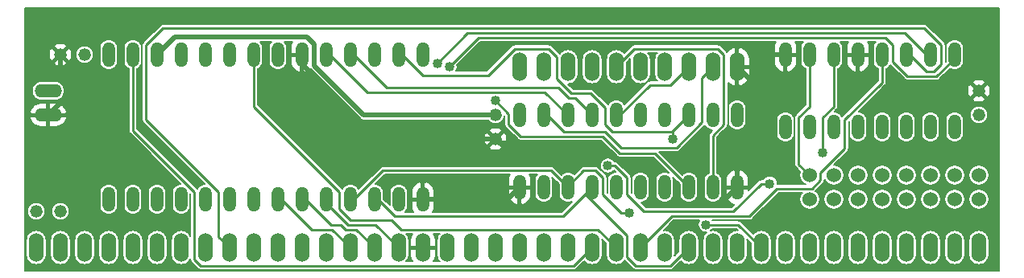
<source format=gbr>
%TF.GenerationSoftware,KiCad,Pcbnew,5.1.6*%
%TF.CreationDate,2020-10-23T20:35:41+02:00*%
%TF.ProjectId,RC2014 Real-Time Clock and IO,52433230-3134-4205-9265-616c2d54696d,rev?*%
%TF.SameCoordinates,Original*%
%TF.FileFunction,Copper,L2,Bot*%
%TF.FilePolarity,Positive*%
%FSLAX46Y46*%
G04 Gerber Fmt 4.6, Leading zero omitted, Abs format (unit mm)*
G04 Created by KiCad (PCBNEW 5.1.6) date 2020-10-23 20:35:41*
%MOMM*%
%LPD*%
G01*
G04 APERTURE LIST*
%TA.AperFunction,ComponentPad*%
%ADD10O,1.320800X2.641600*%
%TD*%
%TA.AperFunction,ComponentPad*%
%ADD11C,1.320800*%
%TD*%
%TA.AperFunction,ComponentPad*%
%ADD12C,1.524000*%
%TD*%
%TA.AperFunction,ComponentPad*%
%ADD13O,1.524000X3.048000*%
%TD*%
%TA.AperFunction,ComponentPad*%
%ADD14O,2.844800X1.422400*%
%TD*%
%TA.AperFunction,ViaPad*%
%ADD15C,1.016000*%
%TD*%
%TA.AperFunction,Conductor*%
%ADD16C,0.508000*%
%TD*%
%TA.AperFunction,Conductor*%
%ADD17C,0.254000*%
%TD*%
%TA.AperFunction,Conductor*%
%ADD18C,0.203200*%
%TD*%
G04 APERTURE END LIST*
D10*
%TO.P,IC1,16*%
%TO.N,+5V*%
X195021100Y-103728600D03*
%TO.P,IC1,15*%
%TO.N,N$22*%
X192481100Y-103728600D03*
%TO.P,IC1,14*%
%TO.N,N$23*%
X189941100Y-103728600D03*
%TO.P,IC1,13*%
%TO.N,N$24*%
X187401100Y-103728600D03*
%TO.P,IC1,12*%
%TO.N,N$25*%
X184861100Y-103728600D03*
%TO.P,IC1,11*%
%TO.N,N$26*%
X182321100Y-103728600D03*
%TO.P,IC1,10*%
%TO.N,N$27*%
X179781100Y-103728600D03*
%TO.P,IC1,9*%
%TO.N,N$28*%
X177241100Y-103728600D03*
%TO.P,IC1,5*%
%TO.N,GND*%
X184861100Y-96108600D03*
%TO.P,IC1,6*%
%TO.N,N$33*%
X182321100Y-96108600D03*
%TO.P,IC1,4*%
%TO.N,N$19*%
X187401100Y-96108600D03*
%TO.P,IC1,3*%
%TO.N,A7*%
X189941100Y-96108600D03*
%TO.P,IC1,8*%
%TO.N,GND*%
X177241100Y-96108600D03*
%TO.P,IC1,7*%
%TO.N,N$29*%
X179781100Y-96108600D03*
%TO.P,IC1,2*%
%TO.N,A6*%
X192481100Y-96108600D03*
%TO.P,IC1,1*%
%TO.N,A5*%
X195021100Y-96108600D03*
%TD*%
D11*
%TO.P,Q1,2*%
%TO.N,N$30*%
X101041100Y-112618600D03*
%TO.P,Q1,1*%
%TO.N,N$31*%
X98501100Y-112618600D03*
%TD*%
D12*
%TO.P,SV1,16*%
%TO.N,N$22*%
X197561100Y-108808600D03*
%TO.P,SV1,14*%
%TO.N,N$23*%
X195021100Y-108808600D03*
%TO.P,SV1,15*%
%TO.N,N$20*%
X197561100Y-111348600D03*
%TO.P,SV1,13*%
%TO.N,N$12*%
X195021100Y-111348600D03*
%TO.P,SV1,12*%
%TO.N,N$24*%
X192481100Y-108808600D03*
%TO.P,SV1,10*%
%TO.N,N$25*%
X189941100Y-108808600D03*
%TO.P,SV1,8*%
%TO.N,N$26*%
X187401100Y-108808600D03*
%TO.P,SV1,6*%
%TO.N,N$27*%
X184861100Y-108808600D03*
%TO.P,SV1,4*%
%TO.N,N$28*%
X182321100Y-108808600D03*
%TO.P,SV1,2*%
%TO.N,N$29*%
X179781100Y-108808600D03*
%TO.P,SV1,11*%
%TO.N,N$11*%
X192481100Y-111348600D03*
%TO.P,SV1,9*%
%TO.N,N$9*%
X189941100Y-111348600D03*
%TO.P,SV1,7*%
%TO.N,N/C*%
X187401100Y-111348600D03*
%TO.P,SV1,5*%
X184861100Y-111348600D03*
%TO.P,SV1,3*%
%TO.N,N$21*%
X182321100Y-111348600D03*
%TO.P,SV1,1*%
%TO.N,N$32*%
X179781100Y-111348600D03*
%TD*%
D10*
%TO.P,IC3,28*%
%TO.N,+5V*%
X106121100Y-96108600D03*
%TO.P,IC3,27*%
%TO.N,N$17*%
X108661100Y-96108600D03*
%TO.P,IC3,26*%
%TO.N,+5V*%
X111201100Y-96108600D03*
%TO.P,IC3,25*%
%TO.N,N/C*%
X113741100Y-96108600D03*
%TO.P,IC3,24*%
%TO.N,N$10*%
X116281100Y-96108600D03*
%TO.P,IC3,23*%
%TO.N,N/C*%
X118821100Y-96108600D03*
%TO.P,IC3,22*%
%TO.N,N$18*%
X121361100Y-96108600D03*
%TO.P,IC3,21*%
%TO.N,N$21*%
X123901100Y-96108600D03*
%TO.P,IC3,20*%
%TO.N,GND*%
X126441100Y-96108600D03*
%TO.P,IC3,19*%
%TO.N,D7*%
X128981100Y-96108600D03*
%TO.P,IC3,18*%
%TO.N,D6*%
X131521100Y-96108600D03*
%TO.P,IC3,17*%
%TO.N,D5*%
X134061100Y-96108600D03*
%TO.P,IC3,16*%
%TO.N,D4*%
X136601100Y-96108600D03*
%TO.P,IC3,15*%
%TO.N,D3*%
X139141100Y-96108600D03*
%TO.P,IC3,14*%
%TO.N,GND*%
X139141100Y-111348600D03*
%TO.P,IC3,13*%
%TO.N,D2*%
X136601100Y-111348600D03*
%TO.P,IC3,12*%
%TO.N,D1*%
X134061100Y-111348600D03*
%TO.P,IC3,11*%
%TO.N,D0*%
X131521100Y-111348600D03*
%TO.P,IC3,10*%
%TO.N,N$13*%
X128981100Y-111348600D03*
%TO.P,IC3,9*%
%TO.N,N$14*%
X126441100Y-111348600D03*
%TO.P,IC3,8*%
%TO.N,N$15*%
X123901100Y-111348600D03*
%TO.P,IC3,7*%
%TO.N,N$16*%
X121361100Y-111348600D03*
%TO.P,IC3,6*%
%TO.N,N/C*%
X118821100Y-111348600D03*
%TO.P,IC3,5*%
X116281100Y-111348600D03*
%TO.P,IC3,4*%
X113741100Y-111348600D03*
%TO.P,IC3,3*%
%TO.N,N$31*%
X111201100Y-111348600D03*
%TO.P,IC3,2*%
%TO.N,N$30*%
X108661100Y-111348600D03*
%TO.P,IC3,1*%
%TO.N,N/C*%
X106121100Y-111348600D03*
%TD*%
D13*
%TO.P,CON1,21*%
%TO.N,N/C*%
X149301100Y-116428600D03*
%TO.P,CON1,22*%
X151841100Y-116428600D03*
%TO.P,CON1,23*%
X154381100Y-116428600D03*
%TO.P,CON1,24*%
%TO.N,N$17*%
X156921100Y-116428600D03*
%TO.P,CON1,25*%
%TO.N,N$18*%
X159461100Y-116428600D03*
%TO.P,CON1,26*%
%TO.N,N$19*%
X162001100Y-116428600D03*
%TO.P,CON1,27*%
%TO.N,D0*%
X164541100Y-116428600D03*
%TO.P,CON1,28*%
%TO.N,D1*%
X167081100Y-116428600D03*
%TO.P,CON1,29*%
%TO.N,D2*%
X169621100Y-116428600D03*
%TO.P,CON1,30*%
%TO.N,D3*%
X172161100Y-116428600D03*
%TO.P,CON1,31*%
%TO.N,D4*%
X174701100Y-116428600D03*
%TO.P,CON1,32*%
%TO.N,D5*%
X177241100Y-116428600D03*
%TO.P,CON1,33*%
%TO.N,D6*%
X179781100Y-116428600D03*
%TO.P,CON1,34*%
%TO.N,D7*%
X182321100Y-116428600D03*
%TO.P,CON1,35*%
%TO.N,N/C*%
X184861100Y-116428600D03*
%TO.P,CON1,36*%
X187401100Y-116428600D03*
%TO.P,CON1,37*%
%TO.N,N$9*%
X189941100Y-116428600D03*
%TO.P,CON1,38*%
%TO.N,N$11*%
X192481100Y-116428600D03*
%TO.P,CON1,39*%
%TO.N,N$12*%
X195021100Y-116428600D03*
%TO.P,CON1,40*%
%TO.N,N$20*%
X197561100Y-116428600D03*
%TO.P,CON1,3*%
%TO.N,N/C*%
X103581100Y-116428600D03*
%TO.P,CON1,1*%
X98501100Y-116428600D03*
%TO.P,CON1,2*%
X101041100Y-116428600D03*
%TO.P,CON1,4*%
X106121100Y-116428600D03*
%TO.P,CON1,5*%
X108661100Y-116428600D03*
%TO.P,CON1,6*%
X111201100Y-116428600D03*
%TO.P,CON1,7*%
X113741100Y-116428600D03*
%TO.P,CON1,8*%
X116281100Y-116428600D03*
%TO.P,CON1,9*%
%TO.N,A7*%
X118821100Y-116428600D03*
%TO.P,CON1,10*%
%TO.N,A6*%
X121361100Y-116428600D03*
%TO.P,CON1,11*%
%TO.N,A5*%
X123901100Y-116428600D03*
%TO.P,CON1,12*%
%TO.N,N/C*%
X126441100Y-116428600D03*
%TO.P,CON1,13*%
%TO.N,N$16*%
X128981100Y-116428600D03*
%TO.P,CON1,14*%
%TO.N,N$15*%
X131521100Y-116428600D03*
%TO.P,CON1,15*%
%TO.N,N$14*%
X134061100Y-116428600D03*
%TO.P,CON1,16*%
%TO.N,N$13*%
X136601100Y-116428600D03*
%TO.P,CON1,17*%
%TO.N,GND*%
X139141100Y-116428600D03*
%TO.P,CON1,18*%
%TO.N,+5V*%
X141681100Y-116428600D03*
%TO.P,CON1,19*%
%TO.N,N$33*%
X144221100Y-116428600D03*
%TO.P,CON1,20*%
%TO.N,N/C*%
X146761100Y-116428600D03*
%TD*%
D10*
%TO.P,IC2,20*%
%TO.N,+5V*%
X149301100Y-102458600D03*
%TO.P,IC2,19*%
%TO.N,N$8*%
X151841100Y-102458600D03*
%TO.P,IC2,18*%
%TO.N,D7*%
X154381100Y-102458600D03*
%TO.P,IC2,17*%
%TO.N,D6*%
X156921100Y-102458600D03*
%TO.P,IC2,16*%
%TO.N,N$7*%
X159461100Y-102458600D03*
%TO.P,IC2,15*%
%TO.N,N$6*%
X162001100Y-102458600D03*
%TO.P,IC2,14*%
%TO.N,D5*%
X164541100Y-102458600D03*
%TO.P,IC2,13*%
%TO.N,D4*%
X167081100Y-102458600D03*
%TO.P,IC2,12*%
%TO.N,N$5*%
X169621100Y-102458600D03*
%TO.P,IC2,11*%
%TO.N,N$32*%
X172161100Y-102458600D03*
%TO.P,IC2,10*%
%TO.N,GND*%
X172161100Y-110078600D03*
%TO.P,IC2,9*%
%TO.N,N$4*%
X169621100Y-110078600D03*
%TO.P,IC2,5*%
%TO.N,N$2*%
X159461100Y-110078600D03*
%TO.P,IC2,6*%
%TO.N,N$3*%
X162001100Y-110078600D03*
%TO.P,IC2,4*%
%TO.N,D1*%
X156921100Y-110078600D03*
%TO.P,IC2,3*%
%TO.N,D0*%
X154381100Y-110078600D03*
%TO.P,IC2,8*%
%TO.N,D3*%
X167081100Y-110078600D03*
%TO.P,IC2,7*%
%TO.N,D2*%
X164541100Y-110078600D03*
%TO.P,IC2,2*%
%TO.N,N$1*%
X151841100Y-110078600D03*
%TO.P,IC2,1*%
%TO.N,GND*%
X149301100Y-110078600D03*
%TD*%
D14*
%TO.P,JP1,2*%
%TO.N,GND*%
X99771100Y-102458600D03*
%TO.P,JP1,1*%
%TO.N,N$10*%
X99771100Y-99918600D03*
%TD*%
D13*
%TO.P,SV2,10*%
%TO.N,GND*%
X172161100Y-97378600D03*
%TO.P,SV2,9*%
%TO.N,N$8*%
X169621100Y-97378600D03*
%TO.P,SV2,8*%
%TO.N,N$7*%
X167081100Y-97378600D03*
%TO.P,SV2,7*%
%TO.N,N$6*%
X164541100Y-97378600D03*
%TO.P,SV2,6*%
%TO.N,N$5*%
X162001100Y-97378600D03*
%TO.P,SV2,5*%
%TO.N,N$4*%
X159461100Y-97378600D03*
%TO.P,SV2,4*%
%TO.N,N$3*%
X156921100Y-97378600D03*
%TO.P,SV2,3*%
%TO.N,N$2*%
X154381100Y-97378600D03*
%TO.P,SV2,2*%
%TO.N,N$1*%
X151841100Y-97378600D03*
%TO.P,SV2,1*%
%TO.N,+5V*%
X149301100Y-97378600D03*
%TD*%
D11*
%TO.P,C1,2*%
%TO.N,GND*%
X101041100Y-96108600D03*
%TO.P,C1,1*%
%TO.N,+5V*%
X103581100Y-96108600D03*
%TD*%
%TO.P,C2,2*%
%TO.N,GND*%
X146761100Y-104998600D03*
%TO.P,C2,1*%
%TO.N,+5V*%
X146761100Y-102458600D03*
%TD*%
%TO.P,C3,2*%
%TO.N,GND*%
X197561100Y-99918600D03*
%TO.P,C3,1*%
%TO.N,+5V*%
X197561100Y-102458600D03*
%TD*%
D15*
%TO.N,A6*%
X140665100Y-96997600D03*
%TO.N,A5*%
X141935100Y-97378600D03*
%TO.N,N$33*%
X181178100Y-106395600D03*
%TO.N,D0*%
X160858100Y-112745600D03*
%TO.N,D3*%
X146761100Y-100934600D03*
%TO.N,D4*%
X168859100Y-114015600D03*
X165430100Y-104998600D03*
%TO.N,D7*%
X175590100Y-109697600D03*
X158572100Y-107792600D03*
%TD*%
D16*
%TO.N,GND*%
X172161100Y-104871600D02*
X172161100Y-110078600D01*
X173431100Y-103601600D02*
X172161100Y-104871600D01*
X173431100Y-98648600D02*
X173431100Y-103601600D01*
X172161100Y-97378600D02*
X173431100Y-98648600D01*
X175971100Y-96108600D02*
X177241100Y-96108600D01*
X173431100Y-98648600D02*
X175971100Y-96108600D01*
X101041100Y-98648600D02*
X101041100Y-96108600D01*
X101803100Y-99410600D02*
X101041100Y-98648600D01*
X101803100Y-100426600D02*
X101803100Y-99410600D01*
X99771100Y-102458600D02*
X101803100Y-100426600D01*
X126441100Y-97124600D02*
X126441100Y-96108600D01*
X134315100Y-104998600D02*
X126441100Y-97124600D01*
X146761100Y-104998600D02*
X134315100Y-104998600D01*
X148031100Y-111348600D02*
X139141100Y-111348600D01*
X149301100Y-110078600D02*
X148031100Y-111348600D01*
X170256100Y-111983600D02*
X172161100Y-110078600D01*
X164033100Y-111983600D02*
X170256100Y-111983600D01*
X163271100Y-111221600D02*
X164033100Y-111983600D01*
X163271100Y-108935600D02*
X163271100Y-111221600D01*
X161493100Y-107157600D02*
X163271100Y-108935600D01*
X159461100Y-107157600D02*
X161493100Y-107157600D01*
X157683100Y-105379600D02*
X159461100Y-107157600D01*
X147142100Y-105379600D02*
X157683100Y-105379600D01*
X146761100Y-104998600D02*
X147142100Y-105379600D01*
D17*
%TO.N,N$13*%
X128981100Y-111729600D02*
X128981100Y-111348600D01*
X131267100Y-114015600D02*
X128981100Y-111729600D01*
X134188100Y-114015600D02*
X131267100Y-114015600D01*
X136601100Y-116428600D02*
X134188100Y-114015600D01*
%TO.N,N$14*%
X126822100Y-111348600D02*
X126441100Y-111348600D01*
X129489100Y-114015600D02*
X126822100Y-111348600D01*
X130505100Y-114015600D02*
X129489100Y-114015600D01*
X131013100Y-114523600D02*
X130505100Y-114015600D01*
X132156100Y-114523600D02*
X131013100Y-114523600D01*
X134061100Y-116428600D02*
X132156100Y-114523600D01*
%TO.N,N$15*%
X124282100Y-111348600D02*
X123901100Y-111348600D01*
X127457100Y-114523600D02*
X124282100Y-111348600D01*
X129616100Y-114523600D02*
X127457100Y-114523600D01*
X131521100Y-116428600D02*
X129616100Y-114523600D01*
%TO.N,N$17*%
X108661100Y-104109600D02*
X108661100Y-96108600D01*
X115138100Y-110586600D02*
X108661100Y-104109600D01*
X115138100Y-117698600D02*
X115138100Y-110586600D01*
X115773100Y-118333600D02*
X115138100Y-117698600D01*
X155016100Y-118333600D02*
X115773100Y-118333600D01*
X156921100Y-116428600D02*
X155016100Y-118333600D01*
%TO.N,N$18*%
X121361100Y-101569600D02*
X121361100Y-96108600D01*
X130378100Y-110586600D02*
X121361100Y-101569600D01*
X130378100Y-112364600D02*
X130378100Y-110586600D01*
X131521100Y-113507600D02*
X130378100Y-112364600D01*
X135839100Y-113507600D02*
X131521100Y-113507600D01*
X136855100Y-114523600D02*
X135839100Y-113507600D01*
X157556100Y-114523600D02*
X136855100Y-114523600D01*
X159461100Y-116428600D02*
X157556100Y-114523600D01*
%TO.N,N$19*%
X187401100Y-99029600D02*
X187401100Y-96108600D01*
X183464100Y-102966600D02*
X187401100Y-99029600D01*
X183464100Y-106014600D02*
X183464100Y-102966600D01*
X180924100Y-108554600D02*
X183464100Y-106014600D01*
X180924100Y-109316600D02*
X180924100Y-108554600D01*
X180035100Y-110205600D02*
X180924100Y-109316600D01*
X176352100Y-110205600D02*
X180035100Y-110205600D01*
X173431100Y-113126600D02*
X176352100Y-110205600D01*
X165303100Y-113126600D02*
X173431100Y-113126600D01*
X162001100Y-116428600D02*
X165303100Y-113126600D01*
%TO.N,A7*%
X190322100Y-96108600D02*
X189941100Y-96108600D01*
X192100100Y-97886600D02*
X190322100Y-96108600D01*
X192862100Y-97886600D02*
X192100100Y-97886600D01*
X193624100Y-97124600D02*
X192862100Y-97886600D01*
X193624100Y-95092600D02*
X193624100Y-97124600D01*
X191846100Y-93314600D02*
X193624100Y-95092600D01*
X111836100Y-93314600D02*
X191846100Y-93314600D01*
X110058100Y-95092600D02*
X111836100Y-93314600D01*
X110058100Y-102966600D02*
X110058100Y-95092600D01*
X117678100Y-110586600D02*
X110058100Y-102966600D01*
X117678100Y-115285600D02*
X117678100Y-110586600D01*
X118821100Y-116428600D02*
X117678100Y-115285600D01*
%TO.N,A6*%
X192100100Y-96108600D02*
X192481100Y-96108600D01*
X189814100Y-93822600D02*
X192100100Y-96108600D01*
X143840100Y-93822600D02*
X189814100Y-93822600D01*
X140665100Y-96997600D02*
X143840100Y-93822600D01*
%TO.N,A5*%
X195021100Y-96489600D02*
X195021100Y-96108600D01*
X193116100Y-98394600D02*
X195021100Y-96489600D01*
X190068100Y-98394600D02*
X193116100Y-98394600D01*
X188544100Y-96870600D02*
X190068100Y-98394600D01*
X188544100Y-95092600D02*
X188544100Y-96870600D01*
X187782100Y-94330600D02*
X188544100Y-95092600D01*
X144983100Y-94330600D02*
X187782100Y-94330600D01*
X141935100Y-97378600D02*
X144983100Y-94330600D01*
%TO.N,N$29*%
X179781100Y-101569600D02*
X179781100Y-96108600D01*
X178638100Y-102712600D02*
X179781100Y-101569600D01*
X178638100Y-107665600D02*
X178638100Y-102712600D01*
X179781100Y-108808600D02*
X178638100Y-107665600D01*
D16*
%TO.N,+5V*%
X132918100Y-102458600D02*
X146761100Y-102458600D01*
X127711100Y-97251600D02*
X132918100Y-102458600D01*
X127711100Y-94965600D02*
X127711100Y-97251600D01*
X126949100Y-94203600D02*
X127711100Y-94965600D01*
X113106100Y-94203600D02*
X126949100Y-94203600D01*
X111201100Y-96108600D02*
X113106100Y-94203600D01*
D17*
%TO.N,N$33*%
X182321100Y-101569600D02*
X182321100Y-96108600D01*
X181178100Y-102712600D02*
X182321100Y-101569600D01*
X181178100Y-106395600D02*
X181178100Y-102712600D01*
%TO.N,D0*%
X131902100Y-111348600D02*
X131521100Y-111348600D01*
X134950100Y-108300600D02*
X131902100Y-111348600D01*
X152603100Y-108300600D02*
X134950100Y-108300600D01*
X154381100Y-110078600D02*
X152603100Y-108300600D01*
X159969100Y-112745600D02*
X160858100Y-112745600D01*
X158064100Y-110840600D02*
X159969100Y-112745600D01*
X158064100Y-109062600D02*
X158064100Y-110840600D01*
X157302100Y-108300600D02*
X158064100Y-109062600D01*
X156032100Y-108300600D02*
X157302100Y-108300600D01*
X154381100Y-109951600D02*
X156032100Y-108300600D01*
X154381100Y-109951600D02*
X154381100Y-110078600D01*
%TO.N,D3*%
X148158100Y-102331600D02*
X146761100Y-100934600D01*
X148158100Y-103474600D02*
X148158100Y-102331600D01*
X149428100Y-104744600D02*
X148158100Y-103474600D01*
X158064100Y-104744600D02*
X149428100Y-104744600D01*
X159842100Y-106522600D02*
X158064100Y-104744600D01*
X163525100Y-106522600D02*
X159842100Y-106522600D01*
X167081100Y-110078600D02*
X163525100Y-106522600D01*
%TO.N,D4*%
X136982100Y-96108600D02*
X136601100Y-96108600D01*
X139141100Y-98267600D02*
X136982100Y-96108600D01*
X145999100Y-98267600D02*
X139141100Y-98267600D01*
X148793100Y-95473600D02*
X145999100Y-98267600D01*
X152349100Y-95473600D02*
X148793100Y-95473600D01*
X153238100Y-96362600D02*
X152349100Y-95473600D01*
X153238100Y-98648600D02*
X153238100Y-96362600D01*
X154762100Y-100172600D02*
X153238100Y-98648600D01*
X156794100Y-100172600D02*
X154762100Y-100172600D01*
X158318100Y-101696600D02*
X156794100Y-100172600D01*
X158318100Y-103474600D02*
X158318100Y-101696600D01*
X159080100Y-104236600D02*
X158318100Y-103474600D01*
X165303100Y-104236600D02*
X159080100Y-104236600D01*
X167081100Y-102458600D02*
X165366600Y-104173100D01*
X165366600Y-104173100D02*
X165303100Y-104236600D01*
X172288100Y-114015600D02*
X174701100Y-116428600D01*
X168859100Y-114015600D02*
X172288100Y-114015600D01*
X165430100Y-104236600D02*
X165430100Y-104998600D01*
X165430100Y-104236600D02*
X165366600Y-104173100D01*
%TO.N,D6*%
X131902100Y-96108600D02*
X131521100Y-96108600D01*
X135331100Y-99537600D02*
X131902100Y-96108600D01*
X153365100Y-99537600D02*
X135331100Y-99537600D01*
X154508100Y-100680600D02*
X153365100Y-99537600D01*
X155143100Y-100680600D02*
X154508100Y-100680600D01*
X156921100Y-102458600D02*
X155143100Y-100680600D01*
%TO.N,D7*%
X129362100Y-96108600D02*
X128981100Y-96108600D01*
X133299100Y-100045600D02*
X129362100Y-96108600D01*
X151968100Y-100045600D02*
X133299100Y-100045600D01*
X154381100Y-102458600D02*
X151968100Y-100045600D01*
X174701100Y-109697600D02*
X175590100Y-109697600D01*
X171780100Y-112618600D02*
X174701100Y-109697600D01*
X162382100Y-112618600D02*
X171780100Y-112618600D01*
X160604100Y-110840600D02*
X162382100Y-112618600D01*
X160604100Y-109062600D02*
X160604100Y-110840600D01*
X159334100Y-107792600D02*
X160604100Y-109062600D01*
X158572100Y-107792600D02*
X159334100Y-107792600D01*
%TO.N,D1*%
X134442100Y-111348600D02*
X134061100Y-111348600D01*
X136220100Y-113126600D02*
X134442100Y-111348600D01*
X153873100Y-113126600D02*
X136220100Y-113126600D01*
X156921100Y-110078600D02*
X153873100Y-113126600D01*
X165176100Y-118333600D02*
X167081100Y-116428600D01*
X161493100Y-118333600D02*
X165176100Y-118333600D01*
X160604100Y-117444600D02*
X161493100Y-118333600D01*
X160604100Y-115158600D02*
X160604100Y-117444600D01*
X156286100Y-110840600D02*
X160604100Y-115158600D01*
X156286100Y-110840600D02*
X156921100Y-110078600D01*
%TO.N,N$4*%
X169621100Y-104617600D02*
X169621100Y-110078600D01*
X170764100Y-103474600D02*
X169621100Y-104617600D01*
X170764100Y-96108600D02*
X170764100Y-103474600D01*
X170129100Y-95473600D02*
X170764100Y-96108600D01*
X161366100Y-95473600D02*
X170129100Y-95473600D01*
X159461100Y-97378600D02*
X161366100Y-95473600D01*
%TO.N,N$7*%
X159842100Y-102458600D02*
X159461100Y-102458600D01*
X163017100Y-99283600D02*
X159842100Y-102458600D01*
X165176100Y-99283600D02*
X163017100Y-99283600D01*
X167081100Y-97378600D02*
X165176100Y-99283600D01*
%TO.N,N$8*%
X152222100Y-102458600D02*
X151841100Y-102458600D01*
X154000100Y-104236600D02*
X152222100Y-102458600D01*
X158318100Y-104236600D02*
X154000100Y-104236600D01*
X159969100Y-105887600D02*
X158318100Y-104236600D01*
X165811100Y-105887600D02*
X159969100Y-105887600D01*
X168478100Y-103220600D02*
X165811100Y-105887600D01*
X168478100Y-98521600D02*
X168478100Y-103220600D01*
X169621100Y-97378600D02*
X168478100Y-98521600D01*
%TD*%
D18*
%TO.N,GND*%
G36*
X199644499Y-118841999D02*
G01*
X97357701Y-118841999D01*
X97357701Y-115614354D01*
X97437500Y-115614354D01*
X97437500Y-117242847D01*
X97452891Y-117399102D01*
X97513708Y-117599591D01*
X97612471Y-117784363D01*
X97745383Y-117946318D01*
X97907338Y-118079230D01*
X98092110Y-118177993D01*
X98292599Y-118238810D01*
X98501100Y-118259346D01*
X98709602Y-118238810D01*
X98910091Y-118177993D01*
X99094863Y-118079230D01*
X99256818Y-117946318D01*
X99389730Y-117784363D01*
X99488493Y-117599591D01*
X99549310Y-117399102D01*
X99564700Y-117242847D01*
X99564700Y-115614354D01*
X99977500Y-115614354D01*
X99977500Y-117242847D01*
X99992891Y-117399102D01*
X100053708Y-117599591D01*
X100152471Y-117784363D01*
X100285383Y-117946318D01*
X100447338Y-118079230D01*
X100632110Y-118177993D01*
X100832599Y-118238810D01*
X101041100Y-118259346D01*
X101249602Y-118238810D01*
X101450091Y-118177993D01*
X101634863Y-118079230D01*
X101796818Y-117946318D01*
X101929730Y-117784363D01*
X102028493Y-117599591D01*
X102089310Y-117399102D01*
X102104700Y-117242847D01*
X102104700Y-115614354D01*
X102517500Y-115614354D01*
X102517500Y-117242847D01*
X102532891Y-117399102D01*
X102593708Y-117599591D01*
X102692471Y-117784363D01*
X102825383Y-117946318D01*
X102987338Y-118079230D01*
X103172110Y-118177993D01*
X103372599Y-118238810D01*
X103581100Y-118259346D01*
X103789602Y-118238810D01*
X103990091Y-118177993D01*
X104174863Y-118079230D01*
X104336818Y-117946318D01*
X104469730Y-117784363D01*
X104568493Y-117599591D01*
X104629310Y-117399102D01*
X104644700Y-117242847D01*
X104644700Y-115614354D01*
X105057500Y-115614354D01*
X105057500Y-117242847D01*
X105072891Y-117399102D01*
X105133708Y-117599591D01*
X105232471Y-117784363D01*
X105365383Y-117946318D01*
X105527338Y-118079230D01*
X105712110Y-118177993D01*
X105912599Y-118238810D01*
X106121100Y-118259346D01*
X106329602Y-118238810D01*
X106530091Y-118177993D01*
X106714863Y-118079230D01*
X106876818Y-117946318D01*
X107009730Y-117784363D01*
X107108493Y-117599591D01*
X107169310Y-117399102D01*
X107184700Y-117242847D01*
X107184700Y-115614354D01*
X107597500Y-115614354D01*
X107597500Y-117242847D01*
X107612891Y-117399102D01*
X107673708Y-117599591D01*
X107772471Y-117784363D01*
X107905383Y-117946318D01*
X108067338Y-118079230D01*
X108252110Y-118177993D01*
X108452599Y-118238810D01*
X108661100Y-118259346D01*
X108869602Y-118238810D01*
X109070091Y-118177993D01*
X109254863Y-118079230D01*
X109416818Y-117946318D01*
X109549730Y-117784363D01*
X109648493Y-117599591D01*
X109709310Y-117399102D01*
X109724700Y-117242847D01*
X109724700Y-115614354D01*
X110137500Y-115614354D01*
X110137500Y-117242847D01*
X110152891Y-117399102D01*
X110213708Y-117599591D01*
X110312471Y-117784363D01*
X110445383Y-117946318D01*
X110607338Y-118079230D01*
X110792110Y-118177993D01*
X110992599Y-118238810D01*
X111201100Y-118259346D01*
X111409602Y-118238810D01*
X111610091Y-118177993D01*
X111794863Y-118079230D01*
X111956818Y-117946318D01*
X112089730Y-117784363D01*
X112188493Y-117599591D01*
X112249310Y-117399102D01*
X112264700Y-117242847D01*
X112264700Y-115614353D01*
X112249310Y-115458098D01*
X112188493Y-115257609D01*
X112089730Y-115072837D01*
X111956818Y-114910882D01*
X111794863Y-114777970D01*
X111610090Y-114679207D01*
X111409601Y-114618390D01*
X111201100Y-114597854D01*
X110992598Y-114618390D01*
X110792109Y-114679207D01*
X110607337Y-114777970D01*
X110445382Y-114910882D01*
X110312470Y-115072837D01*
X110213707Y-115257610D01*
X110152890Y-115458099D01*
X110137500Y-115614354D01*
X109724700Y-115614354D01*
X109724700Y-115614353D01*
X109709310Y-115458098D01*
X109648493Y-115257609D01*
X109549730Y-115072837D01*
X109416818Y-114910882D01*
X109254863Y-114777970D01*
X109070090Y-114679207D01*
X108869601Y-114618390D01*
X108661100Y-114597854D01*
X108452598Y-114618390D01*
X108252109Y-114679207D01*
X108067337Y-114777970D01*
X107905382Y-114910882D01*
X107772470Y-115072837D01*
X107673707Y-115257610D01*
X107612890Y-115458099D01*
X107597500Y-115614354D01*
X107184700Y-115614354D01*
X107184700Y-115614353D01*
X107169310Y-115458098D01*
X107108493Y-115257609D01*
X107009730Y-115072837D01*
X106876818Y-114910882D01*
X106714863Y-114777970D01*
X106530090Y-114679207D01*
X106329601Y-114618390D01*
X106121100Y-114597854D01*
X105912598Y-114618390D01*
X105712109Y-114679207D01*
X105527337Y-114777970D01*
X105365382Y-114910882D01*
X105232470Y-115072837D01*
X105133707Y-115257610D01*
X105072890Y-115458099D01*
X105057500Y-115614354D01*
X104644700Y-115614354D01*
X104644700Y-115614353D01*
X104629310Y-115458098D01*
X104568493Y-115257609D01*
X104469730Y-115072837D01*
X104336818Y-114910882D01*
X104174863Y-114777970D01*
X103990090Y-114679207D01*
X103789601Y-114618390D01*
X103581100Y-114597854D01*
X103372598Y-114618390D01*
X103172109Y-114679207D01*
X102987337Y-114777970D01*
X102825382Y-114910882D01*
X102692470Y-115072837D01*
X102593707Y-115257610D01*
X102532890Y-115458099D01*
X102517500Y-115614354D01*
X102104700Y-115614354D01*
X102104700Y-115614353D01*
X102089310Y-115458098D01*
X102028493Y-115257609D01*
X101929730Y-115072837D01*
X101796818Y-114910882D01*
X101634863Y-114777970D01*
X101450090Y-114679207D01*
X101249601Y-114618390D01*
X101041100Y-114597854D01*
X100832598Y-114618390D01*
X100632109Y-114679207D01*
X100447337Y-114777970D01*
X100285382Y-114910882D01*
X100152470Y-115072837D01*
X100053707Y-115257610D01*
X99992890Y-115458099D01*
X99977500Y-115614354D01*
X99564700Y-115614354D01*
X99564700Y-115614353D01*
X99549310Y-115458098D01*
X99488493Y-115257609D01*
X99389730Y-115072837D01*
X99256818Y-114910882D01*
X99094863Y-114777970D01*
X98910090Y-114679207D01*
X98709601Y-114618390D01*
X98501100Y-114597854D01*
X98292598Y-114618390D01*
X98092109Y-114679207D01*
X97907337Y-114777970D01*
X97745382Y-114910882D01*
X97612470Y-115072837D01*
X97513707Y-115257610D01*
X97452890Y-115458099D01*
X97437500Y-115614354D01*
X97357701Y-115614354D01*
X97357701Y-112523851D01*
X97539100Y-112523851D01*
X97539100Y-112713349D01*
X97576069Y-112899205D01*
X97648586Y-113074278D01*
X97753866Y-113231839D01*
X97887861Y-113365834D01*
X98045422Y-113471114D01*
X98220495Y-113543631D01*
X98406351Y-113580600D01*
X98595849Y-113580600D01*
X98781705Y-113543631D01*
X98956778Y-113471114D01*
X99114339Y-113365834D01*
X99248334Y-113231839D01*
X99353614Y-113074278D01*
X99426131Y-112899205D01*
X99463100Y-112713349D01*
X99463100Y-112523851D01*
X100079100Y-112523851D01*
X100079100Y-112713349D01*
X100116069Y-112899205D01*
X100188586Y-113074278D01*
X100293866Y-113231839D01*
X100427861Y-113365834D01*
X100585422Y-113471114D01*
X100760495Y-113543631D01*
X100946351Y-113580600D01*
X101135849Y-113580600D01*
X101321705Y-113543631D01*
X101496778Y-113471114D01*
X101654339Y-113365834D01*
X101788334Y-113231839D01*
X101893614Y-113074278D01*
X101966131Y-112899205D01*
X102003100Y-112713349D01*
X102003100Y-112523851D01*
X101966131Y-112337995D01*
X101893614Y-112162922D01*
X101788334Y-112005361D01*
X101654339Y-111871366D01*
X101496778Y-111766086D01*
X101321705Y-111693569D01*
X101135849Y-111656600D01*
X100946351Y-111656600D01*
X100760495Y-111693569D01*
X100585422Y-111766086D01*
X100427861Y-111871366D01*
X100293866Y-112005361D01*
X100188586Y-112162922D01*
X100116069Y-112337995D01*
X100079100Y-112523851D01*
X99463100Y-112523851D01*
X99426131Y-112337995D01*
X99353614Y-112162922D01*
X99248334Y-112005361D01*
X99114339Y-111871366D01*
X98956778Y-111766086D01*
X98781705Y-111693569D01*
X98595849Y-111656600D01*
X98406351Y-111656600D01*
X98220495Y-111693569D01*
X98045422Y-111766086D01*
X97887861Y-111871366D01*
X97753866Y-112005361D01*
X97648586Y-112162922D01*
X97576069Y-112337995D01*
X97539100Y-112523851D01*
X97357701Y-112523851D01*
X97357701Y-110640948D01*
X105159100Y-110640948D01*
X105159101Y-112056253D01*
X105173021Y-112197585D01*
X105228029Y-112378922D01*
X105317358Y-112546044D01*
X105437573Y-112692528D01*
X105584057Y-112812743D01*
X105751179Y-112902072D01*
X105932516Y-112957080D01*
X106121100Y-112975654D01*
X106309685Y-112957080D01*
X106491022Y-112902072D01*
X106658144Y-112812743D01*
X106804628Y-112692528D01*
X106924843Y-112546044D01*
X107014172Y-112378922D01*
X107069180Y-112197585D01*
X107083100Y-112056253D01*
X107083100Y-110640948D01*
X107699100Y-110640948D01*
X107699101Y-112056253D01*
X107713021Y-112197585D01*
X107768029Y-112378922D01*
X107857358Y-112546044D01*
X107977573Y-112692528D01*
X108124057Y-112812743D01*
X108291179Y-112902072D01*
X108472516Y-112957080D01*
X108661100Y-112975654D01*
X108849685Y-112957080D01*
X109031022Y-112902072D01*
X109198144Y-112812743D01*
X109344628Y-112692528D01*
X109464843Y-112546044D01*
X109554172Y-112378922D01*
X109609180Y-112197585D01*
X109623100Y-112056253D01*
X109623100Y-110640948D01*
X110239100Y-110640948D01*
X110239101Y-112056253D01*
X110253021Y-112197585D01*
X110308029Y-112378922D01*
X110397358Y-112546044D01*
X110517573Y-112692528D01*
X110664057Y-112812743D01*
X110831179Y-112902072D01*
X111012516Y-112957080D01*
X111201100Y-112975654D01*
X111389685Y-112957080D01*
X111571022Y-112902072D01*
X111738144Y-112812743D01*
X111884628Y-112692528D01*
X112004843Y-112546044D01*
X112094172Y-112378922D01*
X112149180Y-112197585D01*
X112163100Y-112056253D01*
X112163100Y-110640947D01*
X112149180Y-110499615D01*
X112094172Y-110318278D01*
X112004843Y-110151156D01*
X111884628Y-110004672D01*
X111738144Y-109884457D01*
X111571021Y-109795128D01*
X111389684Y-109740120D01*
X111201100Y-109721546D01*
X111012515Y-109740120D01*
X110831178Y-109795128D01*
X110664056Y-109884457D01*
X110517572Y-110004672D01*
X110397357Y-110151156D01*
X110308028Y-110318279D01*
X110253020Y-110499616D01*
X110239100Y-110640948D01*
X109623100Y-110640948D01*
X109623100Y-110640947D01*
X109609180Y-110499615D01*
X109554172Y-110318278D01*
X109464843Y-110151156D01*
X109344628Y-110004672D01*
X109198144Y-109884457D01*
X109031021Y-109795128D01*
X108849684Y-109740120D01*
X108661100Y-109721546D01*
X108472515Y-109740120D01*
X108291178Y-109795128D01*
X108124056Y-109884457D01*
X107977572Y-110004672D01*
X107857357Y-110151156D01*
X107768028Y-110318279D01*
X107713020Y-110499616D01*
X107699100Y-110640948D01*
X107083100Y-110640948D01*
X107083100Y-110640947D01*
X107069180Y-110499615D01*
X107014172Y-110318278D01*
X106924843Y-110151156D01*
X106804628Y-110004672D01*
X106658144Y-109884457D01*
X106491021Y-109795128D01*
X106309684Y-109740120D01*
X106121100Y-109721546D01*
X105932515Y-109740120D01*
X105751178Y-109795128D01*
X105584056Y-109884457D01*
X105437572Y-110004672D01*
X105317357Y-110151156D01*
X105228028Y-110318279D01*
X105173020Y-110499616D01*
X105159100Y-110640948D01*
X97357701Y-110640948D01*
X97357701Y-102781198D01*
X97832383Y-102781198D01*
X97838864Y-102827338D01*
X97934263Y-103058465D01*
X98072920Y-103266540D01*
X98249506Y-103443566D01*
X98457235Y-103582740D01*
X98688124Y-103678714D01*
X98933300Y-103727800D01*
X99644500Y-103727800D01*
X99644500Y-102585200D01*
X99897700Y-102585200D01*
X99897700Y-103727800D01*
X100608900Y-103727800D01*
X100854076Y-103678714D01*
X101084965Y-103582740D01*
X101292694Y-103443566D01*
X101469280Y-103266540D01*
X101607937Y-103058465D01*
X101703336Y-102827338D01*
X101709817Y-102781198D01*
X101604884Y-102585200D01*
X99897700Y-102585200D01*
X99644500Y-102585200D01*
X97937316Y-102585200D01*
X97832383Y-102781198D01*
X97357701Y-102781198D01*
X97357701Y-102136002D01*
X97832383Y-102136002D01*
X97937316Y-102332000D01*
X99644500Y-102332000D01*
X99644500Y-101189400D01*
X99897700Y-101189400D01*
X99897700Y-102332000D01*
X101604884Y-102332000D01*
X101709817Y-102136002D01*
X101703336Y-102089862D01*
X101607937Y-101858735D01*
X101469280Y-101650660D01*
X101292694Y-101473634D01*
X101084965Y-101334460D01*
X100854076Y-101238486D01*
X100608900Y-101189400D01*
X99897700Y-101189400D01*
X99644500Y-101189400D01*
X98933300Y-101189400D01*
X98688124Y-101238486D01*
X98457235Y-101334460D01*
X98249506Y-101473634D01*
X98072920Y-101650660D01*
X97934263Y-101858735D01*
X97838864Y-102089862D01*
X97832383Y-102136002D01*
X97357701Y-102136002D01*
X97357701Y-99918600D01*
X98042200Y-99918600D01*
X98061755Y-100117143D01*
X98119668Y-100308057D01*
X98213713Y-100484004D01*
X98340277Y-100638223D01*
X98494496Y-100764787D01*
X98670443Y-100858832D01*
X98861357Y-100916745D01*
X99010150Y-100931400D01*
X100532050Y-100931400D01*
X100680843Y-100916745D01*
X100871757Y-100858832D01*
X101047704Y-100764787D01*
X101201923Y-100638223D01*
X101328487Y-100484004D01*
X101422532Y-100308057D01*
X101480445Y-100117143D01*
X101500000Y-99918600D01*
X101480445Y-99720057D01*
X101422532Y-99529143D01*
X101328487Y-99353196D01*
X101201923Y-99198977D01*
X101047704Y-99072413D01*
X100871757Y-98978368D01*
X100680843Y-98920455D01*
X100532050Y-98905800D01*
X99010150Y-98905800D01*
X98861357Y-98920455D01*
X98670443Y-98978368D01*
X98494496Y-99072413D01*
X98340277Y-99198977D01*
X98213713Y-99353196D01*
X98119668Y-99529143D01*
X98061755Y-99720057D01*
X98042200Y-99918600D01*
X97357701Y-99918600D01*
X97357701Y-96959944D01*
X100368796Y-96959944D01*
X100427757Y-97168180D01*
X100646256Y-97267477D01*
X100879928Y-97322241D01*
X101119795Y-97330364D01*
X101356637Y-97291535D01*
X101581354Y-97207247D01*
X101654443Y-97168180D01*
X101713404Y-96959944D01*
X101041100Y-96287639D01*
X100368796Y-96959944D01*
X97357701Y-96959944D01*
X97357701Y-96187295D01*
X99819336Y-96187295D01*
X99858165Y-96424137D01*
X99942453Y-96648854D01*
X99981520Y-96721943D01*
X100189756Y-96780904D01*
X100862061Y-96108600D01*
X101220139Y-96108600D01*
X101892444Y-96780904D01*
X102100680Y-96721943D01*
X102199977Y-96503444D01*
X102254741Y-96269772D01*
X102262864Y-96029905D01*
X102260233Y-96013851D01*
X102619100Y-96013851D01*
X102619100Y-96203349D01*
X102656069Y-96389205D01*
X102728586Y-96564278D01*
X102833866Y-96721839D01*
X102967861Y-96855834D01*
X103125422Y-96961114D01*
X103300495Y-97033631D01*
X103486351Y-97070600D01*
X103675849Y-97070600D01*
X103861705Y-97033631D01*
X104036778Y-96961114D01*
X104194339Y-96855834D01*
X104328334Y-96721839D01*
X104433614Y-96564278D01*
X104506131Y-96389205D01*
X104543100Y-96203349D01*
X104543100Y-96013851D01*
X104506131Y-95827995D01*
X104433614Y-95652922D01*
X104328334Y-95495361D01*
X104233921Y-95400948D01*
X105159100Y-95400948D01*
X105159101Y-96816253D01*
X105173021Y-96957585D01*
X105228029Y-97138922D01*
X105317358Y-97306044D01*
X105437573Y-97452528D01*
X105584057Y-97572743D01*
X105751179Y-97662072D01*
X105932516Y-97717080D01*
X106121100Y-97735654D01*
X106309685Y-97717080D01*
X106491022Y-97662072D01*
X106658144Y-97572743D01*
X106804628Y-97452528D01*
X106924843Y-97306044D01*
X107014172Y-97138922D01*
X107069180Y-96957585D01*
X107083100Y-96816253D01*
X107083100Y-95400948D01*
X107699100Y-95400948D01*
X107699101Y-96816253D01*
X107713021Y-96957585D01*
X107768029Y-97138922D01*
X107857358Y-97306044D01*
X107977573Y-97452528D01*
X108124057Y-97572743D01*
X108232501Y-97630708D01*
X108232500Y-104088552D01*
X108230427Y-104109600D01*
X108232500Y-104130647D01*
X108238702Y-104193619D01*
X108263210Y-104274410D01*
X108303008Y-104348868D01*
X108356568Y-104414132D01*
X108372924Y-104427555D01*
X113673566Y-109728197D01*
X113552515Y-109740120D01*
X113371178Y-109795128D01*
X113204056Y-109884457D01*
X113057572Y-110004672D01*
X112937357Y-110151156D01*
X112848028Y-110318279D01*
X112793020Y-110499616D01*
X112779100Y-110640948D01*
X112779101Y-112056253D01*
X112793021Y-112197585D01*
X112848029Y-112378922D01*
X112937358Y-112546044D01*
X113057573Y-112692528D01*
X113204057Y-112812743D01*
X113371179Y-112902072D01*
X113552516Y-112957080D01*
X113741100Y-112975654D01*
X113929685Y-112957080D01*
X114111022Y-112902072D01*
X114278144Y-112812743D01*
X114424628Y-112692528D01*
X114544843Y-112546044D01*
X114634172Y-112378922D01*
X114689180Y-112197585D01*
X114703100Y-112056253D01*
X114703100Y-110757731D01*
X114709501Y-110764132D01*
X114709500Y-115222076D01*
X114629730Y-115072837D01*
X114496818Y-114910882D01*
X114334863Y-114777970D01*
X114150090Y-114679207D01*
X113949601Y-114618390D01*
X113741100Y-114597854D01*
X113532598Y-114618390D01*
X113332109Y-114679207D01*
X113147337Y-114777970D01*
X112985382Y-114910882D01*
X112852470Y-115072837D01*
X112753707Y-115257610D01*
X112692890Y-115458099D01*
X112677500Y-115614354D01*
X112677500Y-117242847D01*
X112692891Y-117399102D01*
X112753708Y-117599591D01*
X112852471Y-117784363D01*
X112985383Y-117946318D01*
X113147338Y-118079230D01*
X113332110Y-118177993D01*
X113532599Y-118238810D01*
X113741100Y-118259346D01*
X113949602Y-118238810D01*
X114150091Y-118177993D01*
X114334863Y-118079230D01*
X114496818Y-117946318D01*
X114629730Y-117784363D01*
X114709500Y-117635124D01*
X114709500Y-117677552D01*
X114707427Y-117698600D01*
X114709500Y-117719647D01*
X114715702Y-117782619D01*
X114740210Y-117863410D01*
X114780008Y-117937868D01*
X114833568Y-118003132D01*
X114849924Y-118016555D01*
X115455149Y-118621781D01*
X115468568Y-118638132D01*
X115533831Y-118691692D01*
X115608289Y-118731490D01*
X115664571Y-118748563D01*
X115689079Y-118755998D01*
X115773100Y-118764273D01*
X115794148Y-118762200D01*
X154995052Y-118762200D01*
X155016100Y-118764273D01*
X155037148Y-118762200D01*
X155100120Y-118755998D01*
X155180911Y-118731490D01*
X155255369Y-118691692D01*
X155320632Y-118638132D01*
X155334055Y-118621776D01*
X156095124Y-117860707D01*
X156165383Y-117946318D01*
X156327338Y-118079230D01*
X156512110Y-118177993D01*
X156712599Y-118238810D01*
X156921100Y-118259346D01*
X157129602Y-118238810D01*
X157330091Y-118177993D01*
X157514863Y-118079230D01*
X157676818Y-117946318D01*
X157809730Y-117784363D01*
X157908493Y-117599591D01*
X157969310Y-117399102D01*
X157984700Y-117242847D01*
X157984700Y-115614353D01*
X157978579Y-115552211D01*
X158397500Y-115971132D01*
X158397500Y-117242847D01*
X158412891Y-117399102D01*
X158473708Y-117599591D01*
X158572471Y-117784363D01*
X158705383Y-117946318D01*
X158867338Y-118079230D01*
X159052110Y-118177993D01*
X159252599Y-118238810D01*
X159461100Y-118259346D01*
X159669602Y-118238810D01*
X159870091Y-118177993D01*
X160054863Y-118079230D01*
X160216818Y-117946318D01*
X160344322Y-117790953D01*
X161175149Y-118621781D01*
X161188568Y-118638132D01*
X161253831Y-118691692D01*
X161328289Y-118731490D01*
X161384571Y-118748563D01*
X161409079Y-118755998D01*
X161493100Y-118764273D01*
X161514148Y-118762200D01*
X165155052Y-118762200D01*
X165176100Y-118764273D01*
X165197148Y-118762200D01*
X165260120Y-118755998D01*
X165340911Y-118731490D01*
X165415369Y-118691692D01*
X165480632Y-118638132D01*
X165494055Y-118621776D01*
X166255124Y-117860707D01*
X166325383Y-117946318D01*
X166487338Y-118079230D01*
X166672110Y-118177993D01*
X166872599Y-118238810D01*
X167081100Y-118259346D01*
X167289602Y-118238810D01*
X167490091Y-118177993D01*
X167674863Y-118079230D01*
X167836818Y-117946318D01*
X167969730Y-117784363D01*
X168068493Y-117599591D01*
X168129310Y-117399102D01*
X168144700Y-117242847D01*
X168144700Y-115614353D01*
X168129310Y-115458098D01*
X168068493Y-115257609D01*
X167969730Y-115072837D01*
X167836818Y-114910882D01*
X167674863Y-114777970D01*
X167490090Y-114679207D01*
X167289601Y-114618390D01*
X167081100Y-114597854D01*
X166872598Y-114618390D01*
X166672109Y-114679207D01*
X166487337Y-114777970D01*
X166325382Y-114910882D01*
X166192470Y-115072837D01*
X166093707Y-115257610D01*
X166032890Y-115458099D01*
X166017500Y-115614354D01*
X166017500Y-116886068D01*
X165598579Y-117304989D01*
X165604700Y-117242847D01*
X165604700Y-115614353D01*
X165589310Y-115458098D01*
X165528493Y-115257609D01*
X165429730Y-115072837D01*
X165296818Y-114910882D01*
X165134863Y-114777970D01*
X164950090Y-114679207D01*
X164749601Y-114618390D01*
X164541100Y-114597854D01*
X164426711Y-114609121D01*
X165480632Y-113555200D01*
X168193032Y-113555200D01*
X168141642Y-113632111D01*
X168080613Y-113779448D01*
X168049500Y-113935861D01*
X168049500Y-114095339D01*
X168080613Y-114251752D01*
X168141642Y-114399089D01*
X168230243Y-114531690D01*
X168343010Y-114644457D01*
X168475611Y-114733058D01*
X168622948Y-114794087D01*
X168779361Y-114825200D01*
X168938839Y-114825200D01*
X168979688Y-114817075D01*
X168865382Y-114910882D01*
X168732470Y-115072837D01*
X168633707Y-115257610D01*
X168572890Y-115458099D01*
X168557500Y-115614354D01*
X168557500Y-117242847D01*
X168572891Y-117399102D01*
X168633708Y-117599591D01*
X168732471Y-117784363D01*
X168865383Y-117946318D01*
X169027338Y-118079230D01*
X169212110Y-118177993D01*
X169412599Y-118238810D01*
X169621100Y-118259346D01*
X169829602Y-118238810D01*
X170030091Y-118177993D01*
X170214863Y-118079230D01*
X170376818Y-117946318D01*
X170509730Y-117784363D01*
X170608493Y-117599591D01*
X170669310Y-117399102D01*
X170684700Y-117242847D01*
X170684700Y-115614353D01*
X170669310Y-115458098D01*
X170608493Y-115257609D01*
X170509730Y-115072837D01*
X170376818Y-114910882D01*
X170214863Y-114777970D01*
X170030090Y-114679207D01*
X169829601Y-114618390D01*
X169621100Y-114597854D01*
X169412598Y-114618390D01*
X169396319Y-114623328D01*
X169487957Y-114531690D01*
X169546416Y-114444200D01*
X172110569Y-114444200D01*
X172275490Y-114609121D01*
X172161100Y-114597854D01*
X171952598Y-114618390D01*
X171752109Y-114679207D01*
X171567337Y-114777970D01*
X171405382Y-114910882D01*
X171272470Y-115072837D01*
X171173707Y-115257610D01*
X171112890Y-115458099D01*
X171097500Y-115614354D01*
X171097500Y-117242847D01*
X171112891Y-117399102D01*
X171173708Y-117599591D01*
X171272471Y-117784363D01*
X171405383Y-117946318D01*
X171567338Y-118079230D01*
X171752110Y-118177993D01*
X171952599Y-118238810D01*
X172161100Y-118259346D01*
X172369602Y-118238810D01*
X172570091Y-118177993D01*
X172754863Y-118079230D01*
X172916818Y-117946318D01*
X173049730Y-117784363D01*
X173148493Y-117599591D01*
X173209310Y-117399102D01*
X173224700Y-117242847D01*
X173224700Y-115614353D01*
X173218579Y-115552211D01*
X173637500Y-115971132D01*
X173637500Y-117242847D01*
X173652891Y-117399102D01*
X173713708Y-117599591D01*
X173812471Y-117784363D01*
X173945383Y-117946318D01*
X174107338Y-118079230D01*
X174292110Y-118177993D01*
X174492599Y-118238810D01*
X174701100Y-118259346D01*
X174909602Y-118238810D01*
X175110091Y-118177993D01*
X175294863Y-118079230D01*
X175456818Y-117946318D01*
X175589730Y-117784363D01*
X175688493Y-117599591D01*
X175749310Y-117399102D01*
X175764700Y-117242847D01*
X175764700Y-115614354D01*
X176177500Y-115614354D01*
X176177500Y-117242847D01*
X176192891Y-117399102D01*
X176253708Y-117599591D01*
X176352471Y-117784363D01*
X176485383Y-117946318D01*
X176647338Y-118079230D01*
X176832110Y-118177993D01*
X177032599Y-118238810D01*
X177241100Y-118259346D01*
X177449602Y-118238810D01*
X177650091Y-118177993D01*
X177834863Y-118079230D01*
X177996818Y-117946318D01*
X178129730Y-117784363D01*
X178228493Y-117599591D01*
X178289310Y-117399102D01*
X178304700Y-117242847D01*
X178304700Y-115614354D01*
X178717500Y-115614354D01*
X178717500Y-117242847D01*
X178732891Y-117399102D01*
X178793708Y-117599591D01*
X178892471Y-117784363D01*
X179025383Y-117946318D01*
X179187338Y-118079230D01*
X179372110Y-118177993D01*
X179572599Y-118238810D01*
X179781100Y-118259346D01*
X179989602Y-118238810D01*
X180190091Y-118177993D01*
X180374863Y-118079230D01*
X180536818Y-117946318D01*
X180669730Y-117784363D01*
X180768493Y-117599591D01*
X180829310Y-117399102D01*
X180844700Y-117242847D01*
X180844700Y-115614354D01*
X181257500Y-115614354D01*
X181257500Y-117242847D01*
X181272891Y-117399102D01*
X181333708Y-117599591D01*
X181432471Y-117784363D01*
X181565383Y-117946318D01*
X181727338Y-118079230D01*
X181912110Y-118177993D01*
X182112599Y-118238810D01*
X182321100Y-118259346D01*
X182529602Y-118238810D01*
X182730091Y-118177993D01*
X182914863Y-118079230D01*
X183076818Y-117946318D01*
X183209730Y-117784363D01*
X183308493Y-117599591D01*
X183369310Y-117399102D01*
X183384700Y-117242847D01*
X183384700Y-115614354D01*
X183797500Y-115614354D01*
X183797500Y-117242847D01*
X183812891Y-117399102D01*
X183873708Y-117599591D01*
X183972471Y-117784363D01*
X184105383Y-117946318D01*
X184267338Y-118079230D01*
X184452110Y-118177993D01*
X184652599Y-118238810D01*
X184861100Y-118259346D01*
X185069602Y-118238810D01*
X185270091Y-118177993D01*
X185454863Y-118079230D01*
X185616818Y-117946318D01*
X185749730Y-117784363D01*
X185848493Y-117599591D01*
X185909310Y-117399102D01*
X185924700Y-117242847D01*
X185924700Y-115614354D01*
X186337500Y-115614354D01*
X186337500Y-117242847D01*
X186352891Y-117399102D01*
X186413708Y-117599591D01*
X186512471Y-117784363D01*
X186645383Y-117946318D01*
X186807338Y-118079230D01*
X186992110Y-118177993D01*
X187192599Y-118238810D01*
X187401100Y-118259346D01*
X187609602Y-118238810D01*
X187810091Y-118177993D01*
X187994863Y-118079230D01*
X188156818Y-117946318D01*
X188289730Y-117784363D01*
X188388493Y-117599591D01*
X188449310Y-117399102D01*
X188464700Y-117242847D01*
X188464700Y-115614354D01*
X188877500Y-115614354D01*
X188877500Y-117242847D01*
X188892891Y-117399102D01*
X188953708Y-117599591D01*
X189052471Y-117784363D01*
X189185383Y-117946318D01*
X189347338Y-118079230D01*
X189532110Y-118177993D01*
X189732599Y-118238810D01*
X189941100Y-118259346D01*
X190149602Y-118238810D01*
X190350091Y-118177993D01*
X190534863Y-118079230D01*
X190696818Y-117946318D01*
X190829730Y-117784363D01*
X190928493Y-117599591D01*
X190989310Y-117399102D01*
X191004700Y-117242847D01*
X191004700Y-115614354D01*
X191417500Y-115614354D01*
X191417500Y-117242847D01*
X191432891Y-117399102D01*
X191493708Y-117599591D01*
X191592471Y-117784363D01*
X191725383Y-117946318D01*
X191887338Y-118079230D01*
X192072110Y-118177993D01*
X192272599Y-118238810D01*
X192481100Y-118259346D01*
X192689602Y-118238810D01*
X192890091Y-118177993D01*
X193074863Y-118079230D01*
X193236818Y-117946318D01*
X193369730Y-117784363D01*
X193468493Y-117599591D01*
X193529310Y-117399102D01*
X193544700Y-117242847D01*
X193544700Y-115614354D01*
X193957500Y-115614354D01*
X193957500Y-117242847D01*
X193972891Y-117399102D01*
X194033708Y-117599591D01*
X194132471Y-117784363D01*
X194265383Y-117946318D01*
X194427338Y-118079230D01*
X194612110Y-118177993D01*
X194812599Y-118238810D01*
X195021100Y-118259346D01*
X195229602Y-118238810D01*
X195430091Y-118177993D01*
X195614863Y-118079230D01*
X195776818Y-117946318D01*
X195909730Y-117784363D01*
X196008493Y-117599591D01*
X196069310Y-117399102D01*
X196084700Y-117242847D01*
X196084700Y-115614354D01*
X196497500Y-115614354D01*
X196497500Y-117242847D01*
X196512891Y-117399102D01*
X196573708Y-117599591D01*
X196672471Y-117784363D01*
X196805383Y-117946318D01*
X196967338Y-118079230D01*
X197152110Y-118177993D01*
X197352599Y-118238810D01*
X197561100Y-118259346D01*
X197769602Y-118238810D01*
X197970091Y-118177993D01*
X198154863Y-118079230D01*
X198316818Y-117946318D01*
X198449730Y-117784363D01*
X198548493Y-117599591D01*
X198609310Y-117399102D01*
X198624700Y-117242847D01*
X198624700Y-115614353D01*
X198609310Y-115458098D01*
X198548493Y-115257609D01*
X198449730Y-115072837D01*
X198316818Y-114910882D01*
X198154863Y-114777970D01*
X197970090Y-114679207D01*
X197769601Y-114618390D01*
X197561100Y-114597854D01*
X197352598Y-114618390D01*
X197152109Y-114679207D01*
X196967337Y-114777970D01*
X196805382Y-114910882D01*
X196672470Y-115072837D01*
X196573707Y-115257610D01*
X196512890Y-115458099D01*
X196497500Y-115614354D01*
X196084700Y-115614354D01*
X196084700Y-115614353D01*
X196069310Y-115458098D01*
X196008493Y-115257609D01*
X195909730Y-115072837D01*
X195776818Y-114910882D01*
X195614863Y-114777970D01*
X195430090Y-114679207D01*
X195229601Y-114618390D01*
X195021100Y-114597854D01*
X194812598Y-114618390D01*
X194612109Y-114679207D01*
X194427337Y-114777970D01*
X194265382Y-114910882D01*
X194132470Y-115072837D01*
X194033707Y-115257610D01*
X193972890Y-115458099D01*
X193957500Y-115614354D01*
X193544700Y-115614354D01*
X193544700Y-115614353D01*
X193529310Y-115458098D01*
X193468493Y-115257609D01*
X193369730Y-115072837D01*
X193236818Y-114910882D01*
X193074863Y-114777970D01*
X192890090Y-114679207D01*
X192689601Y-114618390D01*
X192481100Y-114597854D01*
X192272598Y-114618390D01*
X192072109Y-114679207D01*
X191887337Y-114777970D01*
X191725382Y-114910882D01*
X191592470Y-115072837D01*
X191493707Y-115257610D01*
X191432890Y-115458099D01*
X191417500Y-115614354D01*
X191004700Y-115614354D01*
X191004700Y-115614353D01*
X190989310Y-115458098D01*
X190928493Y-115257609D01*
X190829730Y-115072837D01*
X190696818Y-114910882D01*
X190534863Y-114777970D01*
X190350090Y-114679207D01*
X190149601Y-114618390D01*
X189941100Y-114597854D01*
X189732598Y-114618390D01*
X189532109Y-114679207D01*
X189347337Y-114777970D01*
X189185382Y-114910882D01*
X189052470Y-115072837D01*
X188953707Y-115257610D01*
X188892890Y-115458099D01*
X188877500Y-115614354D01*
X188464700Y-115614354D01*
X188464700Y-115614353D01*
X188449310Y-115458098D01*
X188388493Y-115257609D01*
X188289730Y-115072837D01*
X188156818Y-114910882D01*
X187994863Y-114777970D01*
X187810090Y-114679207D01*
X187609601Y-114618390D01*
X187401100Y-114597854D01*
X187192598Y-114618390D01*
X186992109Y-114679207D01*
X186807337Y-114777970D01*
X186645382Y-114910882D01*
X186512470Y-115072837D01*
X186413707Y-115257610D01*
X186352890Y-115458099D01*
X186337500Y-115614354D01*
X185924700Y-115614354D01*
X185924700Y-115614353D01*
X185909310Y-115458098D01*
X185848493Y-115257609D01*
X185749730Y-115072837D01*
X185616818Y-114910882D01*
X185454863Y-114777970D01*
X185270090Y-114679207D01*
X185069601Y-114618390D01*
X184861100Y-114597854D01*
X184652598Y-114618390D01*
X184452109Y-114679207D01*
X184267337Y-114777970D01*
X184105382Y-114910882D01*
X183972470Y-115072837D01*
X183873707Y-115257610D01*
X183812890Y-115458099D01*
X183797500Y-115614354D01*
X183384700Y-115614354D01*
X183384700Y-115614353D01*
X183369310Y-115458098D01*
X183308493Y-115257609D01*
X183209730Y-115072837D01*
X183076818Y-114910882D01*
X182914863Y-114777970D01*
X182730090Y-114679207D01*
X182529601Y-114618390D01*
X182321100Y-114597854D01*
X182112598Y-114618390D01*
X181912109Y-114679207D01*
X181727337Y-114777970D01*
X181565382Y-114910882D01*
X181432470Y-115072837D01*
X181333707Y-115257610D01*
X181272890Y-115458099D01*
X181257500Y-115614354D01*
X180844700Y-115614354D01*
X180844700Y-115614353D01*
X180829310Y-115458098D01*
X180768493Y-115257609D01*
X180669730Y-115072837D01*
X180536818Y-114910882D01*
X180374863Y-114777970D01*
X180190090Y-114679207D01*
X179989601Y-114618390D01*
X179781100Y-114597854D01*
X179572598Y-114618390D01*
X179372109Y-114679207D01*
X179187337Y-114777970D01*
X179025382Y-114910882D01*
X178892470Y-115072837D01*
X178793707Y-115257610D01*
X178732890Y-115458099D01*
X178717500Y-115614354D01*
X178304700Y-115614354D01*
X178304700Y-115614353D01*
X178289310Y-115458098D01*
X178228493Y-115257609D01*
X178129730Y-115072837D01*
X177996818Y-114910882D01*
X177834863Y-114777970D01*
X177650090Y-114679207D01*
X177449601Y-114618390D01*
X177241100Y-114597854D01*
X177032598Y-114618390D01*
X176832109Y-114679207D01*
X176647337Y-114777970D01*
X176485382Y-114910882D01*
X176352470Y-115072837D01*
X176253707Y-115257610D01*
X176192890Y-115458099D01*
X176177500Y-115614354D01*
X175764700Y-115614354D01*
X175764700Y-115614353D01*
X175749310Y-115458098D01*
X175688493Y-115257609D01*
X175589730Y-115072837D01*
X175456818Y-114910882D01*
X175294863Y-114777970D01*
X175110090Y-114679207D01*
X174909601Y-114618390D01*
X174701100Y-114597854D01*
X174492598Y-114618390D01*
X174292109Y-114679207D01*
X174107337Y-114777970D01*
X173945382Y-114910882D01*
X173875124Y-114996492D01*
X172606055Y-113727424D01*
X172592632Y-113711068D01*
X172527369Y-113657508D01*
X172452911Y-113617710D01*
X172372120Y-113593202D01*
X172309148Y-113587000D01*
X172288100Y-113584927D01*
X172267052Y-113587000D01*
X169546416Y-113587000D01*
X169525168Y-113555200D01*
X173410052Y-113555200D01*
X173431100Y-113557273D01*
X173452148Y-113555200D01*
X173515120Y-113548998D01*
X173595911Y-113524490D01*
X173670369Y-113484692D01*
X173735632Y-113431132D01*
X173749055Y-113414776D01*
X176529632Y-110634200D01*
X178991343Y-110634200D01*
X178954948Y-110670595D01*
X178838550Y-110844797D01*
X178758374Y-111038359D01*
X178717500Y-111243845D01*
X178717500Y-111453355D01*
X178758374Y-111658841D01*
X178838550Y-111852403D01*
X178954948Y-112026605D01*
X179103095Y-112174752D01*
X179277297Y-112291150D01*
X179470859Y-112371326D01*
X179676345Y-112412200D01*
X179885855Y-112412200D01*
X180091341Y-112371326D01*
X180284903Y-112291150D01*
X180459105Y-112174752D01*
X180607252Y-112026605D01*
X180723650Y-111852403D01*
X180803826Y-111658841D01*
X180844700Y-111453355D01*
X180844700Y-111243845D01*
X181257500Y-111243845D01*
X181257500Y-111453355D01*
X181298374Y-111658841D01*
X181378550Y-111852403D01*
X181494948Y-112026605D01*
X181643095Y-112174752D01*
X181817297Y-112291150D01*
X182010859Y-112371326D01*
X182216345Y-112412200D01*
X182425855Y-112412200D01*
X182631341Y-112371326D01*
X182824903Y-112291150D01*
X182999105Y-112174752D01*
X183147252Y-112026605D01*
X183263650Y-111852403D01*
X183343826Y-111658841D01*
X183384700Y-111453355D01*
X183384700Y-111243845D01*
X183797500Y-111243845D01*
X183797500Y-111453355D01*
X183838374Y-111658841D01*
X183918550Y-111852403D01*
X184034948Y-112026605D01*
X184183095Y-112174752D01*
X184357297Y-112291150D01*
X184550859Y-112371326D01*
X184756345Y-112412200D01*
X184965855Y-112412200D01*
X185171341Y-112371326D01*
X185364903Y-112291150D01*
X185539105Y-112174752D01*
X185687252Y-112026605D01*
X185803650Y-111852403D01*
X185883826Y-111658841D01*
X185924700Y-111453355D01*
X185924700Y-111243845D01*
X186337500Y-111243845D01*
X186337500Y-111453355D01*
X186378374Y-111658841D01*
X186458550Y-111852403D01*
X186574948Y-112026605D01*
X186723095Y-112174752D01*
X186897297Y-112291150D01*
X187090859Y-112371326D01*
X187296345Y-112412200D01*
X187505855Y-112412200D01*
X187711341Y-112371326D01*
X187904903Y-112291150D01*
X188079105Y-112174752D01*
X188227252Y-112026605D01*
X188343650Y-111852403D01*
X188423826Y-111658841D01*
X188464700Y-111453355D01*
X188464700Y-111243845D01*
X188877500Y-111243845D01*
X188877500Y-111453355D01*
X188918374Y-111658841D01*
X188998550Y-111852403D01*
X189114948Y-112026605D01*
X189263095Y-112174752D01*
X189437297Y-112291150D01*
X189630859Y-112371326D01*
X189836345Y-112412200D01*
X190045855Y-112412200D01*
X190251341Y-112371326D01*
X190444903Y-112291150D01*
X190619105Y-112174752D01*
X190767252Y-112026605D01*
X190883650Y-111852403D01*
X190963826Y-111658841D01*
X191004700Y-111453355D01*
X191004700Y-111243845D01*
X191417500Y-111243845D01*
X191417500Y-111453355D01*
X191458374Y-111658841D01*
X191538550Y-111852403D01*
X191654948Y-112026605D01*
X191803095Y-112174752D01*
X191977297Y-112291150D01*
X192170859Y-112371326D01*
X192376345Y-112412200D01*
X192585855Y-112412200D01*
X192791341Y-112371326D01*
X192984903Y-112291150D01*
X193159105Y-112174752D01*
X193307252Y-112026605D01*
X193423650Y-111852403D01*
X193503826Y-111658841D01*
X193544700Y-111453355D01*
X193544700Y-111243845D01*
X193957500Y-111243845D01*
X193957500Y-111453355D01*
X193998374Y-111658841D01*
X194078550Y-111852403D01*
X194194948Y-112026605D01*
X194343095Y-112174752D01*
X194517297Y-112291150D01*
X194710859Y-112371326D01*
X194916345Y-112412200D01*
X195125855Y-112412200D01*
X195331341Y-112371326D01*
X195524903Y-112291150D01*
X195699105Y-112174752D01*
X195847252Y-112026605D01*
X195963650Y-111852403D01*
X196043826Y-111658841D01*
X196084700Y-111453355D01*
X196084700Y-111243845D01*
X196497500Y-111243845D01*
X196497500Y-111453355D01*
X196538374Y-111658841D01*
X196618550Y-111852403D01*
X196734948Y-112026605D01*
X196883095Y-112174752D01*
X197057297Y-112291150D01*
X197250859Y-112371326D01*
X197456345Y-112412200D01*
X197665855Y-112412200D01*
X197871341Y-112371326D01*
X198064903Y-112291150D01*
X198239105Y-112174752D01*
X198387252Y-112026605D01*
X198503650Y-111852403D01*
X198583826Y-111658841D01*
X198624700Y-111453355D01*
X198624700Y-111243845D01*
X198583826Y-111038359D01*
X198503650Y-110844797D01*
X198387252Y-110670595D01*
X198239105Y-110522448D01*
X198064903Y-110406050D01*
X197871341Y-110325874D01*
X197665855Y-110285000D01*
X197456345Y-110285000D01*
X197250859Y-110325874D01*
X197057297Y-110406050D01*
X196883095Y-110522448D01*
X196734948Y-110670595D01*
X196618550Y-110844797D01*
X196538374Y-111038359D01*
X196497500Y-111243845D01*
X196084700Y-111243845D01*
X196043826Y-111038359D01*
X195963650Y-110844797D01*
X195847252Y-110670595D01*
X195699105Y-110522448D01*
X195524903Y-110406050D01*
X195331341Y-110325874D01*
X195125855Y-110285000D01*
X194916345Y-110285000D01*
X194710859Y-110325874D01*
X194517297Y-110406050D01*
X194343095Y-110522448D01*
X194194948Y-110670595D01*
X194078550Y-110844797D01*
X193998374Y-111038359D01*
X193957500Y-111243845D01*
X193544700Y-111243845D01*
X193503826Y-111038359D01*
X193423650Y-110844797D01*
X193307252Y-110670595D01*
X193159105Y-110522448D01*
X192984903Y-110406050D01*
X192791341Y-110325874D01*
X192585855Y-110285000D01*
X192376345Y-110285000D01*
X192170859Y-110325874D01*
X191977297Y-110406050D01*
X191803095Y-110522448D01*
X191654948Y-110670595D01*
X191538550Y-110844797D01*
X191458374Y-111038359D01*
X191417500Y-111243845D01*
X191004700Y-111243845D01*
X190963826Y-111038359D01*
X190883650Y-110844797D01*
X190767252Y-110670595D01*
X190619105Y-110522448D01*
X190444903Y-110406050D01*
X190251341Y-110325874D01*
X190045855Y-110285000D01*
X189836345Y-110285000D01*
X189630859Y-110325874D01*
X189437297Y-110406050D01*
X189263095Y-110522448D01*
X189114948Y-110670595D01*
X188998550Y-110844797D01*
X188918374Y-111038359D01*
X188877500Y-111243845D01*
X188464700Y-111243845D01*
X188423826Y-111038359D01*
X188343650Y-110844797D01*
X188227252Y-110670595D01*
X188079105Y-110522448D01*
X187904903Y-110406050D01*
X187711341Y-110325874D01*
X187505855Y-110285000D01*
X187296345Y-110285000D01*
X187090859Y-110325874D01*
X186897297Y-110406050D01*
X186723095Y-110522448D01*
X186574948Y-110670595D01*
X186458550Y-110844797D01*
X186378374Y-111038359D01*
X186337500Y-111243845D01*
X185924700Y-111243845D01*
X185883826Y-111038359D01*
X185803650Y-110844797D01*
X185687252Y-110670595D01*
X185539105Y-110522448D01*
X185364903Y-110406050D01*
X185171341Y-110325874D01*
X184965855Y-110285000D01*
X184756345Y-110285000D01*
X184550859Y-110325874D01*
X184357297Y-110406050D01*
X184183095Y-110522448D01*
X184034948Y-110670595D01*
X183918550Y-110844797D01*
X183838374Y-111038359D01*
X183797500Y-111243845D01*
X183384700Y-111243845D01*
X183343826Y-111038359D01*
X183263650Y-110844797D01*
X183147252Y-110670595D01*
X182999105Y-110522448D01*
X182824903Y-110406050D01*
X182631341Y-110325874D01*
X182425855Y-110285000D01*
X182216345Y-110285000D01*
X182010859Y-110325874D01*
X181817297Y-110406050D01*
X181643095Y-110522448D01*
X181494948Y-110670595D01*
X181378550Y-110844797D01*
X181298374Y-111038359D01*
X181257500Y-111243845D01*
X180844700Y-111243845D01*
X180803826Y-111038359D01*
X180723650Y-110844797D01*
X180607252Y-110670595D01*
X180459105Y-110522448D01*
X180378345Y-110468486D01*
X181212282Y-109634550D01*
X181228632Y-109621132D01*
X181282192Y-109555869D01*
X181321990Y-109481411D01*
X181339063Y-109425129D01*
X181346498Y-109400621D01*
X181354773Y-109316600D01*
X181352700Y-109295552D01*
X181352700Y-109249996D01*
X181378550Y-109312403D01*
X181494948Y-109486605D01*
X181643095Y-109634752D01*
X181817297Y-109751150D01*
X182010859Y-109831326D01*
X182216345Y-109872200D01*
X182425855Y-109872200D01*
X182631341Y-109831326D01*
X182824903Y-109751150D01*
X182999105Y-109634752D01*
X183147252Y-109486605D01*
X183263650Y-109312403D01*
X183343826Y-109118841D01*
X183384700Y-108913355D01*
X183384700Y-108703845D01*
X183797500Y-108703845D01*
X183797500Y-108913355D01*
X183838374Y-109118841D01*
X183918550Y-109312403D01*
X184034948Y-109486605D01*
X184183095Y-109634752D01*
X184357297Y-109751150D01*
X184550859Y-109831326D01*
X184756345Y-109872200D01*
X184965855Y-109872200D01*
X185171341Y-109831326D01*
X185364903Y-109751150D01*
X185539105Y-109634752D01*
X185687252Y-109486605D01*
X185803650Y-109312403D01*
X185883826Y-109118841D01*
X185924700Y-108913355D01*
X185924700Y-108703845D01*
X186337500Y-108703845D01*
X186337500Y-108913355D01*
X186378374Y-109118841D01*
X186458550Y-109312403D01*
X186574948Y-109486605D01*
X186723095Y-109634752D01*
X186897297Y-109751150D01*
X187090859Y-109831326D01*
X187296345Y-109872200D01*
X187505855Y-109872200D01*
X187711341Y-109831326D01*
X187904903Y-109751150D01*
X188079105Y-109634752D01*
X188227252Y-109486605D01*
X188343650Y-109312403D01*
X188423826Y-109118841D01*
X188464700Y-108913355D01*
X188464700Y-108703845D01*
X188877500Y-108703845D01*
X188877500Y-108913355D01*
X188918374Y-109118841D01*
X188998550Y-109312403D01*
X189114948Y-109486605D01*
X189263095Y-109634752D01*
X189437297Y-109751150D01*
X189630859Y-109831326D01*
X189836345Y-109872200D01*
X190045855Y-109872200D01*
X190251341Y-109831326D01*
X190444903Y-109751150D01*
X190619105Y-109634752D01*
X190767252Y-109486605D01*
X190883650Y-109312403D01*
X190963826Y-109118841D01*
X191004700Y-108913355D01*
X191004700Y-108703845D01*
X191417500Y-108703845D01*
X191417500Y-108913355D01*
X191458374Y-109118841D01*
X191538550Y-109312403D01*
X191654948Y-109486605D01*
X191803095Y-109634752D01*
X191977297Y-109751150D01*
X192170859Y-109831326D01*
X192376345Y-109872200D01*
X192585855Y-109872200D01*
X192791341Y-109831326D01*
X192984903Y-109751150D01*
X193159105Y-109634752D01*
X193307252Y-109486605D01*
X193423650Y-109312403D01*
X193503826Y-109118841D01*
X193544700Y-108913355D01*
X193544700Y-108703845D01*
X193957500Y-108703845D01*
X193957500Y-108913355D01*
X193998374Y-109118841D01*
X194078550Y-109312403D01*
X194194948Y-109486605D01*
X194343095Y-109634752D01*
X194517297Y-109751150D01*
X194710859Y-109831326D01*
X194916345Y-109872200D01*
X195125855Y-109872200D01*
X195331341Y-109831326D01*
X195524903Y-109751150D01*
X195699105Y-109634752D01*
X195847252Y-109486605D01*
X195963650Y-109312403D01*
X196043826Y-109118841D01*
X196084700Y-108913355D01*
X196084700Y-108703845D01*
X196497500Y-108703845D01*
X196497500Y-108913355D01*
X196538374Y-109118841D01*
X196618550Y-109312403D01*
X196734948Y-109486605D01*
X196883095Y-109634752D01*
X197057297Y-109751150D01*
X197250859Y-109831326D01*
X197456345Y-109872200D01*
X197665855Y-109872200D01*
X197871341Y-109831326D01*
X198064903Y-109751150D01*
X198239105Y-109634752D01*
X198387252Y-109486605D01*
X198503650Y-109312403D01*
X198583826Y-109118841D01*
X198624700Y-108913355D01*
X198624700Y-108703845D01*
X198583826Y-108498359D01*
X198503650Y-108304797D01*
X198387252Y-108130595D01*
X198239105Y-107982448D01*
X198064903Y-107866050D01*
X197871341Y-107785874D01*
X197665855Y-107745000D01*
X197456345Y-107745000D01*
X197250859Y-107785874D01*
X197057297Y-107866050D01*
X196883095Y-107982448D01*
X196734948Y-108130595D01*
X196618550Y-108304797D01*
X196538374Y-108498359D01*
X196497500Y-108703845D01*
X196084700Y-108703845D01*
X196043826Y-108498359D01*
X195963650Y-108304797D01*
X195847252Y-108130595D01*
X195699105Y-107982448D01*
X195524903Y-107866050D01*
X195331341Y-107785874D01*
X195125855Y-107745000D01*
X194916345Y-107745000D01*
X194710859Y-107785874D01*
X194517297Y-107866050D01*
X194343095Y-107982448D01*
X194194948Y-108130595D01*
X194078550Y-108304797D01*
X193998374Y-108498359D01*
X193957500Y-108703845D01*
X193544700Y-108703845D01*
X193503826Y-108498359D01*
X193423650Y-108304797D01*
X193307252Y-108130595D01*
X193159105Y-107982448D01*
X192984903Y-107866050D01*
X192791341Y-107785874D01*
X192585855Y-107745000D01*
X192376345Y-107745000D01*
X192170859Y-107785874D01*
X191977297Y-107866050D01*
X191803095Y-107982448D01*
X191654948Y-108130595D01*
X191538550Y-108304797D01*
X191458374Y-108498359D01*
X191417500Y-108703845D01*
X191004700Y-108703845D01*
X190963826Y-108498359D01*
X190883650Y-108304797D01*
X190767252Y-108130595D01*
X190619105Y-107982448D01*
X190444903Y-107866050D01*
X190251341Y-107785874D01*
X190045855Y-107745000D01*
X189836345Y-107745000D01*
X189630859Y-107785874D01*
X189437297Y-107866050D01*
X189263095Y-107982448D01*
X189114948Y-108130595D01*
X188998550Y-108304797D01*
X188918374Y-108498359D01*
X188877500Y-108703845D01*
X188464700Y-108703845D01*
X188423826Y-108498359D01*
X188343650Y-108304797D01*
X188227252Y-108130595D01*
X188079105Y-107982448D01*
X187904903Y-107866050D01*
X187711341Y-107785874D01*
X187505855Y-107745000D01*
X187296345Y-107745000D01*
X187090859Y-107785874D01*
X186897297Y-107866050D01*
X186723095Y-107982448D01*
X186574948Y-108130595D01*
X186458550Y-108304797D01*
X186378374Y-108498359D01*
X186337500Y-108703845D01*
X185924700Y-108703845D01*
X185883826Y-108498359D01*
X185803650Y-108304797D01*
X185687252Y-108130595D01*
X185539105Y-107982448D01*
X185364903Y-107866050D01*
X185171341Y-107785874D01*
X184965855Y-107745000D01*
X184756345Y-107745000D01*
X184550859Y-107785874D01*
X184357297Y-107866050D01*
X184183095Y-107982448D01*
X184034948Y-108130595D01*
X183918550Y-108304797D01*
X183838374Y-108498359D01*
X183797500Y-108703845D01*
X183384700Y-108703845D01*
X183343826Y-108498359D01*
X183263650Y-108304797D01*
X183147252Y-108130595D01*
X182999105Y-107982448D01*
X182824903Y-107866050D01*
X182631341Y-107785874D01*
X182425855Y-107745000D01*
X182339831Y-107745000D01*
X183752282Y-106332550D01*
X183768632Y-106319132D01*
X183822192Y-106253869D01*
X183861990Y-106179411D01*
X183886498Y-106098620D01*
X183892700Y-106035648D01*
X183892700Y-106035639D01*
X183894772Y-106014601D01*
X183892700Y-105993563D01*
X183892700Y-103144131D01*
X183899101Y-103137730D01*
X183899100Y-104436252D01*
X183913020Y-104577584D01*
X183968028Y-104758921D01*
X184057357Y-104926044D01*
X184177572Y-105072528D01*
X184324056Y-105192743D01*
X184491178Y-105282072D01*
X184672515Y-105337080D01*
X184861100Y-105355654D01*
X185049684Y-105337080D01*
X185231021Y-105282072D01*
X185398144Y-105192743D01*
X185544628Y-105072528D01*
X185664843Y-104926044D01*
X185754172Y-104758922D01*
X185809180Y-104577585D01*
X185823100Y-104436253D01*
X185823100Y-104436252D01*
X186439100Y-104436252D01*
X186453020Y-104577584D01*
X186508028Y-104758921D01*
X186597357Y-104926044D01*
X186717572Y-105072528D01*
X186864056Y-105192743D01*
X187031178Y-105282072D01*
X187212515Y-105337080D01*
X187401100Y-105355654D01*
X187589684Y-105337080D01*
X187771021Y-105282072D01*
X187938144Y-105192743D01*
X188084628Y-105072528D01*
X188204843Y-104926044D01*
X188294172Y-104758922D01*
X188349180Y-104577585D01*
X188363100Y-104436253D01*
X188363100Y-104436252D01*
X188979100Y-104436252D01*
X188993020Y-104577584D01*
X189048028Y-104758921D01*
X189137357Y-104926044D01*
X189257572Y-105072528D01*
X189404056Y-105192743D01*
X189571178Y-105282072D01*
X189752515Y-105337080D01*
X189941100Y-105355654D01*
X190129684Y-105337080D01*
X190311021Y-105282072D01*
X190478144Y-105192743D01*
X190624628Y-105072528D01*
X190744843Y-104926044D01*
X190834172Y-104758922D01*
X190889180Y-104577585D01*
X190903100Y-104436253D01*
X190903100Y-104436252D01*
X191519100Y-104436252D01*
X191533020Y-104577584D01*
X191588028Y-104758921D01*
X191677357Y-104926044D01*
X191797572Y-105072528D01*
X191944056Y-105192743D01*
X192111178Y-105282072D01*
X192292515Y-105337080D01*
X192481100Y-105355654D01*
X192669684Y-105337080D01*
X192851021Y-105282072D01*
X193018144Y-105192743D01*
X193164628Y-105072528D01*
X193284843Y-104926044D01*
X193374172Y-104758922D01*
X193429180Y-104577585D01*
X193443100Y-104436253D01*
X193443100Y-104436252D01*
X194059100Y-104436252D01*
X194073020Y-104577584D01*
X194128028Y-104758921D01*
X194217357Y-104926044D01*
X194337572Y-105072528D01*
X194484056Y-105192743D01*
X194651178Y-105282072D01*
X194832515Y-105337080D01*
X195021100Y-105355654D01*
X195209684Y-105337080D01*
X195391021Y-105282072D01*
X195558144Y-105192743D01*
X195704628Y-105072528D01*
X195824843Y-104926044D01*
X195914172Y-104758922D01*
X195969180Y-104577585D01*
X195983100Y-104436253D01*
X195983100Y-103020947D01*
X195969180Y-102879615D01*
X195914172Y-102698278D01*
X195824843Y-102531156D01*
X195704628Y-102384672D01*
X195679258Y-102363851D01*
X196599100Y-102363851D01*
X196599100Y-102553349D01*
X196636069Y-102739205D01*
X196708586Y-102914278D01*
X196813866Y-103071839D01*
X196947861Y-103205834D01*
X197105422Y-103311114D01*
X197280495Y-103383631D01*
X197466351Y-103420600D01*
X197655849Y-103420600D01*
X197841705Y-103383631D01*
X198016778Y-103311114D01*
X198174339Y-103205834D01*
X198308334Y-103071839D01*
X198413614Y-102914278D01*
X198486131Y-102739205D01*
X198523100Y-102553349D01*
X198523100Y-102363851D01*
X198486131Y-102177995D01*
X198413614Y-102002922D01*
X198308334Y-101845361D01*
X198174339Y-101711366D01*
X198016778Y-101606086D01*
X197841705Y-101533569D01*
X197655849Y-101496600D01*
X197466351Y-101496600D01*
X197280495Y-101533569D01*
X197105422Y-101606086D01*
X196947861Y-101711366D01*
X196813866Y-101845361D01*
X196708586Y-102002922D01*
X196636069Y-102177995D01*
X196599100Y-102363851D01*
X195679258Y-102363851D01*
X195558144Y-102264457D01*
X195391022Y-102175128D01*
X195209685Y-102120120D01*
X195021100Y-102101546D01*
X194832516Y-102120120D01*
X194651179Y-102175128D01*
X194484057Y-102264457D01*
X194337573Y-102384672D01*
X194217358Y-102531156D01*
X194128029Y-102698278D01*
X194073021Y-102879615D01*
X194059101Y-103020947D01*
X194059100Y-104436252D01*
X193443100Y-104436252D01*
X193443100Y-103020947D01*
X193429180Y-102879615D01*
X193374172Y-102698278D01*
X193284843Y-102531156D01*
X193164628Y-102384672D01*
X193018144Y-102264457D01*
X192851022Y-102175128D01*
X192669685Y-102120120D01*
X192481100Y-102101546D01*
X192292516Y-102120120D01*
X192111179Y-102175128D01*
X191944057Y-102264457D01*
X191797573Y-102384672D01*
X191677358Y-102531156D01*
X191588029Y-102698278D01*
X191533021Y-102879615D01*
X191519101Y-103020947D01*
X191519100Y-104436252D01*
X190903100Y-104436252D01*
X190903100Y-103020947D01*
X190889180Y-102879615D01*
X190834172Y-102698278D01*
X190744843Y-102531156D01*
X190624628Y-102384672D01*
X190478144Y-102264457D01*
X190311022Y-102175128D01*
X190129685Y-102120120D01*
X189941100Y-102101546D01*
X189752516Y-102120120D01*
X189571179Y-102175128D01*
X189404057Y-102264457D01*
X189257573Y-102384672D01*
X189137358Y-102531156D01*
X189048029Y-102698278D01*
X188993021Y-102879615D01*
X188979101Y-103020947D01*
X188979100Y-104436252D01*
X188363100Y-104436252D01*
X188363100Y-103020947D01*
X188349180Y-102879615D01*
X188294172Y-102698278D01*
X188204843Y-102531156D01*
X188084628Y-102384672D01*
X187938144Y-102264457D01*
X187771022Y-102175128D01*
X187589685Y-102120120D01*
X187401100Y-102101546D01*
X187212516Y-102120120D01*
X187031179Y-102175128D01*
X186864057Y-102264457D01*
X186717573Y-102384672D01*
X186597358Y-102531156D01*
X186508029Y-102698278D01*
X186453021Y-102879615D01*
X186439101Y-103020947D01*
X186439100Y-104436252D01*
X185823100Y-104436252D01*
X185823100Y-103020947D01*
X185809180Y-102879615D01*
X185754172Y-102698278D01*
X185664843Y-102531156D01*
X185544628Y-102384672D01*
X185398144Y-102264457D01*
X185231022Y-102175128D01*
X185049685Y-102120120D01*
X184928634Y-102108197D01*
X186266887Y-100769944D01*
X196888796Y-100769944D01*
X196947757Y-100978180D01*
X197166256Y-101077477D01*
X197399928Y-101132241D01*
X197639795Y-101140364D01*
X197876637Y-101101535D01*
X198101354Y-101017247D01*
X198174443Y-100978180D01*
X198233404Y-100769944D01*
X197561100Y-100097639D01*
X196888796Y-100769944D01*
X186266887Y-100769944D01*
X187039536Y-99997295D01*
X196339336Y-99997295D01*
X196378165Y-100234137D01*
X196462453Y-100458854D01*
X196501520Y-100531943D01*
X196709756Y-100590904D01*
X197382061Y-99918600D01*
X197740139Y-99918600D01*
X198412444Y-100590904D01*
X198620680Y-100531943D01*
X198719977Y-100313444D01*
X198774741Y-100079772D01*
X198782864Y-99839905D01*
X198744035Y-99603063D01*
X198659747Y-99378346D01*
X198620680Y-99305257D01*
X198412444Y-99246296D01*
X197740139Y-99918600D01*
X197382061Y-99918600D01*
X196709756Y-99246296D01*
X196501520Y-99305257D01*
X196402223Y-99523756D01*
X196347459Y-99757428D01*
X196339336Y-99997295D01*
X187039536Y-99997295D01*
X187689283Y-99347549D01*
X187705632Y-99334132D01*
X187759192Y-99268869D01*
X187798990Y-99194411D01*
X187823498Y-99113620D01*
X187828064Y-99067256D01*
X196888796Y-99067256D01*
X197561100Y-99739561D01*
X198233404Y-99067256D01*
X198174443Y-98859020D01*
X197955944Y-98759723D01*
X197722272Y-98704959D01*
X197482405Y-98696836D01*
X197245563Y-98735665D01*
X197020846Y-98819953D01*
X196947757Y-98859020D01*
X196888796Y-99067256D01*
X187828064Y-99067256D01*
X187829700Y-99050648D01*
X187829700Y-99050647D01*
X187831773Y-99029600D01*
X187829700Y-99008552D01*
X187829700Y-97630707D01*
X187938144Y-97572743D01*
X188084628Y-97452528D01*
X188204843Y-97306044D01*
X188263561Y-97196192D01*
X189750149Y-98682781D01*
X189763568Y-98699132D01*
X189828831Y-98752692D01*
X189903289Y-98792490D01*
X189984080Y-98816998D01*
X190047052Y-98823200D01*
X190047061Y-98823200D01*
X190068099Y-98825272D01*
X190089137Y-98823200D01*
X193095052Y-98823200D01*
X193116100Y-98825273D01*
X193137148Y-98823200D01*
X193200120Y-98816998D01*
X193280911Y-98792490D01*
X193355369Y-98752692D01*
X193420632Y-98699132D01*
X193434055Y-98682776D01*
X194523178Y-97593654D01*
X194651178Y-97662072D01*
X194832515Y-97717080D01*
X195021100Y-97735654D01*
X195209684Y-97717080D01*
X195391021Y-97662072D01*
X195558144Y-97572743D01*
X195704628Y-97452528D01*
X195824843Y-97306044D01*
X195914172Y-97138922D01*
X195969180Y-96957585D01*
X195983100Y-96816253D01*
X195983100Y-95400947D01*
X195969180Y-95259615D01*
X195914172Y-95078278D01*
X195824843Y-94911156D01*
X195704628Y-94764672D01*
X195558144Y-94644457D01*
X195391022Y-94555128D01*
X195209685Y-94500120D01*
X195021100Y-94481546D01*
X194832516Y-94500120D01*
X194651179Y-94555128D01*
X194484057Y-94644457D01*
X194337573Y-94764672D01*
X194217358Y-94911156D01*
X194128029Y-95078278D01*
X194073021Y-95259615D01*
X194059101Y-95400947D01*
X194059100Y-96816252D01*
X194061720Y-96842849D01*
X194052700Y-96851868D01*
X194052700Y-95113648D01*
X194054773Y-95092600D01*
X194046498Y-95008579D01*
X194033460Y-94965600D01*
X194021990Y-94927789D01*
X193982192Y-94853331D01*
X193928632Y-94788068D01*
X193912282Y-94774650D01*
X192164055Y-93026424D01*
X192150632Y-93010068D01*
X192085369Y-92956508D01*
X192010911Y-92916710D01*
X191930120Y-92892202D01*
X191867148Y-92886000D01*
X191846100Y-92883927D01*
X191825052Y-92886000D01*
X111857148Y-92886000D01*
X111836100Y-92883927D01*
X111752079Y-92892202D01*
X111727571Y-92899637D01*
X111671289Y-92916710D01*
X111596831Y-92956508D01*
X111531568Y-93010068D01*
X111518149Y-93026419D01*
X109769920Y-94774649D01*
X109753569Y-94788068D01*
X109740152Y-94804417D01*
X109740151Y-94804418D01*
X109700009Y-94853331D01*
X109660211Y-94927789D01*
X109635702Y-95008580D01*
X109627427Y-95092600D01*
X109629501Y-95113658D01*
X109629500Y-102945552D01*
X109627427Y-102966600D01*
X109635702Y-103050620D01*
X109637270Y-103055788D01*
X109660210Y-103131410D01*
X109700008Y-103205868D01*
X109753568Y-103271132D01*
X109769924Y-103284555D01*
X116213566Y-109728198D01*
X116092515Y-109740120D01*
X115911178Y-109795128D01*
X115744056Y-109884457D01*
X115597572Y-110004672D01*
X115477357Y-110151156D01*
X115418640Y-110261009D01*
X109089700Y-103932069D01*
X109089700Y-97630708D01*
X109198144Y-97572743D01*
X109344628Y-97452528D01*
X109464843Y-97306044D01*
X109554172Y-97138922D01*
X109609180Y-96957585D01*
X109623100Y-96816253D01*
X109623100Y-95400947D01*
X109609180Y-95259615D01*
X109554172Y-95078278D01*
X109464843Y-94911156D01*
X109344628Y-94764672D01*
X109198144Y-94644457D01*
X109031021Y-94555128D01*
X108849684Y-94500120D01*
X108661100Y-94481546D01*
X108472515Y-94500120D01*
X108291178Y-94555128D01*
X108124056Y-94644457D01*
X107977572Y-94764672D01*
X107857357Y-94911156D01*
X107768028Y-95078279D01*
X107713020Y-95259616D01*
X107699100Y-95400948D01*
X107083100Y-95400948D01*
X107083100Y-95400947D01*
X107069180Y-95259615D01*
X107014172Y-95078278D01*
X106924843Y-94911156D01*
X106804628Y-94764672D01*
X106658144Y-94644457D01*
X106491021Y-94555128D01*
X106309684Y-94500120D01*
X106121100Y-94481546D01*
X105932515Y-94500120D01*
X105751178Y-94555128D01*
X105584056Y-94644457D01*
X105437572Y-94764672D01*
X105317357Y-94911156D01*
X105228028Y-95078279D01*
X105173020Y-95259616D01*
X105159100Y-95400948D01*
X104233921Y-95400948D01*
X104194339Y-95361366D01*
X104036778Y-95256086D01*
X103861705Y-95183569D01*
X103675849Y-95146600D01*
X103486351Y-95146600D01*
X103300495Y-95183569D01*
X103125422Y-95256086D01*
X102967861Y-95361366D01*
X102833866Y-95495361D01*
X102728586Y-95652922D01*
X102656069Y-95827995D01*
X102619100Y-96013851D01*
X102260233Y-96013851D01*
X102224035Y-95793063D01*
X102139747Y-95568346D01*
X102100680Y-95495257D01*
X101892444Y-95436296D01*
X101220139Y-96108600D01*
X100862061Y-96108600D01*
X100189756Y-95436296D01*
X99981520Y-95495257D01*
X99882223Y-95713756D01*
X99827459Y-95947428D01*
X99819336Y-96187295D01*
X97357701Y-96187295D01*
X97357701Y-95257256D01*
X100368796Y-95257256D01*
X101041100Y-95929561D01*
X101713404Y-95257256D01*
X101654443Y-95049020D01*
X101435944Y-94949723D01*
X101202272Y-94894959D01*
X100962405Y-94886836D01*
X100725563Y-94925665D01*
X100500846Y-95009953D01*
X100427757Y-95049020D01*
X100368796Y-95257256D01*
X97357701Y-95257256D01*
X97357701Y-91165201D01*
X199644500Y-91165201D01*
X199644499Y-118841999D01*
G37*
X199644499Y-118841999D02*
X97357701Y-118841999D01*
X97357701Y-115614354D01*
X97437500Y-115614354D01*
X97437500Y-117242847D01*
X97452891Y-117399102D01*
X97513708Y-117599591D01*
X97612471Y-117784363D01*
X97745383Y-117946318D01*
X97907338Y-118079230D01*
X98092110Y-118177993D01*
X98292599Y-118238810D01*
X98501100Y-118259346D01*
X98709602Y-118238810D01*
X98910091Y-118177993D01*
X99094863Y-118079230D01*
X99256818Y-117946318D01*
X99389730Y-117784363D01*
X99488493Y-117599591D01*
X99549310Y-117399102D01*
X99564700Y-117242847D01*
X99564700Y-115614354D01*
X99977500Y-115614354D01*
X99977500Y-117242847D01*
X99992891Y-117399102D01*
X100053708Y-117599591D01*
X100152471Y-117784363D01*
X100285383Y-117946318D01*
X100447338Y-118079230D01*
X100632110Y-118177993D01*
X100832599Y-118238810D01*
X101041100Y-118259346D01*
X101249602Y-118238810D01*
X101450091Y-118177993D01*
X101634863Y-118079230D01*
X101796818Y-117946318D01*
X101929730Y-117784363D01*
X102028493Y-117599591D01*
X102089310Y-117399102D01*
X102104700Y-117242847D01*
X102104700Y-115614354D01*
X102517500Y-115614354D01*
X102517500Y-117242847D01*
X102532891Y-117399102D01*
X102593708Y-117599591D01*
X102692471Y-117784363D01*
X102825383Y-117946318D01*
X102987338Y-118079230D01*
X103172110Y-118177993D01*
X103372599Y-118238810D01*
X103581100Y-118259346D01*
X103789602Y-118238810D01*
X103990091Y-118177993D01*
X104174863Y-118079230D01*
X104336818Y-117946318D01*
X104469730Y-117784363D01*
X104568493Y-117599591D01*
X104629310Y-117399102D01*
X104644700Y-117242847D01*
X104644700Y-115614354D01*
X105057500Y-115614354D01*
X105057500Y-117242847D01*
X105072891Y-117399102D01*
X105133708Y-117599591D01*
X105232471Y-117784363D01*
X105365383Y-117946318D01*
X105527338Y-118079230D01*
X105712110Y-118177993D01*
X105912599Y-118238810D01*
X106121100Y-118259346D01*
X106329602Y-118238810D01*
X106530091Y-118177993D01*
X106714863Y-118079230D01*
X106876818Y-117946318D01*
X107009730Y-117784363D01*
X107108493Y-117599591D01*
X107169310Y-117399102D01*
X107184700Y-117242847D01*
X107184700Y-115614354D01*
X107597500Y-115614354D01*
X107597500Y-117242847D01*
X107612891Y-117399102D01*
X107673708Y-117599591D01*
X107772471Y-117784363D01*
X107905383Y-117946318D01*
X108067338Y-118079230D01*
X108252110Y-118177993D01*
X108452599Y-118238810D01*
X108661100Y-118259346D01*
X108869602Y-118238810D01*
X109070091Y-118177993D01*
X109254863Y-118079230D01*
X109416818Y-117946318D01*
X109549730Y-117784363D01*
X109648493Y-117599591D01*
X109709310Y-117399102D01*
X109724700Y-117242847D01*
X109724700Y-115614354D01*
X110137500Y-115614354D01*
X110137500Y-117242847D01*
X110152891Y-117399102D01*
X110213708Y-117599591D01*
X110312471Y-117784363D01*
X110445383Y-117946318D01*
X110607338Y-118079230D01*
X110792110Y-118177993D01*
X110992599Y-118238810D01*
X111201100Y-118259346D01*
X111409602Y-118238810D01*
X111610091Y-118177993D01*
X111794863Y-118079230D01*
X111956818Y-117946318D01*
X112089730Y-117784363D01*
X112188493Y-117599591D01*
X112249310Y-117399102D01*
X112264700Y-117242847D01*
X112264700Y-115614353D01*
X112249310Y-115458098D01*
X112188493Y-115257609D01*
X112089730Y-115072837D01*
X111956818Y-114910882D01*
X111794863Y-114777970D01*
X111610090Y-114679207D01*
X111409601Y-114618390D01*
X111201100Y-114597854D01*
X110992598Y-114618390D01*
X110792109Y-114679207D01*
X110607337Y-114777970D01*
X110445382Y-114910882D01*
X110312470Y-115072837D01*
X110213707Y-115257610D01*
X110152890Y-115458099D01*
X110137500Y-115614354D01*
X109724700Y-115614354D01*
X109724700Y-115614353D01*
X109709310Y-115458098D01*
X109648493Y-115257609D01*
X109549730Y-115072837D01*
X109416818Y-114910882D01*
X109254863Y-114777970D01*
X109070090Y-114679207D01*
X108869601Y-114618390D01*
X108661100Y-114597854D01*
X108452598Y-114618390D01*
X108252109Y-114679207D01*
X108067337Y-114777970D01*
X107905382Y-114910882D01*
X107772470Y-115072837D01*
X107673707Y-115257610D01*
X107612890Y-115458099D01*
X107597500Y-115614354D01*
X107184700Y-115614354D01*
X107184700Y-115614353D01*
X107169310Y-115458098D01*
X107108493Y-115257609D01*
X107009730Y-115072837D01*
X106876818Y-114910882D01*
X106714863Y-114777970D01*
X106530090Y-114679207D01*
X106329601Y-114618390D01*
X106121100Y-114597854D01*
X105912598Y-114618390D01*
X105712109Y-114679207D01*
X105527337Y-114777970D01*
X105365382Y-114910882D01*
X105232470Y-115072837D01*
X105133707Y-115257610D01*
X105072890Y-115458099D01*
X105057500Y-115614354D01*
X104644700Y-115614354D01*
X104644700Y-115614353D01*
X104629310Y-115458098D01*
X104568493Y-115257609D01*
X104469730Y-115072837D01*
X104336818Y-114910882D01*
X104174863Y-114777970D01*
X103990090Y-114679207D01*
X103789601Y-114618390D01*
X103581100Y-114597854D01*
X103372598Y-114618390D01*
X103172109Y-114679207D01*
X102987337Y-114777970D01*
X102825382Y-114910882D01*
X102692470Y-115072837D01*
X102593707Y-115257610D01*
X102532890Y-115458099D01*
X102517500Y-115614354D01*
X102104700Y-115614354D01*
X102104700Y-115614353D01*
X102089310Y-115458098D01*
X102028493Y-115257609D01*
X101929730Y-115072837D01*
X101796818Y-114910882D01*
X101634863Y-114777970D01*
X101450090Y-114679207D01*
X101249601Y-114618390D01*
X101041100Y-114597854D01*
X100832598Y-114618390D01*
X100632109Y-114679207D01*
X100447337Y-114777970D01*
X100285382Y-114910882D01*
X100152470Y-115072837D01*
X100053707Y-115257610D01*
X99992890Y-115458099D01*
X99977500Y-115614354D01*
X99564700Y-115614354D01*
X99564700Y-115614353D01*
X99549310Y-115458098D01*
X99488493Y-115257609D01*
X99389730Y-115072837D01*
X99256818Y-114910882D01*
X99094863Y-114777970D01*
X98910090Y-114679207D01*
X98709601Y-114618390D01*
X98501100Y-114597854D01*
X98292598Y-114618390D01*
X98092109Y-114679207D01*
X97907337Y-114777970D01*
X97745382Y-114910882D01*
X97612470Y-115072837D01*
X97513707Y-115257610D01*
X97452890Y-115458099D01*
X97437500Y-115614354D01*
X97357701Y-115614354D01*
X97357701Y-112523851D01*
X97539100Y-112523851D01*
X97539100Y-112713349D01*
X97576069Y-112899205D01*
X97648586Y-113074278D01*
X97753866Y-113231839D01*
X97887861Y-113365834D01*
X98045422Y-113471114D01*
X98220495Y-113543631D01*
X98406351Y-113580600D01*
X98595849Y-113580600D01*
X98781705Y-113543631D01*
X98956778Y-113471114D01*
X99114339Y-113365834D01*
X99248334Y-113231839D01*
X99353614Y-113074278D01*
X99426131Y-112899205D01*
X99463100Y-112713349D01*
X99463100Y-112523851D01*
X100079100Y-112523851D01*
X100079100Y-112713349D01*
X100116069Y-112899205D01*
X100188586Y-113074278D01*
X100293866Y-113231839D01*
X100427861Y-113365834D01*
X100585422Y-113471114D01*
X100760495Y-113543631D01*
X100946351Y-113580600D01*
X101135849Y-113580600D01*
X101321705Y-113543631D01*
X101496778Y-113471114D01*
X101654339Y-113365834D01*
X101788334Y-113231839D01*
X101893614Y-113074278D01*
X101966131Y-112899205D01*
X102003100Y-112713349D01*
X102003100Y-112523851D01*
X101966131Y-112337995D01*
X101893614Y-112162922D01*
X101788334Y-112005361D01*
X101654339Y-111871366D01*
X101496778Y-111766086D01*
X101321705Y-111693569D01*
X101135849Y-111656600D01*
X100946351Y-111656600D01*
X100760495Y-111693569D01*
X100585422Y-111766086D01*
X100427861Y-111871366D01*
X100293866Y-112005361D01*
X100188586Y-112162922D01*
X100116069Y-112337995D01*
X100079100Y-112523851D01*
X99463100Y-112523851D01*
X99426131Y-112337995D01*
X99353614Y-112162922D01*
X99248334Y-112005361D01*
X99114339Y-111871366D01*
X98956778Y-111766086D01*
X98781705Y-111693569D01*
X98595849Y-111656600D01*
X98406351Y-111656600D01*
X98220495Y-111693569D01*
X98045422Y-111766086D01*
X97887861Y-111871366D01*
X97753866Y-112005361D01*
X97648586Y-112162922D01*
X97576069Y-112337995D01*
X97539100Y-112523851D01*
X97357701Y-112523851D01*
X97357701Y-110640948D01*
X105159100Y-110640948D01*
X105159101Y-112056253D01*
X105173021Y-112197585D01*
X105228029Y-112378922D01*
X105317358Y-112546044D01*
X105437573Y-112692528D01*
X105584057Y-112812743D01*
X105751179Y-112902072D01*
X105932516Y-112957080D01*
X106121100Y-112975654D01*
X106309685Y-112957080D01*
X106491022Y-112902072D01*
X106658144Y-112812743D01*
X106804628Y-112692528D01*
X106924843Y-112546044D01*
X107014172Y-112378922D01*
X107069180Y-112197585D01*
X107083100Y-112056253D01*
X107083100Y-110640948D01*
X107699100Y-110640948D01*
X107699101Y-112056253D01*
X107713021Y-112197585D01*
X107768029Y-112378922D01*
X107857358Y-112546044D01*
X107977573Y-112692528D01*
X108124057Y-112812743D01*
X108291179Y-112902072D01*
X108472516Y-112957080D01*
X108661100Y-112975654D01*
X108849685Y-112957080D01*
X109031022Y-112902072D01*
X109198144Y-112812743D01*
X109344628Y-112692528D01*
X109464843Y-112546044D01*
X109554172Y-112378922D01*
X109609180Y-112197585D01*
X109623100Y-112056253D01*
X109623100Y-110640948D01*
X110239100Y-110640948D01*
X110239101Y-112056253D01*
X110253021Y-112197585D01*
X110308029Y-112378922D01*
X110397358Y-112546044D01*
X110517573Y-112692528D01*
X110664057Y-112812743D01*
X110831179Y-112902072D01*
X111012516Y-112957080D01*
X111201100Y-112975654D01*
X111389685Y-112957080D01*
X111571022Y-112902072D01*
X111738144Y-112812743D01*
X111884628Y-112692528D01*
X112004843Y-112546044D01*
X112094172Y-112378922D01*
X112149180Y-112197585D01*
X112163100Y-112056253D01*
X112163100Y-110640947D01*
X112149180Y-110499615D01*
X112094172Y-110318278D01*
X112004843Y-110151156D01*
X111884628Y-110004672D01*
X111738144Y-109884457D01*
X111571021Y-109795128D01*
X111389684Y-109740120D01*
X111201100Y-109721546D01*
X111012515Y-109740120D01*
X110831178Y-109795128D01*
X110664056Y-109884457D01*
X110517572Y-110004672D01*
X110397357Y-110151156D01*
X110308028Y-110318279D01*
X110253020Y-110499616D01*
X110239100Y-110640948D01*
X109623100Y-110640948D01*
X109623100Y-110640947D01*
X109609180Y-110499615D01*
X109554172Y-110318278D01*
X109464843Y-110151156D01*
X109344628Y-110004672D01*
X109198144Y-109884457D01*
X109031021Y-109795128D01*
X108849684Y-109740120D01*
X108661100Y-109721546D01*
X108472515Y-109740120D01*
X108291178Y-109795128D01*
X108124056Y-109884457D01*
X107977572Y-110004672D01*
X107857357Y-110151156D01*
X107768028Y-110318279D01*
X107713020Y-110499616D01*
X107699100Y-110640948D01*
X107083100Y-110640948D01*
X107083100Y-110640947D01*
X107069180Y-110499615D01*
X107014172Y-110318278D01*
X106924843Y-110151156D01*
X106804628Y-110004672D01*
X106658144Y-109884457D01*
X106491021Y-109795128D01*
X106309684Y-109740120D01*
X106121100Y-109721546D01*
X105932515Y-109740120D01*
X105751178Y-109795128D01*
X105584056Y-109884457D01*
X105437572Y-110004672D01*
X105317357Y-110151156D01*
X105228028Y-110318279D01*
X105173020Y-110499616D01*
X105159100Y-110640948D01*
X97357701Y-110640948D01*
X97357701Y-102781198D01*
X97832383Y-102781198D01*
X97838864Y-102827338D01*
X97934263Y-103058465D01*
X98072920Y-103266540D01*
X98249506Y-103443566D01*
X98457235Y-103582740D01*
X98688124Y-103678714D01*
X98933300Y-103727800D01*
X99644500Y-103727800D01*
X99644500Y-102585200D01*
X99897700Y-102585200D01*
X99897700Y-103727800D01*
X100608900Y-103727800D01*
X100854076Y-103678714D01*
X101084965Y-103582740D01*
X101292694Y-103443566D01*
X101469280Y-103266540D01*
X101607937Y-103058465D01*
X101703336Y-102827338D01*
X101709817Y-102781198D01*
X101604884Y-102585200D01*
X99897700Y-102585200D01*
X99644500Y-102585200D01*
X97937316Y-102585200D01*
X97832383Y-102781198D01*
X97357701Y-102781198D01*
X97357701Y-102136002D01*
X97832383Y-102136002D01*
X97937316Y-102332000D01*
X99644500Y-102332000D01*
X99644500Y-101189400D01*
X99897700Y-101189400D01*
X99897700Y-102332000D01*
X101604884Y-102332000D01*
X101709817Y-102136002D01*
X101703336Y-102089862D01*
X101607937Y-101858735D01*
X101469280Y-101650660D01*
X101292694Y-101473634D01*
X101084965Y-101334460D01*
X100854076Y-101238486D01*
X100608900Y-101189400D01*
X99897700Y-101189400D01*
X99644500Y-101189400D01*
X98933300Y-101189400D01*
X98688124Y-101238486D01*
X98457235Y-101334460D01*
X98249506Y-101473634D01*
X98072920Y-101650660D01*
X97934263Y-101858735D01*
X97838864Y-102089862D01*
X97832383Y-102136002D01*
X97357701Y-102136002D01*
X97357701Y-99918600D01*
X98042200Y-99918600D01*
X98061755Y-100117143D01*
X98119668Y-100308057D01*
X98213713Y-100484004D01*
X98340277Y-100638223D01*
X98494496Y-100764787D01*
X98670443Y-100858832D01*
X98861357Y-100916745D01*
X99010150Y-100931400D01*
X100532050Y-100931400D01*
X100680843Y-100916745D01*
X100871757Y-100858832D01*
X101047704Y-100764787D01*
X101201923Y-100638223D01*
X101328487Y-100484004D01*
X101422532Y-100308057D01*
X101480445Y-100117143D01*
X101500000Y-99918600D01*
X101480445Y-99720057D01*
X101422532Y-99529143D01*
X101328487Y-99353196D01*
X101201923Y-99198977D01*
X101047704Y-99072413D01*
X100871757Y-98978368D01*
X100680843Y-98920455D01*
X100532050Y-98905800D01*
X99010150Y-98905800D01*
X98861357Y-98920455D01*
X98670443Y-98978368D01*
X98494496Y-99072413D01*
X98340277Y-99198977D01*
X98213713Y-99353196D01*
X98119668Y-99529143D01*
X98061755Y-99720057D01*
X98042200Y-99918600D01*
X97357701Y-99918600D01*
X97357701Y-96959944D01*
X100368796Y-96959944D01*
X100427757Y-97168180D01*
X100646256Y-97267477D01*
X100879928Y-97322241D01*
X101119795Y-97330364D01*
X101356637Y-97291535D01*
X101581354Y-97207247D01*
X101654443Y-97168180D01*
X101713404Y-96959944D01*
X101041100Y-96287639D01*
X100368796Y-96959944D01*
X97357701Y-96959944D01*
X97357701Y-96187295D01*
X99819336Y-96187295D01*
X99858165Y-96424137D01*
X99942453Y-96648854D01*
X99981520Y-96721943D01*
X100189756Y-96780904D01*
X100862061Y-96108600D01*
X101220139Y-96108600D01*
X101892444Y-96780904D01*
X102100680Y-96721943D01*
X102199977Y-96503444D01*
X102254741Y-96269772D01*
X102262864Y-96029905D01*
X102260233Y-96013851D01*
X102619100Y-96013851D01*
X102619100Y-96203349D01*
X102656069Y-96389205D01*
X102728586Y-96564278D01*
X102833866Y-96721839D01*
X102967861Y-96855834D01*
X103125422Y-96961114D01*
X103300495Y-97033631D01*
X103486351Y-97070600D01*
X103675849Y-97070600D01*
X103861705Y-97033631D01*
X104036778Y-96961114D01*
X104194339Y-96855834D01*
X104328334Y-96721839D01*
X104433614Y-96564278D01*
X104506131Y-96389205D01*
X104543100Y-96203349D01*
X104543100Y-96013851D01*
X104506131Y-95827995D01*
X104433614Y-95652922D01*
X104328334Y-95495361D01*
X104233921Y-95400948D01*
X105159100Y-95400948D01*
X105159101Y-96816253D01*
X105173021Y-96957585D01*
X105228029Y-97138922D01*
X105317358Y-97306044D01*
X105437573Y-97452528D01*
X105584057Y-97572743D01*
X105751179Y-97662072D01*
X105932516Y-97717080D01*
X106121100Y-97735654D01*
X106309685Y-97717080D01*
X106491022Y-97662072D01*
X106658144Y-97572743D01*
X106804628Y-97452528D01*
X106924843Y-97306044D01*
X107014172Y-97138922D01*
X107069180Y-96957585D01*
X107083100Y-96816253D01*
X107083100Y-95400948D01*
X107699100Y-95400948D01*
X107699101Y-96816253D01*
X107713021Y-96957585D01*
X107768029Y-97138922D01*
X107857358Y-97306044D01*
X107977573Y-97452528D01*
X108124057Y-97572743D01*
X108232501Y-97630708D01*
X108232500Y-104088552D01*
X108230427Y-104109600D01*
X108232500Y-104130647D01*
X108238702Y-104193619D01*
X108263210Y-104274410D01*
X108303008Y-104348868D01*
X108356568Y-104414132D01*
X108372924Y-104427555D01*
X113673566Y-109728197D01*
X113552515Y-109740120D01*
X113371178Y-109795128D01*
X113204056Y-109884457D01*
X113057572Y-110004672D01*
X112937357Y-110151156D01*
X112848028Y-110318279D01*
X112793020Y-110499616D01*
X112779100Y-110640948D01*
X112779101Y-112056253D01*
X112793021Y-112197585D01*
X112848029Y-112378922D01*
X112937358Y-112546044D01*
X113057573Y-112692528D01*
X113204057Y-112812743D01*
X113371179Y-112902072D01*
X113552516Y-112957080D01*
X113741100Y-112975654D01*
X113929685Y-112957080D01*
X114111022Y-112902072D01*
X114278144Y-112812743D01*
X114424628Y-112692528D01*
X114544843Y-112546044D01*
X114634172Y-112378922D01*
X114689180Y-112197585D01*
X114703100Y-112056253D01*
X114703100Y-110757731D01*
X114709501Y-110764132D01*
X114709500Y-115222076D01*
X114629730Y-115072837D01*
X114496818Y-114910882D01*
X114334863Y-114777970D01*
X114150090Y-114679207D01*
X113949601Y-114618390D01*
X113741100Y-114597854D01*
X113532598Y-114618390D01*
X113332109Y-114679207D01*
X113147337Y-114777970D01*
X112985382Y-114910882D01*
X112852470Y-115072837D01*
X112753707Y-115257610D01*
X112692890Y-115458099D01*
X112677500Y-115614354D01*
X112677500Y-117242847D01*
X112692891Y-117399102D01*
X112753708Y-117599591D01*
X112852471Y-117784363D01*
X112985383Y-117946318D01*
X113147338Y-118079230D01*
X113332110Y-118177993D01*
X113532599Y-118238810D01*
X113741100Y-118259346D01*
X113949602Y-118238810D01*
X114150091Y-118177993D01*
X114334863Y-118079230D01*
X114496818Y-117946318D01*
X114629730Y-117784363D01*
X114709500Y-117635124D01*
X114709500Y-117677552D01*
X114707427Y-117698600D01*
X114709500Y-117719647D01*
X114715702Y-117782619D01*
X114740210Y-117863410D01*
X114780008Y-117937868D01*
X114833568Y-118003132D01*
X114849924Y-118016555D01*
X115455149Y-118621781D01*
X115468568Y-118638132D01*
X115533831Y-118691692D01*
X115608289Y-118731490D01*
X115664571Y-118748563D01*
X115689079Y-118755998D01*
X115773100Y-118764273D01*
X115794148Y-118762200D01*
X154995052Y-118762200D01*
X155016100Y-118764273D01*
X155037148Y-118762200D01*
X155100120Y-118755998D01*
X155180911Y-118731490D01*
X155255369Y-118691692D01*
X155320632Y-118638132D01*
X155334055Y-118621776D01*
X156095124Y-117860707D01*
X156165383Y-117946318D01*
X156327338Y-118079230D01*
X156512110Y-118177993D01*
X156712599Y-118238810D01*
X156921100Y-118259346D01*
X157129602Y-118238810D01*
X157330091Y-118177993D01*
X157514863Y-118079230D01*
X157676818Y-117946318D01*
X157809730Y-117784363D01*
X157908493Y-117599591D01*
X157969310Y-117399102D01*
X157984700Y-117242847D01*
X157984700Y-115614353D01*
X157978579Y-115552211D01*
X158397500Y-115971132D01*
X158397500Y-117242847D01*
X158412891Y-117399102D01*
X158473708Y-117599591D01*
X158572471Y-117784363D01*
X158705383Y-117946318D01*
X158867338Y-118079230D01*
X159052110Y-118177993D01*
X159252599Y-118238810D01*
X159461100Y-118259346D01*
X159669602Y-118238810D01*
X159870091Y-118177993D01*
X160054863Y-118079230D01*
X160216818Y-117946318D01*
X160344322Y-117790953D01*
X161175149Y-118621781D01*
X161188568Y-118638132D01*
X161253831Y-118691692D01*
X161328289Y-118731490D01*
X161384571Y-118748563D01*
X161409079Y-118755998D01*
X161493100Y-118764273D01*
X161514148Y-118762200D01*
X165155052Y-118762200D01*
X165176100Y-118764273D01*
X165197148Y-118762200D01*
X165260120Y-118755998D01*
X165340911Y-118731490D01*
X165415369Y-118691692D01*
X165480632Y-118638132D01*
X165494055Y-118621776D01*
X166255124Y-117860707D01*
X166325383Y-117946318D01*
X166487338Y-118079230D01*
X166672110Y-118177993D01*
X166872599Y-118238810D01*
X167081100Y-118259346D01*
X167289602Y-118238810D01*
X167490091Y-118177993D01*
X167674863Y-118079230D01*
X167836818Y-117946318D01*
X167969730Y-117784363D01*
X168068493Y-117599591D01*
X168129310Y-117399102D01*
X168144700Y-117242847D01*
X168144700Y-115614353D01*
X168129310Y-115458098D01*
X168068493Y-115257609D01*
X167969730Y-115072837D01*
X167836818Y-114910882D01*
X167674863Y-114777970D01*
X167490090Y-114679207D01*
X167289601Y-114618390D01*
X167081100Y-114597854D01*
X166872598Y-114618390D01*
X166672109Y-114679207D01*
X166487337Y-114777970D01*
X166325382Y-114910882D01*
X166192470Y-115072837D01*
X166093707Y-115257610D01*
X166032890Y-115458099D01*
X166017500Y-115614354D01*
X166017500Y-116886068D01*
X165598579Y-117304989D01*
X165604700Y-117242847D01*
X165604700Y-115614353D01*
X165589310Y-115458098D01*
X165528493Y-115257609D01*
X165429730Y-115072837D01*
X165296818Y-114910882D01*
X165134863Y-114777970D01*
X164950090Y-114679207D01*
X164749601Y-114618390D01*
X164541100Y-114597854D01*
X164426711Y-114609121D01*
X165480632Y-113555200D01*
X168193032Y-113555200D01*
X168141642Y-113632111D01*
X168080613Y-113779448D01*
X168049500Y-113935861D01*
X168049500Y-114095339D01*
X168080613Y-114251752D01*
X168141642Y-114399089D01*
X168230243Y-114531690D01*
X168343010Y-114644457D01*
X168475611Y-114733058D01*
X168622948Y-114794087D01*
X168779361Y-114825200D01*
X168938839Y-114825200D01*
X168979688Y-114817075D01*
X168865382Y-114910882D01*
X168732470Y-115072837D01*
X168633707Y-115257610D01*
X168572890Y-115458099D01*
X168557500Y-115614354D01*
X168557500Y-117242847D01*
X168572891Y-117399102D01*
X168633708Y-117599591D01*
X168732471Y-117784363D01*
X168865383Y-117946318D01*
X169027338Y-118079230D01*
X169212110Y-118177993D01*
X169412599Y-118238810D01*
X169621100Y-118259346D01*
X169829602Y-118238810D01*
X170030091Y-118177993D01*
X170214863Y-118079230D01*
X170376818Y-117946318D01*
X170509730Y-117784363D01*
X170608493Y-117599591D01*
X170669310Y-117399102D01*
X170684700Y-117242847D01*
X170684700Y-115614353D01*
X170669310Y-115458098D01*
X170608493Y-115257609D01*
X170509730Y-115072837D01*
X170376818Y-114910882D01*
X170214863Y-114777970D01*
X170030090Y-114679207D01*
X169829601Y-114618390D01*
X169621100Y-114597854D01*
X169412598Y-114618390D01*
X169396319Y-114623328D01*
X169487957Y-114531690D01*
X169546416Y-114444200D01*
X172110569Y-114444200D01*
X172275490Y-114609121D01*
X172161100Y-114597854D01*
X171952598Y-114618390D01*
X171752109Y-114679207D01*
X171567337Y-114777970D01*
X171405382Y-114910882D01*
X171272470Y-115072837D01*
X171173707Y-115257610D01*
X171112890Y-115458099D01*
X171097500Y-115614354D01*
X171097500Y-117242847D01*
X171112891Y-117399102D01*
X171173708Y-117599591D01*
X171272471Y-117784363D01*
X171405383Y-117946318D01*
X171567338Y-118079230D01*
X171752110Y-118177993D01*
X171952599Y-118238810D01*
X172161100Y-118259346D01*
X172369602Y-118238810D01*
X172570091Y-118177993D01*
X172754863Y-118079230D01*
X172916818Y-117946318D01*
X173049730Y-117784363D01*
X173148493Y-117599591D01*
X173209310Y-117399102D01*
X173224700Y-117242847D01*
X173224700Y-115614353D01*
X173218579Y-115552211D01*
X173637500Y-115971132D01*
X173637500Y-117242847D01*
X173652891Y-117399102D01*
X173713708Y-117599591D01*
X173812471Y-117784363D01*
X173945383Y-117946318D01*
X174107338Y-118079230D01*
X174292110Y-118177993D01*
X174492599Y-118238810D01*
X174701100Y-118259346D01*
X174909602Y-118238810D01*
X175110091Y-118177993D01*
X175294863Y-118079230D01*
X175456818Y-117946318D01*
X175589730Y-117784363D01*
X175688493Y-117599591D01*
X175749310Y-117399102D01*
X175764700Y-117242847D01*
X175764700Y-115614354D01*
X176177500Y-115614354D01*
X176177500Y-117242847D01*
X176192891Y-117399102D01*
X176253708Y-117599591D01*
X176352471Y-117784363D01*
X176485383Y-117946318D01*
X176647338Y-118079230D01*
X176832110Y-118177993D01*
X177032599Y-118238810D01*
X177241100Y-118259346D01*
X177449602Y-118238810D01*
X177650091Y-118177993D01*
X177834863Y-118079230D01*
X177996818Y-117946318D01*
X178129730Y-117784363D01*
X178228493Y-117599591D01*
X178289310Y-117399102D01*
X178304700Y-117242847D01*
X178304700Y-115614354D01*
X178717500Y-115614354D01*
X178717500Y-117242847D01*
X178732891Y-117399102D01*
X178793708Y-117599591D01*
X178892471Y-117784363D01*
X179025383Y-117946318D01*
X179187338Y-118079230D01*
X179372110Y-118177993D01*
X179572599Y-118238810D01*
X179781100Y-118259346D01*
X179989602Y-118238810D01*
X180190091Y-118177993D01*
X180374863Y-118079230D01*
X180536818Y-117946318D01*
X180669730Y-117784363D01*
X180768493Y-117599591D01*
X180829310Y-117399102D01*
X180844700Y-117242847D01*
X180844700Y-115614354D01*
X181257500Y-115614354D01*
X181257500Y-117242847D01*
X181272891Y-117399102D01*
X181333708Y-117599591D01*
X181432471Y-117784363D01*
X181565383Y-117946318D01*
X181727338Y-118079230D01*
X181912110Y-118177993D01*
X182112599Y-118238810D01*
X182321100Y-118259346D01*
X182529602Y-118238810D01*
X182730091Y-118177993D01*
X182914863Y-118079230D01*
X183076818Y-117946318D01*
X183209730Y-117784363D01*
X183308493Y-117599591D01*
X183369310Y-117399102D01*
X183384700Y-117242847D01*
X183384700Y-115614354D01*
X183797500Y-115614354D01*
X183797500Y-117242847D01*
X183812891Y-117399102D01*
X183873708Y-117599591D01*
X183972471Y-117784363D01*
X184105383Y-117946318D01*
X184267338Y-118079230D01*
X184452110Y-118177993D01*
X184652599Y-118238810D01*
X184861100Y-118259346D01*
X185069602Y-118238810D01*
X185270091Y-118177993D01*
X185454863Y-118079230D01*
X185616818Y-117946318D01*
X185749730Y-117784363D01*
X185848493Y-117599591D01*
X185909310Y-117399102D01*
X185924700Y-117242847D01*
X185924700Y-115614354D01*
X186337500Y-115614354D01*
X186337500Y-117242847D01*
X186352891Y-117399102D01*
X186413708Y-117599591D01*
X186512471Y-117784363D01*
X186645383Y-117946318D01*
X186807338Y-118079230D01*
X186992110Y-118177993D01*
X187192599Y-118238810D01*
X187401100Y-118259346D01*
X187609602Y-118238810D01*
X187810091Y-118177993D01*
X187994863Y-118079230D01*
X188156818Y-117946318D01*
X188289730Y-117784363D01*
X188388493Y-117599591D01*
X188449310Y-117399102D01*
X188464700Y-117242847D01*
X188464700Y-115614354D01*
X188877500Y-115614354D01*
X188877500Y-117242847D01*
X188892891Y-117399102D01*
X188953708Y-117599591D01*
X189052471Y-117784363D01*
X189185383Y-117946318D01*
X189347338Y-118079230D01*
X189532110Y-118177993D01*
X189732599Y-118238810D01*
X189941100Y-118259346D01*
X190149602Y-118238810D01*
X190350091Y-118177993D01*
X190534863Y-118079230D01*
X190696818Y-117946318D01*
X190829730Y-117784363D01*
X190928493Y-117599591D01*
X190989310Y-117399102D01*
X191004700Y-117242847D01*
X191004700Y-115614354D01*
X191417500Y-115614354D01*
X191417500Y-117242847D01*
X191432891Y-117399102D01*
X191493708Y-117599591D01*
X191592471Y-117784363D01*
X191725383Y-117946318D01*
X191887338Y-118079230D01*
X192072110Y-118177993D01*
X192272599Y-118238810D01*
X192481100Y-118259346D01*
X192689602Y-118238810D01*
X192890091Y-118177993D01*
X193074863Y-118079230D01*
X193236818Y-117946318D01*
X193369730Y-117784363D01*
X193468493Y-117599591D01*
X193529310Y-117399102D01*
X193544700Y-117242847D01*
X193544700Y-115614354D01*
X193957500Y-115614354D01*
X193957500Y-117242847D01*
X193972891Y-117399102D01*
X194033708Y-117599591D01*
X194132471Y-117784363D01*
X194265383Y-117946318D01*
X194427338Y-118079230D01*
X194612110Y-118177993D01*
X194812599Y-118238810D01*
X195021100Y-118259346D01*
X195229602Y-118238810D01*
X195430091Y-118177993D01*
X195614863Y-118079230D01*
X195776818Y-117946318D01*
X195909730Y-117784363D01*
X196008493Y-117599591D01*
X196069310Y-117399102D01*
X196084700Y-117242847D01*
X196084700Y-115614354D01*
X196497500Y-115614354D01*
X196497500Y-117242847D01*
X196512891Y-117399102D01*
X196573708Y-117599591D01*
X196672471Y-117784363D01*
X196805383Y-117946318D01*
X196967338Y-118079230D01*
X197152110Y-118177993D01*
X197352599Y-118238810D01*
X197561100Y-118259346D01*
X197769602Y-118238810D01*
X197970091Y-118177993D01*
X198154863Y-118079230D01*
X198316818Y-117946318D01*
X198449730Y-117784363D01*
X198548493Y-117599591D01*
X198609310Y-117399102D01*
X198624700Y-117242847D01*
X198624700Y-115614353D01*
X198609310Y-115458098D01*
X198548493Y-115257609D01*
X198449730Y-115072837D01*
X198316818Y-114910882D01*
X198154863Y-114777970D01*
X197970090Y-114679207D01*
X197769601Y-114618390D01*
X197561100Y-114597854D01*
X197352598Y-114618390D01*
X197152109Y-114679207D01*
X196967337Y-114777970D01*
X196805382Y-114910882D01*
X196672470Y-115072837D01*
X196573707Y-115257610D01*
X196512890Y-115458099D01*
X196497500Y-115614354D01*
X196084700Y-115614354D01*
X196084700Y-115614353D01*
X196069310Y-115458098D01*
X196008493Y-115257609D01*
X195909730Y-115072837D01*
X195776818Y-114910882D01*
X195614863Y-114777970D01*
X195430090Y-114679207D01*
X195229601Y-114618390D01*
X195021100Y-114597854D01*
X194812598Y-114618390D01*
X194612109Y-114679207D01*
X194427337Y-114777970D01*
X194265382Y-114910882D01*
X194132470Y-115072837D01*
X194033707Y-115257610D01*
X193972890Y-115458099D01*
X193957500Y-115614354D01*
X193544700Y-115614354D01*
X193544700Y-115614353D01*
X193529310Y-115458098D01*
X193468493Y-115257609D01*
X193369730Y-115072837D01*
X193236818Y-114910882D01*
X193074863Y-114777970D01*
X192890090Y-114679207D01*
X192689601Y-114618390D01*
X192481100Y-114597854D01*
X192272598Y-114618390D01*
X192072109Y-114679207D01*
X191887337Y-114777970D01*
X191725382Y-114910882D01*
X191592470Y-115072837D01*
X191493707Y-115257610D01*
X191432890Y-115458099D01*
X191417500Y-115614354D01*
X191004700Y-115614354D01*
X191004700Y-115614353D01*
X190989310Y-115458098D01*
X190928493Y-115257609D01*
X190829730Y-115072837D01*
X190696818Y-114910882D01*
X190534863Y-114777970D01*
X190350090Y-114679207D01*
X190149601Y-114618390D01*
X189941100Y-114597854D01*
X189732598Y-114618390D01*
X189532109Y-114679207D01*
X189347337Y-114777970D01*
X189185382Y-114910882D01*
X189052470Y-115072837D01*
X188953707Y-115257610D01*
X188892890Y-115458099D01*
X188877500Y-115614354D01*
X188464700Y-115614354D01*
X188464700Y-115614353D01*
X188449310Y-115458098D01*
X188388493Y-115257609D01*
X188289730Y-115072837D01*
X188156818Y-114910882D01*
X187994863Y-114777970D01*
X187810090Y-114679207D01*
X187609601Y-114618390D01*
X187401100Y-114597854D01*
X187192598Y-114618390D01*
X186992109Y-114679207D01*
X186807337Y-114777970D01*
X186645382Y-114910882D01*
X186512470Y-115072837D01*
X186413707Y-115257610D01*
X186352890Y-115458099D01*
X186337500Y-115614354D01*
X185924700Y-115614354D01*
X185924700Y-115614353D01*
X185909310Y-115458098D01*
X185848493Y-115257609D01*
X185749730Y-115072837D01*
X185616818Y-114910882D01*
X185454863Y-114777970D01*
X185270090Y-114679207D01*
X185069601Y-114618390D01*
X184861100Y-114597854D01*
X184652598Y-114618390D01*
X184452109Y-114679207D01*
X184267337Y-114777970D01*
X184105382Y-114910882D01*
X183972470Y-115072837D01*
X183873707Y-115257610D01*
X183812890Y-115458099D01*
X183797500Y-115614354D01*
X183384700Y-115614354D01*
X183384700Y-115614353D01*
X183369310Y-115458098D01*
X183308493Y-115257609D01*
X183209730Y-115072837D01*
X183076818Y-114910882D01*
X182914863Y-114777970D01*
X182730090Y-114679207D01*
X182529601Y-114618390D01*
X182321100Y-114597854D01*
X182112598Y-114618390D01*
X181912109Y-114679207D01*
X181727337Y-114777970D01*
X181565382Y-114910882D01*
X181432470Y-115072837D01*
X181333707Y-115257610D01*
X181272890Y-115458099D01*
X181257500Y-115614354D01*
X180844700Y-115614354D01*
X180844700Y-115614353D01*
X180829310Y-115458098D01*
X180768493Y-115257609D01*
X180669730Y-115072837D01*
X180536818Y-114910882D01*
X180374863Y-114777970D01*
X180190090Y-114679207D01*
X179989601Y-114618390D01*
X179781100Y-114597854D01*
X179572598Y-114618390D01*
X179372109Y-114679207D01*
X179187337Y-114777970D01*
X179025382Y-114910882D01*
X178892470Y-115072837D01*
X178793707Y-115257610D01*
X178732890Y-115458099D01*
X178717500Y-115614354D01*
X178304700Y-115614354D01*
X178304700Y-115614353D01*
X178289310Y-115458098D01*
X178228493Y-115257609D01*
X178129730Y-115072837D01*
X177996818Y-114910882D01*
X177834863Y-114777970D01*
X177650090Y-114679207D01*
X177449601Y-114618390D01*
X177241100Y-114597854D01*
X177032598Y-114618390D01*
X176832109Y-114679207D01*
X176647337Y-114777970D01*
X176485382Y-114910882D01*
X176352470Y-115072837D01*
X176253707Y-115257610D01*
X176192890Y-115458099D01*
X176177500Y-115614354D01*
X175764700Y-115614354D01*
X175764700Y-115614353D01*
X175749310Y-115458098D01*
X175688493Y-115257609D01*
X175589730Y-115072837D01*
X175456818Y-114910882D01*
X175294863Y-114777970D01*
X175110090Y-114679207D01*
X174909601Y-114618390D01*
X174701100Y-114597854D01*
X174492598Y-114618390D01*
X174292109Y-114679207D01*
X174107337Y-114777970D01*
X173945382Y-114910882D01*
X173875124Y-114996492D01*
X172606055Y-113727424D01*
X172592632Y-113711068D01*
X172527369Y-113657508D01*
X172452911Y-113617710D01*
X172372120Y-113593202D01*
X172309148Y-113587000D01*
X172288100Y-113584927D01*
X172267052Y-113587000D01*
X169546416Y-113587000D01*
X169525168Y-113555200D01*
X173410052Y-113555200D01*
X173431100Y-113557273D01*
X173452148Y-113555200D01*
X173515120Y-113548998D01*
X173595911Y-113524490D01*
X173670369Y-113484692D01*
X173735632Y-113431132D01*
X173749055Y-113414776D01*
X176529632Y-110634200D01*
X178991343Y-110634200D01*
X178954948Y-110670595D01*
X178838550Y-110844797D01*
X178758374Y-111038359D01*
X178717500Y-111243845D01*
X178717500Y-111453355D01*
X178758374Y-111658841D01*
X178838550Y-111852403D01*
X178954948Y-112026605D01*
X179103095Y-112174752D01*
X179277297Y-112291150D01*
X179470859Y-112371326D01*
X179676345Y-112412200D01*
X179885855Y-112412200D01*
X180091341Y-112371326D01*
X180284903Y-112291150D01*
X180459105Y-112174752D01*
X180607252Y-112026605D01*
X180723650Y-111852403D01*
X180803826Y-111658841D01*
X180844700Y-111453355D01*
X180844700Y-111243845D01*
X181257500Y-111243845D01*
X181257500Y-111453355D01*
X181298374Y-111658841D01*
X181378550Y-111852403D01*
X181494948Y-112026605D01*
X181643095Y-112174752D01*
X181817297Y-112291150D01*
X182010859Y-112371326D01*
X182216345Y-112412200D01*
X182425855Y-112412200D01*
X182631341Y-112371326D01*
X182824903Y-112291150D01*
X182999105Y-112174752D01*
X183147252Y-112026605D01*
X183263650Y-111852403D01*
X183343826Y-111658841D01*
X183384700Y-111453355D01*
X183384700Y-111243845D01*
X183797500Y-111243845D01*
X183797500Y-111453355D01*
X183838374Y-111658841D01*
X183918550Y-111852403D01*
X184034948Y-112026605D01*
X184183095Y-112174752D01*
X184357297Y-112291150D01*
X184550859Y-112371326D01*
X184756345Y-112412200D01*
X184965855Y-112412200D01*
X185171341Y-112371326D01*
X185364903Y-112291150D01*
X185539105Y-112174752D01*
X185687252Y-112026605D01*
X185803650Y-111852403D01*
X185883826Y-111658841D01*
X185924700Y-111453355D01*
X185924700Y-111243845D01*
X186337500Y-111243845D01*
X186337500Y-111453355D01*
X186378374Y-111658841D01*
X186458550Y-111852403D01*
X186574948Y-112026605D01*
X186723095Y-112174752D01*
X186897297Y-112291150D01*
X187090859Y-112371326D01*
X187296345Y-112412200D01*
X187505855Y-112412200D01*
X187711341Y-112371326D01*
X187904903Y-112291150D01*
X188079105Y-112174752D01*
X188227252Y-112026605D01*
X188343650Y-111852403D01*
X188423826Y-111658841D01*
X188464700Y-111453355D01*
X188464700Y-111243845D01*
X188877500Y-111243845D01*
X188877500Y-111453355D01*
X188918374Y-111658841D01*
X188998550Y-111852403D01*
X189114948Y-112026605D01*
X189263095Y-112174752D01*
X189437297Y-112291150D01*
X189630859Y-112371326D01*
X189836345Y-112412200D01*
X190045855Y-112412200D01*
X190251341Y-112371326D01*
X190444903Y-112291150D01*
X190619105Y-112174752D01*
X190767252Y-112026605D01*
X190883650Y-111852403D01*
X190963826Y-111658841D01*
X191004700Y-111453355D01*
X191004700Y-111243845D01*
X191417500Y-111243845D01*
X191417500Y-111453355D01*
X191458374Y-111658841D01*
X191538550Y-111852403D01*
X191654948Y-112026605D01*
X191803095Y-112174752D01*
X191977297Y-112291150D01*
X192170859Y-112371326D01*
X192376345Y-112412200D01*
X192585855Y-112412200D01*
X192791341Y-112371326D01*
X192984903Y-112291150D01*
X193159105Y-112174752D01*
X193307252Y-112026605D01*
X193423650Y-111852403D01*
X193503826Y-111658841D01*
X193544700Y-111453355D01*
X193544700Y-111243845D01*
X193957500Y-111243845D01*
X193957500Y-111453355D01*
X193998374Y-111658841D01*
X194078550Y-111852403D01*
X194194948Y-112026605D01*
X194343095Y-112174752D01*
X194517297Y-112291150D01*
X194710859Y-112371326D01*
X194916345Y-112412200D01*
X195125855Y-112412200D01*
X195331341Y-112371326D01*
X195524903Y-112291150D01*
X195699105Y-112174752D01*
X195847252Y-112026605D01*
X195963650Y-111852403D01*
X196043826Y-111658841D01*
X196084700Y-111453355D01*
X196084700Y-111243845D01*
X196497500Y-111243845D01*
X196497500Y-111453355D01*
X196538374Y-111658841D01*
X196618550Y-111852403D01*
X196734948Y-112026605D01*
X196883095Y-112174752D01*
X197057297Y-112291150D01*
X197250859Y-112371326D01*
X197456345Y-112412200D01*
X197665855Y-112412200D01*
X197871341Y-112371326D01*
X198064903Y-112291150D01*
X198239105Y-112174752D01*
X198387252Y-112026605D01*
X198503650Y-111852403D01*
X198583826Y-111658841D01*
X198624700Y-111453355D01*
X198624700Y-111243845D01*
X198583826Y-111038359D01*
X198503650Y-110844797D01*
X198387252Y-110670595D01*
X198239105Y-110522448D01*
X198064903Y-110406050D01*
X197871341Y-110325874D01*
X197665855Y-110285000D01*
X197456345Y-110285000D01*
X197250859Y-110325874D01*
X197057297Y-110406050D01*
X196883095Y-110522448D01*
X196734948Y-110670595D01*
X196618550Y-110844797D01*
X196538374Y-111038359D01*
X196497500Y-111243845D01*
X196084700Y-111243845D01*
X196043826Y-111038359D01*
X195963650Y-110844797D01*
X195847252Y-110670595D01*
X195699105Y-110522448D01*
X195524903Y-110406050D01*
X195331341Y-110325874D01*
X195125855Y-110285000D01*
X194916345Y-110285000D01*
X194710859Y-110325874D01*
X194517297Y-110406050D01*
X194343095Y-110522448D01*
X194194948Y-110670595D01*
X194078550Y-110844797D01*
X193998374Y-111038359D01*
X193957500Y-111243845D01*
X193544700Y-111243845D01*
X193503826Y-111038359D01*
X193423650Y-110844797D01*
X193307252Y-110670595D01*
X193159105Y-110522448D01*
X192984903Y-110406050D01*
X192791341Y-110325874D01*
X192585855Y-110285000D01*
X192376345Y-110285000D01*
X192170859Y-110325874D01*
X191977297Y-110406050D01*
X191803095Y-110522448D01*
X191654948Y-110670595D01*
X191538550Y-110844797D01*
X191458374Y-111038359D01*
X191417500Y-111243845D01*
X191004700Y-111243845D01*
X190963826Y-111038359D01*
X190883650Y-110844797D01*
X190767252Y-110670595D01*
X190619105Y-110522448D01*
X190444903Y-110406050D01*
X190251341Y-110325874D01*
X190045855Y-110285000D01*
X189836345Y-110285000D01*
X189630859Y-110325874D01*
X189437297Y-110406050D01*
X189263095Y-110522448D01*
X189114948Y-110670595D01*
X188998550Y-110844797D01*
X188918374Y-111038359D01*
X188877500Y-111243845D01*
X188464700Y-111243845D01*
X188423826Y-111038359D01*
X188343650Y-110844797D01*
X188227252Y-110670595D01*
X188079105Y-110522448D01*
X187904903Y-110406050D01*
X187711341Y-110325874D01*
X187505855Y-110285000D01*
X187296345Y-110285000D01*
X187090859Y-110325874D01*
X186897297Y-110406050D01*
X186723095Y-110522448D01*
X186574948Y-110670595D01*
X186458550Y-110844797D01*
X186378374Y-111038359D01*
X186337500Y-111243845D01*
X185924700Y-111243845D01*
X185883826Y-111038359D01*
X185803650Y-110844797D01*
X185687252Y-110670595D01*
X185539105Y-110522448D01*
X185364903Y-110406050D01*
X185171341Y-110325874D01*
X184965855Y-110285000D01*
X184756345Y-110285000D01*
X184550859Y-110325874D01*
X184357297Y-110406050D01*
X184183095Y-110522448D01*
X184034948Y-110670595D01*
X183918550Y-110844797D01*
X183838374Y-111038359D01*
X183797500Y-111243845D01*
X183384700Y-111243845D01*
X183343826Y-111038359D01*
X183263650Y-110844797D01*
X183147252Y-110670595D01*
X182999105Y-110522448D01*
X182824903Y-110406050D01*
X182631341Y-110325874D01*
X182425855Y-110285000D01*
X182216345Y-110285000D01*
X182010859Y-110325874D01*
X181817297Y-110406050D01*
X181643095Y-110522448D01*
X181494948Y-110670595D01*
X181378550Y-110844797D01*
X181298374Y-111038359D01*
X181257500Y-111243845D01*
X180844700Y-111243845D01*
X180803826Y-111038359D01*
X180723650Y-110844797D01*
X180607252Y-110670595D01*
X180459105Y-110522448D01*
X180378345Y-110468486D01*
X181212282Y-109634550D01*
X181228632Y-109621132D01*
X181282192Y-109555869D01*
X181321990Y-109481411D01*
X181339063Y-109425129D01*
X181346498Y-109400621D01*
X181354773Y-109316600D01*
X181352700Y-109295552D01*
X181352700Y-109249996D01*
X181378550Y-109312403D01*
X181494948Y-109486605D01*
X181643095Y-109634752D01*
X181817297Y-109751150D01*
X182010859Y-109831326D01*
X182216345Y-109872200D01*
X182425855Y-109872200D01*
X182631341Y-109831326D01*
X182824903Y-109751150D01*
X182999105Y-109634752D01*
X183147252Y-109486605D01*
X183263650Y-109312403D01*
X183343826Y-109118841D01*
X183384700Y-108913355D01*
X183384700Y-108703845D01*
X183797500Y-108703845D01*
X183797500Y-108913355D01*
X183838374Y-109118841D01*
X183918550Y-109312403D01*
X184034948Y-109486605D01*
X184183095Y-109634752D01*
X184357297Y-109751150D01*
X184550859Y-109831326D01*
X184756345Y-109872200D01*
X184965855Y-109872200D01*
X185171341Y-109831326D01*
X185364903Y-109751150D01*
X185539105Y-109634752D01*
X185687252Y-109486605D01*
X185803650Y-109312403D01*
X185883826Y-109118841D01*
X185924700Y-108913355D01*
X185924700Y-108703845D01*
X186337500Y-108703845D01*
X186337500Y-108913355D01*
X186378374Y-109118841D01*
X186458550Y-109312403D01*
X186574948Y-109486605D01*
X186723095Y-109634752D01*
X186897297Y-109751150D01*
X187090859Y-109831326D01*
X187296345Y-109872200D01*
X187505855Y-109872200D01*
X187711341Y-109831326D01*
X187904903Y-109751150D01*
X188079105Y-109634752D01*
X188227252Y-109486605D01*
X188343650Y-109312403D01*
X188423826Y-109118841D01*
X188464700Y-108913355D01*
X188464700Y-108703845D01*
X188877500Y-108703845D01*
X188877500Y-108913355D01*
X188918374Y-109118841D01*
X188998550Y-109312403D01*
X189114948Y-109486605D01*
X189263095Y-109634752D01*
X189437297Y-109751150D01*
X189630859Y-109831326D01*
X189836345Y-109872200D01*
X190045855Y-109872200D01*
X190251341Y-109831326D01*
X190444903Y-109751150D01*
X190619105Y-109634752D01*
X190767252Y-109486605D01*
X190883650Y-109312403D01*
X190963826Y-109118841D01*
X191004700Y-108913355D01*
X191004700Y-108703845D01*
X191417500Y-108703845D01*
X191417500Y-108913355D01*
X191458374Y-109118841D01*
X191538550Y-109312403D01*
X191654948Y-109486605D01*
X191803095Y-109634752D01*
X191977297Y-109751150D01*
X192170859Y-109831326D01*
X192376345Y-109872200D01*
X192585855Y-109872200D01*
X192791341Y-109831326D01*
X192984903Y-109751150D01*
X193159105Y-109634752D01*
X193307252Y-109486605D01*
X193423650Y-109312403D01*
X193503826Y-109118841D01*
X193544700Y-108913355D01*
X193544700Y-108703845D01*
X193957500Y-108703845D01*
X193957500Y-108913355D01*
X193998374Y-109118841D01*
X194078550Y-109312403D01*
X194194948Y-109486605D01*
X194343095Y-109634752D01*
X194517297Y-109751150D01*
X194710859Y-109831326D01*
X194916345Y-109872200D01*
X195125855Y-109872200D01*
X195331341Y-109831326D01*
X195524903Y-109751150D01*
X195699105Y-109634752D01*
X195847252Y-109486605D01*
X195963650Y-109312403D01*
X196043826Y-109118841D01*
X196084700Y-108913355D01*
X196084700Y-108703845D01*
X196497500Y-108703845D01*
X196497500Y-108913355D01*
X196538374Y-109118841D01*
X196618550Y-109312403D01*
X196734948Y-109486605D01*
X196883095Y-109634752D01*
X197057297Y-109751150D01*
X197250859Y-109831326D01*
X197456345Y-109872200D01*
X197665855Y-109872200D01*
X197871341Y-109831326D01*
X198064903Y-109751150D01*
X198239105Y-109634752D01*
X198387252Y-109486605D01*
X198503650Y-109312403D01*
X198583826Y-109118841D01*
X198624700Y-108913355D01*
X198624700Y-108703845D01*
X198583826Y-108498359D01*
X198503650Y-108304797D01*
X198387252Y-108130595D01*
X198239105Y-107982448D01*
X198064903Y-107866050D01*
X197871341Y-107785874D01*
X197665855Y-107745000D01*
X197456345Y-107745000D01*
X197250859Y-107785874D01*
X197057297Y-107866050D01*
X196883095Y-107982448D01*
X196734948Y-108130595D01*
X196618550Y-108304797D01*
X196538374Y-108498359D01*
X196497500Y-108703845D01*
X196084700Y-108703845D01*
X196043826Y-108498359D01*
X195963650Y-108304797D01*
X195847252Y-108130595D01*
X195699105Y-107982448D01*
X195524903Y-107866050D01*
X195331341Y-107785874D01*
X195125855Y-107745000D01*
X194916345Y-107745000D01*
X194710859Y-107785874D01*
X194517297Y-107866050D01*
X194343095Y-107982448D01*
X194194948Y-108130595D01*
X194078550Y-108304797D01*
X193998374Y-108498359D01*
X193957500Y-108703845D01*
X193544700Y-108703845D01*
X193503826Y-108498359D01*
X193423650Y-108304797D01*
X193307252Y-108130595D01*
X193159105Y-107982448D01*
X192984903Y-107866050D01*
X192791341Y-107785874D01*
X192585855Y-107745000D01*
X192376345Y-107745000D01*
X192170859Y-107785874D01*
X191977297Y-107866050D01*
X191803095Y-107982448D01*
X191654948Y-108130595D01*
X191538550Y-108304797D01*
X191458374Y-108498359D01*
X191417500Y-108703845D01*
X191004700Y-108703845D01*
X190963826Y-108498359D01*
X190883650Y-108304797D01*
X190767252Y-108130595D01*
X190619105Y-107982448D01*
X190444903Y-107866050D01*
X190251341Y-107785874D01*
X190045855Y-107745000D01*
X189836345Y-107745000D01*
X189630859Y-107785874D01*
X189437297Y-107866050D01*
X189263095Y-107982448D01*
X189114948Y-108130595D01*
X188998550Y-108304797D01*
X188918374Y-108498359D01*
X188877500Y-108703845D01*
X188464700Y-108703845D01*
X188423826Y-108498359D01*
X188343650Y-108304797D01*
X188227252Y-108130595D01*
X188079105Y-107982448D01*
X187904903Y-107866050D01*
X187711341Y-107785874D01*
X187505855Y-107745000D01*
X187296345Y-107745000D01*
X187090859Y-107785874D01*
X186897297Y-107866050D01*
X186723095Y-107982448D01*
X186574948Y-108130595D01*
X186458550Y-108304797D01*
X186378374Y-108498359D01*
X186337500Y-108703845D01*
X185924700Y-108703845D01*
X185883826Y-108498359D01*
X185803650Y-108304797D01*
X185687252Y-108130595D01*
X185539105Y-107982448D01*
X185364903Y-107866050D01*
X185171341Y-107785874D01*
X184965855Y-107745000D01*
X184756345Y-107745000D01*
X184550859Y-107785874D01*
X184357297Y-107866050D01*
X184183095Y-107982448D01*
X184034948Y-108130595D01*
X183918550Y-108304797D01*
X183838374Y-108498359D01*
X183797500Y-108703845D01*
X183384700Y-108703845D01*
X183343826Y-108498359D01*
X183263650Y-108304797D01*
X183147252Y-108130595D01*
X182999105Y-107982448D01*
X182824903Y-107866050D01*
X182631341Y-107785874D01*
X182425855Y-107745000D01*
X182339831Y-107745000D01*
X183752282Y-106332550D01*
X183768632Y-106319132D01*
X183822192Y-106253869D01*
X183861990Y-106179411D01*
X183886498Y-106098620D01*
X183892700Y-106035648D01*
X183892700Y-106035639D01*
X183894772Y-106014601D01*
X183892700Y-105993563D01*
X183892700Y-103144131D01*
X183899101Y-103137730D01*
X183899100Y-104436252D01*
X183913020Y-104577584D01*
X183968028Y-104758921D01*
X184057357Y-104926044D01*
X184177572Y-105072528D01*
X184324056Y-105192743D01*
X184491178Y-105282072D01*
X184672515Y-105337080D01*
X184861100Y-105355654D01*
X185049684Y-105337080D01*
X185231021Y-105282072D01*
X185398144Y-105192743D01*
X185544628Y-105072528D01*
X185664843Y-104926044D01*
X185754172Y-104758922D01*
X185809180Y-104577585D01*
X185823100Y-104436253D01*
X185823100Y-104436252D01*
X186439100Y-104436252D01*
X186453020Y-104577584D01*
X186508028Y-104758921D01*
X186597357Y-104926044D01*
X186717572Y-105072528D01*
X186864056Y-105192743D01*
X187031178Y-105282072D01*
X187212515Y-105337080D01*
X187401100Y-105355654D01*
X187589684Y-105337080D01*
X187771021Y-105282072D01*
X187938144Y-105192743D01*
X188084628Y-105072528D01*
X188204843Y-104926044D01*
X188294172Y-104758922D01*
X188349180Y-104577585D01*
X188363100Y-104436253D01*
X188363100Y-104436252D01*
X188979100Y-104436252D01*
X188993020Y-104577584D01*
X189048028Y-104758921D01*
X189137357Y-104926044D01*
X189257572Y-105072528D01*
X189404056Y-105192743D01*
X189571178Y-105282072D01*
X189752515Y-105337080D01*
X189941100Y-105355654D01*
X190129684Y-105337080D01*
X190311021Y-105282072D01*
X190478144Y-105192743D01*
X190624628Y-105072528D01*
X190744843Y-104926044D01*
X190834172Y-104758922D01*
X190889180Y-104577585D01*
X190903100Y-104436253D01*
X190903100Y-104436252D01*
X191519100Y-104436252D01*
X191533020Y-104577584D01*
X191588028Y-104758921D01*
X191677357Y-104926044D01*
X191797572Y-105072528D01*
X191944056Y-105192743D01*
X192111178Y-105282072D01*
X192292515Y-105337080D01*
X192481100Y-105355654D01*
X192669684Y-105337080D01*
X192851021Y-105282072D01*
X193018144Y-105192743D01*
X193164628Y-105072528D01*
X193284843Y-104926044D01*
X193374172Y-104758922D01*
X193429180Y-104577585D01*
X193443100Y-104436253D01*
X193443100Y-104436252D01*
X194059100Y-104436252D01*
X194073020Y-104577584D01*
X194128028Y-104758921D01*
X194217357Y-104926044D01*
X194337572Y-105072528D01*
X194484056Y-105192743D01*
X194651178Y-105282072D01*
X194832515Y-105337080D01*
X195021100Y-105355654D01*
X195209684Y-105337080D01*
X195391021Y-105282072D01*
X195558144Y-105192743D01*
X195704628Y-105072528D01*
X195824843Y-104926044D01*
X195914172Y-104758922D01*
X195969180Y-104577585D01*
X195983100Y-104436253D01*
X195983100Y-103020947D01*
X195969180Y-102879615D01*
X195914172Y-102698278D01*
X195824843Y-102531156D01*
X195704628Y-102384672D01*
X195679258Y-102363851D01*
X196599100Y-102363851D01*
X196599100Y-102553349D01*
X196636069Y-102739205D01*
X196708586Y-102914278D01*
X196813866Y-103071839D01*
X196947861Y-103205834D01*
X197105422Y-103311114D01*
X197280495Y-103383631D01*
X197466351Y-103420600D01*
X197655849Y-103420600D01*
X197841705Y-103383631D01*
X198016778Y-103311114D01*
X198174339Y-103205834D01*
X198308334Y-103071839D01*
X198413614Y-102914278D01*
X198486131Y-102739205D01*
X198523100Y-102553349D01*
X198523100Y-102363851D01*
X198486131Y-102177995D01*
X198413614Y-102002922D01*
X198308334Y-101845361D01*
X198174339Y-101711366D01*
X198016778Y-101606086D01*
X197841705Y-101533569D01*
X197655849Y-101496600D01*
X197466351Y-101496600D01*
X197280495Y-101533569D01*
X197105422Y-101606086D01*
X196947861Y-101711366D01*
X196813866Y-101845361D01*
X196708586Y-102002922D01*
X196636069Y-102177995D01*
X196599100Y-102363851D01*
X195679258Y-102363851D01*
X195558144Y-102264457D01*
X195391022Y-102175128D01*
X195209685Y-102120120D01*
X195021100Y-102101546D01*
X194832516Y-102120120D01*
X194651179Y-102175128D01*
X194484057Y-102264457D01*
X194337573Y-102384672D01*
X194217358Y-102531156D01*
X194128029Y-102698278D01*
X194073021Y-102879615D01*
X194059101Y-103020947D01*
X194059100Y-104436252D01*
X193443100Y-104436252D01*
X193443100Y-103020947D01*
X193429180Y-102879615D01*
X193374172Y-102698278D01*
X193284843Y-102531156D01*
X193164628Y-102384672D01*
X193018144Y-102264457D01*
X192851022Y-102175128D01*
X192669685Y-102120120D01*
X192481100Y-102101546D01*
X192292516Y-102120120D01*
X192111179Y-102175128D01*
X191944057Y-102264457D01*
X191797573Y-102384672D01*
X191677358Y-102531156D01*
X191588029Y-102698278D01*
X191533021Y-102879615D01*
X191519101Y-103020947D01*
X191519100Y-104436252D01*
X190903100Y-104436252D01*
X190903100Y-103020947D01*
X190889180Y-102879615D01*
X190834172Y-102698278D01*
X190744843Y-102531156D01*
X190624628Y-102384672D01*
X190478144Y-102264457D01*
X190311022Y-102175128D01*
X190129685Y-102120120D01*
X189941100Y-102101546D01*
X189752516Y-102120120D01*
X189571179Y-102175128D01*
X189404057Y-102264457D01*
X189257573Y-102384672D01*
X189137358Y-102531156D01*
X189048029Y-102698278D01*
X188993021Y-102879615D01*
X188979101Y-103020947D01*
X188979100Y-104436252D01*
X188363100Y-104436252D01*
X188363100Y-103020947D01*
X188349180Y-102879615D01*
X188294172Y-102698278D01*
X188204843Y-102531156D01*
X188084628Y-102384672D01*
X187938144Y-102264457D01*
X187771022Y-102175128D01*
X187589685Y-102120120D01*
X187401100Y-102101546D01*
X187212516Y-102120120D01*
X187031179Y-102175128D01*
X186864057Y-102264457D01*
X186717573Y-102384672D01*
X186597358Y-102531156D01*
X186508029Y-102698278D01*
X186453021Y-102879615D01*
X186439101Y-103020947D01*
X186439100Y-104436252D01*
X185823100Y-104436252D01*
X185823100Y-103020947D01*
X185809180Y-102879615D01*
X185754172Y-102698278D01*
X185664843Y-102531156D01*
X185544628Y-102384672D01*
X185398144Y-102264457D01*
X185231022Y-102175128D01*
X185049685Y-102120120D01*
X184928634Y-102108197D01*
X186266887Y-100769944D01*
X196888796Y-100769944D01*
X196947757Y-100978180D01*
X197166256Y-101077477D01*
X197399928Y-101132241D01*
X197639795Y-101140364D01*
X197876637Y-101101535D01*
X198101354Y-101017247D01*
X198174443Y-100978180D01*
X198233404Y-100769944D01*
X197561100Y-100097639D01*
X196888796Y-100769944D01*
X186266887Y-100769944D01*
X187039536Y-99997295D01*
X196339336Y-99997295D01*
X196378165Y-100234137D01*
X196462453Y-100458854D01*
X196501520Y-100531943D01*
X196709756Y-100590904D01*
X197382061Y-99918600D01*
X197740139Y-99918600D01*
X198412444Y-100590904D01*
X198620680Y-100531943D01*
X198719977Y-100313444D01*
X198774741Y-100079772D01*
X198782864Y-99839905D01*
X198744035Y-99603063D01*
X198659747Y-99378346D01*
X198620680Y-99305257D01*
X198412444Y-99246296D01*
X197740139Y-99918600D01*
X197382061Y-99918600D01*
X196709756Y-99246296D01*
X196501520Y-99305257D01*
X196402223Y-99523756D01*
X196347459Y-99757428D01*
X196339336Y-99997295D01*
X187039536Y-99997295D01*
X187689283Y-99347549D01*
X187705632Y-99334132D01*
X187759192Y-99268869D01*
X187798990Y-99194411D01*
X187823498Y-99113620D01*
X187828064Y-99067256D01*
X196888796Y-99067256D01*
X197561100Y-99739561D01*
X198233404Y-99067256D01*
X198174443Y-98859020D01*
X197955944Y-98759723D01*
X197722272Y-98704959D01*
X197482405Y-98696836D01*
X197245563Y-98735665D01*
X197020846Y-98819953D01*
X196947757Y-98859020D01*
X196888796Y-99067256D01*
X187828064Y-99067256D01*
X187829700Y-99050648D01*
X187829700Y-99050647D01*
X187831773Y-99029600D01*
X187829700Y-99008552D01*
X187829700Y-97630707D01*
X187938144Y-97572743D01*
X188084628Y-97452528D01*
X188204843Y-97306044D01*
X188263561Y-97196192D01*
X189750149Y-98682781D01*
X189763568Y-98699132D01*
X189828831Y-98752692D01*
X189903289Y-98792490D01*
X189984080Y-98816998D01*
X190047052Y-98823200D01*
X190047061Y-98823200D01*
X190068099Y-98825272D01*
X190089137Y-98823200D01*
X193095052Y-98823200D01*
X193116100Y-98825273D01*
X193137148Y-98823200D01*
X193200120Y-98816998D01*
X193280911Y-98792490D01*
X193355369Y-98752692D01*
X193420632Y-98699132D01*
X193434055Y-98682776D01*
X194523178Y-97593654D01*
X194651178Y-97662072D01*
X194832515Y-97717080D01*
X195021100Y-97735654D01*
X195209684Y-97717080D01*
X195391021Y-97662072D01*
X195558144Y-97572743D01*
X195704628Y-97452528D01*
X195824843Y-97306044D01*
X195914172Y-97138922D01*
X195969180Y-96957585D01*
X195983100Y-96816253D01*
X195983100Y-95400947D01*
X195969180Y-95259615D01*
X195914172Y-95078278D01*
X195824843Y-94911156D01*
X195704628Y-94764672D01*
X195558144Y-94644457D01*
X195391022Y-94555128D01*
X195209685Y-94500120D01*
X195021100Y-94481546D01*
X194832516Y-94500120D01*
X194651179Y-94555128D01*
X194484057Y-94644457D01*
X194337573Y-94764672D01*
X194217358Y-94911156D01*
X194128029Y-95078278D01*
X194073021Y-95259615D01*
X194059101Y-95400947D01*
X194059100Y-96816252D01*
X194061720Y-96842849D01*
X194052700Y-96851868D01*
X194052700Y-95113648D01*
X194054773Y-95092600D01*
X194046498Y-95008579D01*
X194033460Y-94965600D01*
X194021990Y-94927789D01*
X193982192Y-94853331D01*
X193928632Y-94788068D01*
X193912282Y-94774650D01*
X192164055Y-93026424D01*
X192150632Y-93010068D01*
X192085369Y-92956508D01*
X192010911Y-92916710D01*
X191930120Y-92892202D01*
X191867148Y-92886000D01*
X191846100Y-92883927D01*
X191825052Y-92886000D01*
X111857148Y-92886000D01*
X111836100Y-92883927D01*
X111752079Y-92892202D01*
X111727571Y-92899637D01*
X111671289Y-92916710D01*
X111596831Y-92956508D01*
X111531568Y-93010068D01*
X111518149Y-93026419D01*
X109769920Y-94774649D01*
X109753569Y-94788068D01*
X109740152Y-94804417D01*
X109740151Y-94804418D01*
X109700009Y-94853331D01*
X109660211Y-94927789D01*
X109635702Y-95008580D01*
X109627427Y-95092600D01*
X109629501Y-95113658D01*
X109629500Y-102945552D01*
X109627427Y-102966600D01*
X109635702Y-103050620D01*
X109637270Y-103055788D01*
X109660210Y-103131410D01*
X109700008Y-103205868D01*
X109753568Y-103271132D01*
X109769924Y-103284555D01*
X116213566Y-109728198D01*
X116092515Y-109740120D01*
X115911178Y-109795128D01*
X115744056Y-109884457D01*
X115597572Y-110004672D01*
X115477357Y-110151156D01*
X115418640Y-110261009D01*
X109089700Y-103932069D01*
X109089700Y-97630708D01*
X109198144Y-97572743D01*
X109344628Y-97452528D01*
X109464843Y-97306044D01*
X109554172Y-97138922D01*
X109609180Y-96957585D01*
X109623100Y-96816253D01*
X109623100Y-95400947D01*
X109609180Y-95259615D01*
X109554172Y-95078278D01*
X109464843Y-94911156D01*
X109344628Y-94764672D01*
X109198144Y-94644457D01*
X109031021Y-94555128D01*
X108849684Y-94500120D01*
X108661100Y-94481546D01*
X108472515Y-94500120D01*
X108291178Y-94555128D01*
X108124056Y-94644457D01*
X107977572Y-94764672D01*
X107857357Y-94911156D01*
X107768028Y-95078279D01*
X107713020Y-95259616D01*
X107699100Y-95400948D01*
X107083100Y-95400948D01*
X107083100Y-95400947D01*
X107069180Y-95259615D01*
X107014172Y-95078278D01*
X106924843Y-94911156D01*
X106804628Y-94764672D01*
X106658144Y-94644457D01*
X106491021Y-94555128D01*
X106309684Y-94500120D01*
X106121100Y-94481546D01*
X105932515Y-94500120D01*
X105751178Y-94555128D01*
X105584056Y-94644457D01*
X105437572Y-94764672D01*
X105317357Y-94911156D01*
X105228028Y-95078279D01*
X105173020Y-95259616D01*
X105159100Y-95400948D01*
X104233921Y-95400948D01*
X104194339Y-95361366D01*
X104036778Y-95256086D01*
X103861705Y-95183569D01*
X103675849Y-95146600D01*
X103486351Y-95146600D01*
X103300495Y-95183569D01*
X103125422Y-95256086D01*
X102967861Y-95361366D01*
X102833866Y-95495361D01*
X102728586Y-95652922D01*
X102656069Y-95827995D01*
X102619100Y-96013851D01*
X102260233Y-96013851D01*
X102224035Y-95793063D01*
X102139747Y-95568346D01*
X102100680Y-95495257D01*
X101892444Y-95436296D01*
X101220139Y-96108600D01*
X100862061Y-96108600D01*
X100189756Y-95436296D01*
X99981520Y-95495257D01*
X99882223Y-95713756D01*
X99827459Y-95947428D01*
X99819336Y-96187295D01*
X97357701Y-96187295D01*
X97357701Y-95257256D01*
X100368796Y-95257256D01*
X101041100Y-95929561D01*
X101713404Y-95257256D01*
X101654443Y-95049020D01*
X101435944Y-94949723D01*
X101202272Y-94894959D01*
X100962405Y-94886836D01*
X100725563Y-94925665D01*
X100500846Y-95009953D01*
X100427757Y-95049020D01*
X100368796Y-95257256D01*
X97357701Y-95257256D01*
X97357701Y-91165201D01*
X199644500Y-91165201D01*
X199644499Y-118841999D01*
G36*
X137970027Y-115044494D02*
G01*
X137871162Y-115284913D01*
X137821100Y-115540000D01*
X137821100Y-116302000D01*
X139014500Y-116302000D01*
X139014500Y-116282000D01*
X139267700Y-116282000D01*
X139267700Y-116302000D01*
X140461100Y-116302000D01*
X140461100Y-115540000D01*
X140411038Y-115284913D01*
X140312173Y-115044494D01*
X140250845Y-114952200D01*
X140891473Y-114952200D01*
X140792470Y-115072837D01*
X140693707Y-115257610D01*
X140632890Y-115458099D01*
X140617500Y-115614354D01*
X140617500Y-117242847D01*
X140632891Y-117399102D01*
X140693708Y-117599591D01*
X140792471Y-117784363D01*
X140891474Y-117905000D01*
X140250845Y-117905000D01*
X140312173Y-117812706D01*
X140411038Y-117572287D01*
X140461100Y-117317200D01*
X140461100Y-116555200D01*
X139267700Y-116555200D01*
X139267700Y-116575200D01*
X139014500Y-116575200D01*
X139014500Y-116555200D01*
X137821100Y-116555200D01*
X137821100Y-117317200D01*
X137871162Y-117572287D01*
X137970027Y-117812706D01*
X138031355Y-117905000D01*
X137390727Y-117905000D01*
X137489730Y-117784363D01*
X137588493Y-117599591D01*
X137649310Y-117399102D01*
X137664700Y-117242847D01*
X137664700Y-115614353D01*
X137649310Y-115458098D01*
X137588493Y-115257609D01*
X137489730Y-115072837D01*
X137390727Y-114952200D01*
X138031355Y-114952200D01*
X137970027Y-115044494D01*
G37*
X137970027Y-115044494D02*
X137871162Y-115284913D01*
X137821100Y-115540000D01*
X137821100Y-116302000D01*
X139014500Y-116302000D01*
X139014500Y-116282000D01*
X139267700Y-116282000D01*
X139267700Y-116302000D01*
X140461100Y-116302000D01*
X140461100Y-115540000D01*
X140411038Y-115284913D01*
X140312173Y-115044494D01*
X140250845Y-114952200D01*
X140891473Y-114952200D01*
X140792470Y-115072837D01*
X140693707Y-115257610D01*
X140632890Y-115458099D01*
X140617500Y-115614354D01*
X140617500Y-117242847D01*
X140632891Y-117399102D01*
X140693708Y-117599591D01*
X140792471Y-117784363D01*
X140891474Y-117905000D01*
X140250845Y-117905000D01*
X140312173Y-117812706D01*
X140411038Y-117572287D01*
X140461100Y-117317200D01*
X140461100Y-116555200D01*
X139267700Y-116555200D01*
X139267700Y-116575200D01*
X139014500Y-116575200D01*
X139014500Y-116555200D01*
X137821100Y-116555200D01*
X137821100Y-117317200D01*
X137871162Y-117572287D01*
X137970027Y-117812706D01*
X138031355Y-117905000D01*
X137390727Y-117905000D01*
X137489730Y-117784363D01*
X137588493Y-117599591D01*
X137649310Y-117399102D01*
X137664700Y-117242847D01*
X137664700Y-115614353D01*
X137649310Y-115458098D01*
X137588493Y-115257609D01*
X137489730Y-115072837D01*
X137390727Y-114952200D01*
X138031355Y-114952200D01*
X137970027Y-115044494D01*
G36*
X148223893Y-108834976D02*
G01*
X148130810Y-109056335D01*
X148082700Y-109291600D01*
X148082700Y-109952000D01*
X149174500Y-109952000D01*
X149174500Y-109932000D01*
X149427700Y-109932000D01*
X149427700Y-109952000D01*
X150519500Y-109952000D01*
X150519500Y-109291600D01*
X150471390Y-109056335D01*
X150378307Y-108834976D01*
X150306806Y-108729200D01*
X151164240Y-108729200D01*
X151157572Y-108734672D01*
X151037357Y-108881156D01*
X150948028Y-109048279D01*
X150893020Y-109229616D01*
X150879100Y-109370948D01*
X150879101Y-110786253D01*
X150893021Y-110927585D01*
X150948029Y-111108922D01*
X151037358Y-111276044D01*
X151157573Y-111422528D01*
X151304057Y-111542743D01*
X151471179Y-111632072D01*
X151652516Y-111687080D01*
X151841100Y-111705654D01*
X152029685Y-111687080D01*
X152211022Y-111632072D01*
X152378144Y-111542743D01*
X152524628Y-111422528D01*
X152644843Y-111276044D01*
X152734172Y-111108922D01*
X152789180Y-110927585D01*
X152803100Y-110786253D01*
X152803100Y-109370947D01*
X152789180Y-109229615D01*
X152734172Y-109048278D01*
X152722145Y-109025776D01*
X153419100Y-109722732D01*
X153419101Y-110786253D01*
X153433021Y-110927585D01*
X153488029Y-111108922D01*
X153577358Y-111276044D01*
X153697573Y-111422528D01*
X153844057Y-111542743D01*
X154011179Y-111632072D01*
X154192516Y-111687080D01*
X154381100Y-111705654D01*
X154569685Y-111687080D01*
X154751022Y-111632072D01*
X154773524Y-111620044D01*
X153695569Y-112698000D01*
X140146806Y-112698000D01*
X140218307Y-112592224D01*
X140311390Y-112370865D01*
X140359500Y-112135600D01*
X140359500Y-111475200D01*
X139267700Y-111475200D01*
X139267700Y-111495200D01*
X139014500Y-111495200D01*
X139014500Y-111475200D01*
X137922700Y-111475200D01*
X137922700Y-112135600D01*
X137970810Y-112370865D01*
X138063893Y-112592224D01*
X138135394Y-112698000D01*
X137277960Y-112698000D01*
X137284628Y-112692528D01*
X137404843Y-112546044D01*
X137494172Y-112378922D01*
X137549180Y-112197585D01*
X137563100Y-112056253D01*
X137563100Y-110640947D01*
X137555285Y-110561600D01*
X137922700Y-110561600D01*
X137922700Y-111222000D01*
X139014500Y-111222000D01*
X139014500Y-109616753D01*
X139267700Y-109616753D01*
X139267700Y-111222000D01*
X140359500Y-111222000D01*
X140359500Y-110561600D01*
X140311390Y-110326335D01*
X140260452Y-110205200D01*
X148082700Y-110205200D01*
X148082700Y-110865600D01*
X148130810Y-111100865D01*
X148223893Y-111322224D01*
X148358373Y-111521170D01*
X148529081Y-111690058D01*
X148729457Y-111822397D01*
X148951801Y-111913102D01*
X148986491Y-111916081D01*
X149174500Y-111810447D01*
X149174500Y-110205200D01*
X149427700Y-110205200D01*
X149427700Y-111810447D01*
X149615709Y-111916081D01*
X149650399Y-111913102D01*
X149872743Y-111822397D01*
X150073119Y-111690058D01*
X150243827Y-111521170D01*
X150378307Y-111322224D01*
X150471390Y-111100865D01*
X150519500Y-110865600D01*
X150519500Y-110205200D01*
X149427700Y-110205200D01*
X149174500Y-110205200D01*
X148082700Y-110205200D01*
X140260452Y-110205200D01*
X140218307Y-110104976D01*
X140083827Y-109906030D01*
X139913119Y-109737142D01*
X139712743Y-109604803D01*
X139490399Y-109514098D01*
X139455709Y-109511119D01*
X139267700Y-109616753D01*
X139014500Y-109616753D01*
X138826491Y-109511119D01*
X138791801Y-109514098D01*
X138569457Y-109604803D01*
X138369081Y-109737142D01*
X138198373Y-109906030D01*
X138063893Y-110104976D01*
X137970810Y-110326335D01*
X137922700Y-110561600D01*
X137555285Y-110561600D01*
X137549180Y-110499615D01*
X137494172Y-110318278D01*
X137404843Y-110151156D01*
X137284628Y-110004672D01*
X137138144Y-109884457D01*
X136971021Y-109795128D01*
X136789684Y-109740120D01*
X136601100Y-109721546D01*
X136412515Y-109740120D01*
X136231178Y-109795128D01*
X136064056Y-109884457D01*
X135917572Y-110004672D01*
X135797357Y-110151156D01*
X135708028Y-110318279D01*
X135653020Y-110499616D01*
X135639100Y-110640948D01*
X135639101Y-111939469D01*
X135023100Y-111323469D01*
X135023100Y-110640947D01*
X135009180Y-110499615D01*
X134954172Y-110318278D01*
X134864843Y-110151156D01*
X134744628Y-110004672D01*
X134598144Y-109884457D01*
X134431021Y-109795128D01*
X134249684Y-109740120D01*
X134128634Y-109728198D01*
X135127632Y-108729200D01*
X148295394Y-108729200D01*
X148223893Y-108834976D01*
G37*
X148223893Y-108834976D02*
X148130810Y-109056335D01*
X148082700Y-109291600D01*
X148082700Y-109952000D01*
X149174500Y-109952000D01*
X149174500Y-109932000D01*
X149427700Y-109932000D01*
X149427700Y-109952000D01*
X150519500Y-109952000D01*
X150519500Y-109291600D01*
X150471390Y-109056335D01*
X150378307Y-108834976D01*
X150306806Y-108729200D01*
X151164240Y-108729200D01*
X151157572Y-108734672D01*
X151037357Y-108881156D01*
X150948028Y-109048279D01*
X150893020Y-109229616D01*
X150879100Y-109370948D01*
X150879101Y-110786253D01*
X150893021Y-110927585D01*
X150948029Y-111108922D01*
X151037358Y-111276044D01*
X151157573Y-111422528D01*
X151304057Y-111542743D01*
X151471179Y-111632072D01*
X151652516Y-111687080D01*
X151841100Y-111705654D01*
X152029685Y-111687080D01*
X152211022Y-111632072D01*
X152378144Y-111542743D01*
X152524628Y-111422528D01*
X152644843Y-111276044D01*
X152734172Y-111108922D01*
X152789180Y-110927585D01*
X152803100Y-110786253D01*
X152803100Y-109370947D01*
X152789180Y-109229615D01*
X152734172Y-109048278D01*
X152722145Y-109025776D01*
X153419100Y-109722732D01*
X153419101Y-110786253D01*
X153433021Y-110927585D01*
X153488029Y-111108922D01*
X153577358Y-111276044D01*
X153697573Y-111422528D01*
X153844057Y-111542743D01*
X154011179Y-111632072D01*
X154192516Y-111687080D01*
X154381100Y-111705654D01*
X154569685Y-111687080D01*
X154751022Y-111632072D01*
X154773524Y-111620044D01*
X153695569Y-112698000D01*
X140146806Y-112698000D01*
X140218307Y-112592224D01*
X140311390Y-112370865D01*
X140359500Y-112135600D01*
X140359500Y-111475200D01*
X139267700Y-111475200D01*
X139267700Y-111495200D01*
X139014500Y-111495200D01*
X139014500Y-111475200D01*
X137922700Y-111475200D01*
X137922700Y-112135600D01*
X137970810Y-112370865D01*
X138063893Y-112592224D01*
X138135394Y-112698000D01*
X137277960Y-112698000D01*
X137284628Y-112692528D01*
X137404843Y-112546044D01*
X137494172Y-112378922D01*
X137549180Y-112197585D01*
X137563100Y-112056253D01*
X137563100Y-110640947D01*
X137555285Y-110561600D01*
X137922700Y-110561600D01*
X137922700Y-111222000D01*
X139014500Y-111222000D01*
X139014500Y-109616753D01*
X139267700Y-109616753D01*
X139267700Y-111222000D01*
X140359500Y-111222000D01*
X140359500Y-110561600D01*
X140311390Y-110326335D01*
X140260452Y-110205200D01*
X148082700Y-110205200D01*
X148082700Y-110865600D01*
X148130810Y-111100865D01*
X148223893Y-111322224D01*
X148358373Y-111521170D01*
X148529081Y-111690058D01*
X148729457Y-111822397D01*
X148951801Y-111913102D01*
X148986491Y-111916081D01*
X149174500Y-111810447D01*
X149174500Y-110205200D01*
X149427700Y-110205200D01*
X149427700Y-111810447D01*
X149615709Y-111916081D01*
X149650399Y-111913102D01*
X149872743Y-111822397D01*
X150073119Y-111690058D01*
X150243827Y-111521170D01*
X150378307Y-111322224D01*
X150471390Y-111100865D01*
X150519500Y-110865600D01*
X150519500Y-110205200D01*
X149427700Y-110205200D01*
X149174500Y-110205200D01*
X148082700Y-110205200D01*
X140260452Y-110205200D01*
X140218307Y-110104976D01*
X140083827Y-109906030D01*
X139913119Y-109737142D01*
X139712743Y-109604803D01*
X139490399Y-109514098D01*
X139455709Y-109511119D01*
X139267700Y-109616753D01*
X139014500Y-109616753D01*
X138826491Y-109511119D01*
X138791801Y-109514098D01*
X138569457Y-109604803D01*
X138369081Y-109737142D01*
X138198373Y-109906030D01*
X138063893Y-110104976D01*
X137970810Y-110326335D01*
X137922700Y-110561600D01*
X137555285Y-110561600D01*
X137549180Y-110499615D01*
X137494172Y-110318278D01*
X137404843Y-110151156D01*
X137284628Y-110004672D01*
X137138144Y-109884457D01*
X136971021Y-109795128D01*
X136789684Y-109740120D01*
X136601100Y-109721546D01*
X136412515Y-109740120D01*
X136231178Y-109795128D01*
X136064056Y-109884457D01*
X135917572Y-110004672D01*
X135797357Y-110151156D01*
X135708028Y-110318279D01*
X135653020Y-110499616D01*
X135639100Y-110640948D01*
X135639101Y-111939469D01*
X135023100Y-111323469D01*
X135023100Y-110640947D01*
X135009180Y-110499615D01*
X134954172Y-110318278D01*
X134864843Y-110151156D01*
X134744628Y-110004672D01*
X134598144Y-109884457D01*
X134431021Y-109795128D01*
X134249684Y-109740120D01*
X134128634Y-109728198D01*
X135127632Y-108729200D01*
X148295394Y-108729200D01*
X148223893Y-108834976D01*
G36*
X123217572Y-94764672D02*
G01*
X123097357Y-94911156D01*
X123008028Y-95078279D01*
X122953020Y-95259616D01*
X122939100Y-95400948D01*
X122939101Y-96816253D01*
X122953021Y-96957585D01*
X123008029Y-97138922D01*
X123097358Y-97306044D01*
X123217573Y-97452528D01*
X123364057Y-97572743D01*
X123531179Y-97662072D01*
X123712516Y-97717080D01*
X123901100Y-97735654D01*
X124089685Y-97717080D01*
X124271022Y-97662072D01*
X124438144Y-97572743D01*
X124584628Y-97452528D01*
X124704843Y-97306044D01*
X124794172Y-97138922D01*
X124849180Y-96957585D01*
X124863100Y-96816253D01*
X124863100Y-96235200D01*
X125222700Y-96235200D01*
X125222700Y-96895600D01*
X125270810Y-97130865D01*
X125363893Y-97352224D01*
X125498373Y-97551170D01*
X125669081Y-97720058D01*
X125869457Y-97852397D01*
X126091801Y-97943102D01*
X126126491Y-97946081D01*
X126314500Y-97840447D01*
X126314500Y-96235200D01*
X125222700Y-96235200D01*
X124863100Y-96235200D01*
X124863100Y-95400947D01*
X124849180Y-95259615D01*
X124794172Y-95078278D01*
X124704843Y-94911156D01*
X124584628Y-94764672D01*
X124577960Y-94759200D01*
X125435394Y-94759200D01*
X125363893Y-94864976D01*
X125270810Y-95086335D01*
X125222700Y-95321600D01*
X125222700Y-95982000D01*
X126314500Y-95982000D01*
X126314500Y-95962000D01*
X126567700Y-95962000D01*
X126567700Y-95982000D01*
X126587700Y-95982000D01*
X126587700Y-96235200D01*
X126567700Y-96235200D01*
X126567700Y-97840447D01*
X126755709Y-97946081D01*
X126790399Y-97943102D01*
X127012743Y-97852397D01*
X127213119Y-97720058D01*
X127303458Y-97630682D01*
X127316332Y-97646369D01*
X127337530Y-97663766D01*
X132505934Y-102832171D01*
X132523331Y-102853369D01*
X132544529Y-102870766D01*
X132544530Y-102870767D01*
X132607931Y-102922800D01*
X132662316Y-102951869D01*
X132704452Y-102974391D01*
X132809183Y-103006161D01*
X132890807Y-103014200D01*
X132890816Y-103014200D01*
X132918099Y-103016887D01*
X132945382Y-103014200D01*
X145975352Y-103014200D01*
X146013866Y-103071839D01*
X146147861Y-103205834D01*
X146305422Y-103311114D01*
X146480495Y-103383631D01*
X146666351Y-103420600D01*
X146855849Y-103420600D01*
X147041705Y-103383631D01*
X147216778Y-103311114D01*
X147374339Y-103205834D01*
X147508334Y-103071839D01*
X147613614Y-102914278D01*
X147686131Y-102739205D01*
X147723100Y-102553349D01*
X147723100Y-102502732D01*
X147729501Y-102509133D01*
X147729500Y-103453551D01*
X147727427Y-103474600D01*
X147735702Y-103558620D01*
X147741791Y-103578692D01*
X147760210Y-103639410D01*
X147800008Y-103713868D01*
X147853568Y-103779132D01*
X147869924Y-103792555D01*
X149110145Y-105032776D01*
X149123568Y-105049132D01*
X149188831Y-105102692D01*
X149263289Y-105142490D01*
X149344080Y-105166998D01*
X149407052Y-105173200D01*
X149407053Y-105173200D01*
X149428099Y-105175273D01*
X149449145Y-105173200D01*
X157886569Y-105173200D01*
X159524149Y-106810781D01*
X159537568Y-106827132D01*
X159602831Y-106880692D01*
X159677289Y-106920490D01*
X159733571Y-106937563D01*
X159758079Y-106944998D01*
X159842100Y-106953273D01*
X159863148Y-106951200D01*
X163347569Y-106951200D01*
X164933525Y-108537157D01*
X164911021Y-108525128D01*
X164729684Y-108470120D01*
X164541100Y-108451546D01*
X164352515Y-108470120D01*
X164171178Y-108525128D01*
X164004056Y-108614457D01*
X163857572Y-108734672D01*
X163737357Y-108881156D01*
X163648028Y-109048279D01*
X163593020Y-109229616D01*
X163579100Y-109370948D01*
X163579101Y-110786253D01*
X163593021Y-110927585D01*
X163648029Y-111108922D01*
X163737358Y-111276044D01*
X163857573Y-111422528D01*
X164004057Y-111542743D01*
X164171179Y-111632072D01*
X164352516Y-111687080D01*
X164541100Y-111705654D01*
X164729685Y-111687080D01*
X164911022Y-111632072D01*
X165078144Y-111542743D01*
X165224628Y-111422528D01*
X165344843Y-111276044D01*
X165434172Y-111108922D01*
X165489180Y-110927585D01*
X165503100Y-110786253D01*
X165503100Y-109370947D01*
X165489180Y-109229615D01*
X165434172Y-109048278D01*
X165422144Y-109025776D01*
X166119100Y-109722732D01*
X166119101Y-110786253D01*
X166133021Y-110927585D01*
X166188029Y-111108922D01*
X166277358Y-111276044D01*
X166397573Y-111422528D01*
X166544057Y-111542743D01*
X166711179Y-111632072D01*
X166892516Y-111687080D01*
X167081100Y-111705654D01*
X167269685Y-111687080D01*
X167451022Y-111632072D01*
X167618144Y-111542743D01*
X167764628Y-111422528D01*
X167884843Y-111276044D01*
X167974172Y-111108922D01*
X168029180Y-110927585D01*
X168043100Y-110786253D01*
X168043100Y-109370947D01*
X168029180Y-109229615D01*
X167974172Y-109048278D01*
X167884843Y-108881156D01*
X167764628Y-108734672D01*
X167618144Y-108614457D01*
X167451021Y-108525128D01*
X167269684Y-108470120D01*
X167081100Y-108451546D01*
X166892515Y-108470120D01*
X166711178Y-108525128D01*
X166544056Y-108614457D01*
X166397572Y-108734672D01*
X166373110Y-108764479D01*
X163924831Y-106316200D01*
X165790052Y-106316200D01*
X165811100Y-106318273D01*
X165832148Y-106316200D01*
X165895120Y-106309998D01*
X165975911Y-106285490D01*
X166050369Y-106245692D01*
X166115632Y-106192132D01*
X166129055Y-106175776D01*
X168758640Y-103546192D01*
X168817358Y-103656044D01*
X168937573Y-103802528D01*
X169084057Y-103922743D01*
X169251179Y-104012072D01*
X169432516Y-104067080D01*
X169553566Y-104079002D01*
X169332924Y-104299645D01*
X169316568Y-104313068D01*
X169263008Y-104378332D01*
X169223210Y-104452790D01*
X169211604Y-104491049D01*
X169198702Y-104533580D01*
X169190427Y-104617600D01*
X169192500Y-104638648D01*
X169192501Y-108556492D01*
X169084056Y-108614457D01*
X168937572Y-108734672D01*
X168817357Y-108881156D01*
X168728028Y-109048279D01*
X168673020Y-109229616D01*
X168659100Y-109370948D01*
X168659101Y-110786253D01*
X168673021Y-110927585D01*
X168728029Y-111108922D01*
X168817358Y-111276044D01*
X168937573Y-111422528D01*
X169084057Y-111542743D01*
X169251179Y-111632072D01*
X169432516Y-111687080D01*
X169621100Y-111705654D01*
X169809685Y-111687080D01*
X169991022Y-111632072D01*
X170158144Y-111542743D01*
X170304628Y-111422528D01*
X170424843Y-111276044D01*
X170514172Y-111108922D01*
X170569180Y-110927585D01*
X170583100Y-110786253D01*
X170583100Y-109370947D01*
X170575285Y-109291600D01*
X170942700Y-109291600D01*
X170942700Y-109952000D01*
X172034500Y-109952000D01*
X172034500Y-108346753D01*
X172287700Y-108346753D01*
X172287700Y-109952000D01*
X173379500Y-109952000D01*
X173379500Y-109291600D01*
X173331390Y-109056335D01*
X173238307Y-108834976D01*
X173103827Y-108636030D01*
X172933119Y-108467142D01*
X172732743Y-108334803D01*
X172510399Y-108244098D01*
X172475709Y-108241119D01*
X172287700Y-108346753D01*
X172034500Y-108346753D01*
X171846491Y-108241119D01*
X171811801Y-108244098D01*
X171589457Y-108334803D01*
X171389081Y-108467142D01*
X171218373Y-108636030D01*
X171083893Y-108834976D01*
X170990810Y-109056335D01*
X170942700Y-109291600D01*
X170575285Y-109291600D01*
X170569180Y-109229615D01*
X170514172Y-109048278D01*
X170424843Y-108881156D01*
X170304628Y-108734672D01*
X170158144Y-108614457D01*
X170049700Y-108556493D01*
X170049700Y-104795131D01*
X170408579Y-104436252D01*
X176279100Y-104436252D01*
X176293020Y-104577584D01*
X176348028Y-104758921D01*
X176437357Y-104926044D01*
X176557572Y-105072528D01*
X176704056Y-105192743D01*
X176871178Y-105282072D01*
X177052515Y-105337080D01*
X177241100Y-105355654D01*
X177429684Y-105337080D01*
X177611021Y-105282072D01*
X177778144Y-105192743D01*
X177924628Y-105072528D01*
X178044843Y-104926044D01*
X178134172Y-104758922D01*
X178189180Y-104577585D01*
X178203100Y-104436253D01*
X178203100Y-103020947D01*
X178189180Y-102879615D01*
X178134172Y-102698278D01*
X178044843Y-102531156D01*
X177924628Y-102384672D01*
X177778144Y-102264457D01*
X177611022Y-102175128D01*
X177429685Y-102120120D01*
X177241100Y-102101546D01*
X177052516Y-102120120D01*
X176871179Y-102175128D01*
X176704057Y-102264457D01*
X176557573Y-102384672D01*
X176437358Y-102531156D01*
X176348029Y-102698278D01*
X176293021Y-102879615D01*
X176279101Y-103020947D01*
X176279100Y-104436252D01*
X170408579Y-104436252D01*
X171052281Y-103792551D01*
X171068632Y-103779132D01*
X171122192Y-103713869D01*
X171161990Y-103639411D01*
X171186498Y-103558620D01*
X171192700Y-103495648D01*
X171192700Y-103495647D01*
X171194773Y-103474601D01*
X171192700Y-103453555D01*
X171192700Y-101750948D01*
X171199100Y-101750948D01*
X171199101Y-103166253D01*
X171213021Y-103307585D01*
X171268029Y-103488922D01*
X171357358Y-103656044D01*
X171477573Y-103802528D01*
X171624057Y-103922743D01*
X171791179Y-104012072D01*
X171972516Y-104067080D01*
X172161100Y-104085654D01*
X172349685Y-104067080D01*
X172531022Y-104012072D01*
X172698144Y-103922743D01*
X172844628Y-103802528D01*
X172964843Y-103656044D01*
X173054172Y-103488922D01*
X173109180Y-103307585D01*
X173123100Y-103166253D01*
X173123100Y-101750947D01*
X173109180Y-101609615D01*
X173054172Y-101428278D01*
X172964843Y-101261156D01*
X172844628Y-101114672D01*
X172698144Y-100994457D01*
X172531021Y-100905128D01*
X172349684Y-100850120D01*
X172161100Y-100831546D01*
X171972515Y-100850120D01*
X171791178Y-100905128D01*
X171624056Y-100994457D01*
X171477572Y-101114672D01*
X171357357Y-101261156D01*
X171268028Y-101428279D01*
X171213020Y-101609616D01*
X171199100Y-101750948D01*
X171192700Y-101750948D01*
X171192700Y-99038323D01*
X171317239Y-99163501D01*
X171533012Y-99308475D01*
X171772922Y-99408568D01*
X171830517Y-99418534D01*
X172034500Y-99314292D01*
X172034500Y-97505200D01*
X172287700Y-97505200D01*
X172287700Y-99314292D01*
X172491683Y-99418534D01*
X172549278Y-99408568D01*
X172789188Y-99308475D01*
X173004961Y-99163501D01*
X173188304Y-98979217D01*
X173332173Y-98762706D01*
X173431038Y-98522287D01*
X173481100Y-98267200D01*
X173481100Y-97505200D01*
X172287700Y-97505200D01*
X172034500Y-97505200D01*
X172014500Y-97505200D01*
X172014500Y-97252000D01*
X172034500Y-97252000D01*
X172034500Y-95442908D01*
X172287700Y-95442908D01*
X172287700Y-97252000D01*
X173481100Y-97252000D01*
X173481100Y-96490000D01*
X173431095Y-96235200D01*
X176022700Y-96235200D01*
X176022700Y-96895600D01*
X176070810Y-97130865D01*
X176163893Y-97352224D01*
X176298373Y-97551170D01*
X176469081Y-97720058D01*
X176669457Y-97852397D01*
X176891801Y-97943102D01*
X176926491Y-97946081D01*
X177114500Y-97840447D01*
X177114500Y-96235200D01*
X177367700Y-96235200D01*
X177367700Y-97840447D01*
X177555709Y-97946081D01*
X177590399Y-97943102D01*
X177812743Y-97852397D01*
X178013119Y-97720058D01*
X178183827Y-97551170D01*
X178318307Y-97352224D01*
X178411390Y-97130865D01*
X178459500Y-96895600D01*
X178459500Y-96235200D01*
X177367700Y-96235200D01*
X177114500Y-96235200D01*
X176022700Y-96235200D01*
X173431095Y-96235200D01*
X173431038Y-96234913D01*
X173332173Y-95994494D01*
X173188304Y-95777983D01*
X173004961Y-95593699D01*
X172789188Y-95448725D01*
X172549278Y-95348632D01*
X172491683Y-95338666D01*
X172287700Y-95442908D01*
X172034500Y-95442908D01*
X171830517Y-95338666D01*
X171772922Y-95348632D01*
X171533012Y-95448725D01*
X171317239Y-95593699D01*
X171133896Y-95777983D01*
X171095118Y-95836341D01*
X171068632Y-95804068D01*
X171052282Y-95790650D01*
X170447055Y-95185424D01*
X170433632Y-95169068D01*
X170368369Y-95115508D01*
X170293911Y-95075710D01*
X170213120Y-95051202D01*
X170150148Y-95045000D01*
X170129100Y-95042927D01*
X170108052Y-95045000D01*
X161387148Y-95045000D01*
X161366100Y-95042927D01*
X161282079Y-95051202D01*
X161257571Y-95058637D01*
X161201289Y-95075710D01*
X161126831Y-95115508D01*
X161061568Y-95169068D01*
X161048149Y-95185419D01*
X160287076Y-95946492D01*
X160216818Y-95860882D01*
X160054863Y-95727970D01*
X159870090Y-95629207D01*
X159669601Y-95568390D01*
X159461100Y-95547854D01*
X159252598Y-95568390D01*
X159052109Y-95629207D01*
X158867337Y-95727970D01*
X158705382Y-95860882D01*
X158572470Y-96022837D01*
X158473707Y-96207610D01*
X158412890Y-96408099D01*
X158397500Y-96564354D01*
X158397500Y-98192847D01*
X158412891Y-98349102D01*
X158473708Y-98549591D01*
X158572471Y-98734363D01*
X158705383Y-98896318D01*
X158867338Y-99029230D01*
X159052110Y-99127993D01*
X159252599Y-99188810D01*
X159461100Y-99209346D01*
X159669602Y-99188810D01*
X159870091Y-99127993D01*
X160054863Y-99029230D01*
X160216818Y-98896318D01*
X160349730Y-98734363D01*
X160448493Y-98549591D01*
X160509310Y-98349102D01*
X160524700Y-98192847D01*
X160524700Y-96921131D01*
X160943621Y-96502211D01*
X160937500Y-96564354D01*
X160937500Y-98192847D01*
X160952891Y-98349102D01*
X161013708Y-98549591D01*
X161112471Y-98734363D01*
X161245383Y-98896318D01*
X161407338Y-99029230D01*
X161592110Y-99127993D01*
X161792599Y-99188810D01*
X162001100Y-99209346D01*
X162209602Y-99188810D01*
X162410091Y-99127993D01*
X162594863Y-99029230D01*
X162756818Y-98896318D01*
X162889730Y-98734363D01*
X162988493Y-98549591D01*
X163049310Y-98349102D01*
X163064700Y-98192847D01*
X163064700Y-96564353D01*
X163049310Y-96408098D01*
X162988493Y-96207609D01*
X162889730Y-96022837D01*
X162790727Y-95902200D01*
X163751473Y-95902200D01*
X163652470Y-96022837D01*
X163553707Y-96207610D01*
X163492890Y-96408099D01*
X163477500Y-96564354D01*
X163477500Y-98192847D01*
X163492891Y-98349102D01*
X163553708Y-98549591D01*
X163652471Y-98734363D01*
X163751474Y-98855000D01*
X163038145Y-98855000D01*
X163017099Y-98852927D01*
X162996053Y-98855000D01*
X162996052Y-98855000D01*
X162933080Y-98861202D01*
X162852289Y-98885710D01*
X162777831Y-98925508D01*
X162712568Y-98979068D01*
X162699150Y-98995418D01*
X160323561Y-101371008D01*
X160264843Y-101261156D01*
X160144628Y-101114672D01*
X159998144Y-100994457D01*
X159831021Y-100905128D01*
X159649684Y-100850120D01*
X159461100Y-100831546D01*
X159272515Y-100850120D01*
X159091178Y-100905128D01*
X158924056Y-100994457D01*
X158777572Y-101114672D01*
X158657357Y-101261156D01*
X158598640Y-101371008D01*
X157112055Y-99884424D01*
X157098632Y-99868068D01*
X157033369Y-99814508D01*
X156958911Y-99774710D01*
X156878120Y-99750202D01*
X156815148Y-99744000D01*
X156794100Y-99741927D01*
X156773052Y-99744000D01*
X154939632Y-99744000D01*
X154402837Y-99207205D01*
X154589602Y-99188810D01*
X154790091Y-99127993D01*
X154974863Y-99029230D01*
X155136818Y-98896318D01*
X155269730Y-98734363D01*
X155368493Y-98549591D01*
X155429310Y-98349102D01*
X155444700Y-98192847D01*
X155444700Y-96564354D01*
X155857500Y-96564354D01*
X155857500Y-98192847D01*
X155872891Y-98349102D01*
X155933708Y-98549591D01*
X156032471Y-98734363D01*
X156165383Y-98896318D01*
X156327338Y-99029230D01*
X156512110Y-99127993D01*
X156712599Y-99188810D01*
X156921100Y-99209346D01*
X157129602Y-99188810D01*
X157330091Y-99127993D01*
X157514863Y-99029230D01*
X157676818Y-98896318D01*
X157809730Y-98734363D01*
X157908493Y-98549591D01*
X157969310Y-98349102D01*
X157984700Y-98192847D01*
X157984700Y-96564353D01*
X157969310Y-96408098D01*
X157908493Y-96207609D01*
X157809730Y-96022837D01*
X157676818Y-95860882D01*
X157514863Y-95727970D01*
X157330090Y-95629207D01*
X157129601Y-95568390D01*
X156921100Y-95547854D01*
X156712598Y-95568390D01*
X156512109Y-95629207D01*
X156327337Y-95727970D01*
X156165382Y-95860882D01*
X156032470Y-96022837D01*
X155933707Y-96207610D01*
X155872890Y-96408099D01*
X155857500Y-96564354D01*
X155444700Y-96564354D01*
X155444700Y-96564353D01*
X155429310Y-96408098D01*
X155368493Y-96207609D01*
X155269730Y-96022837D01*
X155136818Y-95860882D01*
X154974863Y-95727970D01*
X154790090Y-95629207D01*
X154589601Y-95568390D01*
X154381100Y-95547854D01*
X154172598Y-95568390D01*
X153972109Y-95629207D01*
X153787337Y-95727970D01*
X153625382Y-95860882D01*
X153497879Y-96016247D01*
X152667055Y-95185424D01*
X152653632Y-95169068D01*
X152588369Y-95115508D01*
X152513911Y-95075710D01*
X152433120Y-95051202D01*
X152370148Y-95045000D01*
X152349100Y-95042927D01*
X152328052Y-95045000D01*
X148814148Y-95045000D01*
X148793100Y-95042927D01*
X148709079Y-95051202D01*
X148684571Y-95058637D01*
X148628289Y-95075710D01*
X148553831Y-95115508D01*
X148488568Y-95169068D01*
X148475149Y-95185419D01*
X145821569Y-97839000D01*
X142601168Y-97839000D01*
X142652558Y-97762089D01*
X142713587Y-97614752D01*
X142744700Y-97458339D01*
X142744700Y-97298861D01*
X142724172Y-97195660D01*
X145160632Y-94759200D01*
X176235394Y-94759200D01*
X176163893Y-94864976D01*
X176070810Y-95086335D01*
X176022700Y-95321600D01*
X176022700Y-95982000D01*
X177114500Y-95982000D01*
X177114500Y-95962000D01*
X177367700Y-95962000D01*
X177367700Y-95982000D01*
X178459500Y-95982000D01*
X178459500Y-95321600D01*
X178411390Y-95086335D01*
X178318307Y-94864976D01*
X178246806Y-94759200D01*
X179104241Y-94759200D01*
X179097573Y-94764672D01*
X178977358Y-94911156D01*
X178888029Y-95078278D01*
X178833021Y-95259615D01*
X178819101Y-95400947D01*
X178819100Y-96816252D01*
X178833020Y-96957584D01*
X178888028Y-97138921D01*
X178977357Y-97306044D01*
X179097572Y-97452528D01*
X179244056Y-97572743D01*
X179352501Y-97630708D01*
X179352500Y-101392068D01*
X178349919Y-102394650D01*
X178333569Y-102408068D01*
X178320151Y-102424418D01*
X178280009Y-102473331D01*
X178240211Y-102547789D01*
X178215702Y-102628580D01*
X178207427Y-102712600D01*
X178209501Y-102733658D01*
X178209500Y-107644552D01*
X178207427Y-107665600D01*
X178209500Y-107686647D01*
X178215702Y-107749619D01*
X178240210Y-107830410D01*
X178280008Y-107904868D01*
X178333568Y-107970132D01*
X178349924Y-107983555D01*
X178789524Y-108423156D01*
X178758374Y-108498359D01*
X178717500Y-108703845D01*
X178717500Y-108913355D01*
X178758374Y-109118841D01*
X178838550Y-109312403D01*
X178954948Y-109486605D01*
X179103095Y-109634752D01*
X179277297Y-109751150D01*
X179339704Y-109777000D01*
X176399700Y-109777000D01*
X176399700Y-109617861D01*
X176368587Y-109461448D01*
X176307558Y-109314111D01*
X176218957Y-109181510D01*
X176106190Y-109068743D01*
X175973589Y-108980142D01*
X175826252Y-108919113D01*
X175669839Y-108888000D01*
X175510361Y-108888000D01*
X175353948Y-108919113D01*
X175206611Y-108980142D01*
X175074010Y-109068743D01*
X174961243Y-109181510D01*
X174902784Y-109269000D01*
X174722148Y-109269000D01*
X174701100Y-109266927D01*
X174617079Y-109275202D01*
X174592571Y-109282637D01*
X174536289Y-109299710D01*
X174461831Y-109339508D01*
X174396568Y-109393068D01*
X174383149Y-109409419D01*
X173379500Y-110413068D01*
X173379500Y-110205200D01*
X172287700Y-110205200D01*
X172287700Y-110225200D01*
X172034500Y-110225200D01*
X172034500Y-110205200D01*
X170942700Y-110205200D01*
X170942700Y-110865600D01*
X170990810Y-111100865D01*
X171083893Y-111322224D01*
X171218373Y-111521170D01*
X171389081Y-111690058D01*
X171589457Y-111822397D01*
X171811801Y-111913102D01*
X171846491Y-111916081D01*
X171914954Y-111877614D01*
X171602569Y-112190000D01*
X162559632Y-112190000D01*
X162068634Y-111699002D01*
X162189685Y-111687080D01*
X162371022Y-111632072D01*
X162538144Y-111542743D01*
X162684628Y-111422528D01*
X162804843Y-111276044D01*
X162894172Y-111108922D01*
X162949180Y-110927585D01*
X162963100Y-110786253D01*
X162963100Y-109370947D01*
X162949180Y-109229615D01*
X162894172Y-109048278D01*
X162804843Y-108881156D01*
X162684628Y-108734672D01*
X162538144Y-108614457D01*
X162371021Y-108525128D01*
X162189684Y-108470120D01*
X162001100Y-108451546D01*
X161812515Y-108470120D01*
X161631178Y-108525128D01*
X161464056Y-108614457D01*
X161317572Y-108734672D01*
X161197357Y-108881156D01*
X161108028Y-109048279D01*
X161053020Y-109229616D01*
X161039100Y-109370948D01*
X161039101Y-110669470D01*
X161032700Y-110663069D01*
X161032700Y-109083645D01*
X161034773Y-109062599D01*
X161029796Y-109012069D01*
X161026498Y-108978580D01*
X161001990Y-108897789D01*
X160962192Y-108823331D01*
X160908632Y-108758068D01*
X160892277Y-108744646D01*
X159652055Y-107504424D01*
X159638632Y-107488068D01*
X159573369Y-107434508D01*
X159498911Y-107394710D01*
X159418120Y-107370202D01*
X159355148Y-107364000D01*
X159334100Y-107361927D01*
X159313052Y-107364000D01*
X159259416Y-107364000D01*
X159200957Y-107276510D01*
X159088190Y-107163743D01*
X158955589Y-107075142D01*
X158808252Y-107014113D01*
X158651839Y-106983000D01*
X158492361Y-106983000D01*
X158335948Y-107014113D01*
X158188611Y-107075142D01*
X158056010Y-107163743D01*
X157943243Y-107276510D01*
X157854642Y-107409111D01*
X157793613Y-107556448D01*
X157762500Y-107712861D01*
X157762500Y-107872339D01*
X157793613Y-108028752D01*
X157854642Y-108176089D01*
X157943243Y-108308690D01*
X158056010Y-108421457D01*
X158188611Y-108510058D01*
X158335948Y-108571087D01*
X158492361Y-108602200D01*
X158651839Y-108602200D01*
X158808252Y-108571087D01*
X158955589Y-108510058D01*
X159088190Y-108421457D01*
X159200957Y-108308690D01*
X159218221Y-108282852D01*
X159393566Y-108458197D01*
X159272515Y-108470120D01*
X159091178Y-108525128D01*
X158924056Y-108614457D01*
X158777572Y-108734672D01*
X158657357Y-108881156D01*
X158568028Y-109048279D01*
X158513020Y-109229616D01*
X158499100Y-109370948D01*
X158499101Y-110669470D01*
X158492700Y-110663069D01*
X158492700Y-109083648D01*
X158494773Y-109062600D01*
X158486498Y-108978579D01*
X158478583Y-108952489D01*
X158461990Y-108897789D01*
X158422192Y-108823331D01*
X158368632Y-108758068D01*
X158352282Y-108744650D01*
X157620055Y-108012424D01*
X157606632Y-107996068D01*
X157541369Y-107942508D01*
X157466911Y-107902710D01*
X157386120Y-107878202D01*
X157323148Y-107872000D01*
X157302100Y-107869927D01*
X157281052Y-107872000D01*
X156053148Y-107872000D01*
X156032100Y-107869927D01*
X155948079Y-107878202D01*
X155923571Y-107885637D01*
X155867289Y-107902710D01*
X155792831Y-107942508D01*
X155727568Y-107996068D01*
X155714149Y-108012419D01*
X155024680Y-108701888D01*
X154918144Y-108614457D01*
X154751021Y-108525128D01*
X154569684Y-108470120D01*
X154381100Y-108451546D01*
X154192515Y-108470120D01*
X154011178Y-108525128D01*
X153844056Y-108614457D01*
X153697572Y-108734672D01*
X153673110Y-108764479D01*
X152921055Y-108012424D01*
X152907632Y-107996068D01*
X152842369Y-107942508D01*
X152767911Y-107902710D01*
X152687120Y-107878202D01*
X152624148Y-107872000D01*
X152603100Y-107869927D01*
X152582052Y-107872000D01*
X134971148Y-107872000D01*
X134950100Y-107869927D01*
X134866079Y-107878202D01*
X134841571Y-107885637D01*
X134785289Y-107902710D01*
X134710831Y-107942508D01*
X134645568Y-107996068D01*
X134632149Y-108012419D01*
X132383561Y-110261008D01*
X132324843Y-110151156D01*
X132204628Y-110004672D01*
X132058144Y-109884457D01*
X131891021Y-109795128D01*
X131709684Y-109740120D01*
X131521100Y-109721546D01*
X131332515Y-109740120D01*
X131151178Y-109795128D01*
X130984056Y-109884457D01*
X130837572Y-110004672D01*
X130717357Y-110151156D01*
X130658640Y-110261008D01*
X126247576Y-105849944D01*
X146088796Y-105849944D01*
X146147757Y-106058180D01*
X146366256Y-106157477D01*
X146599928Y-106212241D01*
X146839795Y-106220364D01*
X147076637Y-106181535D01*
X147301354Y-106097247D01*
X147374443Y-106058180D01*
X147433404Y-105849944D01*
X146761100Y-105177639D01*
X146088796Y-105849944D01*
X126247576Y-105849944D01*
X125474927Y-105077295D01*
X145539336Y-105077295D01*
X145578165Y-105314137D01*
X145662453Y-105538854D01*
X145701520Y-105611943D01*
X145909756Y-105670904D01*
X146582061Y-104998600D01*
X146940139Y-104998600D01*
X147612444Y-105670904D01*
X147820680Y-105611943D01*
X147919977Y-105393444D01*
X147974741Y-105159772D01*
X147982864Y-104919905D01*
X147944035Y-104683063D01*
X147859747Y-104458346D01*
X147820680Y-104385257D01*
X147612444Y-104326296D01*
X146940139Y-104998600D01*
X146582061Y-104998600D01*
X145909756Y-104326296D01*
X145701520Y-104385257D01*
X145602223Y-104603756D01*
X145547459Y-104837428D01*
X145539336Y-105077295D01*
X125474927Y-105077295D01*
X124544888Y-104147256D01*
X146088796Y-104147256D01*
X146761100Y-104819561D01*
X147433404Y-104147256D01*
X147374443Y-103939020D01*
X147155944Y-103839723D01*
X146922272Y-103784959D01*
X146682405Y-103776836D01*
X146445563Y-103815665D01*
X146220846Y-103899953D01*
X146147757Y-103939020D01*
X146088796Y-104147256D01*
X124544888Y-104147256D01*
X121789700Y-101392069D01*
X121789700Y-97630708D01*
X121898144Y-97572743D01*
X122044628Y-97452528D01*
X122164843Y-97306044D01*
X122254172Y-97138922D01*
X122309180Y-96957585D01*
X122323100Y-96816253D01*
X122323100Y-95400947D01*
X122309180Y-95259615D01*
X122254172Y-95078278D01*
X122164843Y-94911156D01*
X122044628Y-94764672D01*
X122037960Y-94759200D01*
X123224240Y-94759200D01*
X123217572Y-94764672D01*
G37*
X123217572Y-94764672D02*
X123097357Y-94911156D01*
X123008028Y-95078279D01*
X122953020Y-95259616D01*
X122939100Y-95400948D01*
X122939101Y-96816253D01*
X122953021Y-96957585D01*
X123008029Y-97138922D01*
X123097358Y-97306044D01*
X123217573Y-97452528D01*
X123364057Y-97572743D01*
X123531179Y-97662072D01*
X123712516Y-97717080D01*
X123901100Y-97735654D01*
X124089685Y-97717080D01*
X124271022Y-97662072D01*
X124438144Y-97572743D01*
X124584628Y-97452528D01*
X124704843Y-97306044D01*
X124794172Y-97138922D01*
X124849180Y-96957585D01*
X124863100Y-96816253D01*
X124863100Y-96235200D01*
X125222700Y-96235200D01*
X125222700Y-96895600D01*
X125270810Y-97130865D01*
X125363893Y-97352224D01*
X125498373Y-97551170D01*
X125669081Y-97720058D01*
X125869457Y-97852397D01*
X126091801Y-97943102D01*
X126126491Y-97946081D01*
X126314500Y-97840447D01*
X126314500Y-96235200D01*
X125222700Y-96235200D01*
X124863100Y-96235200D01*
X124863100Y-95400947D01*
X124849180Y-95259615D01*
X124794172Y-95078278D01*
X124704843Y-94911156D01*
X124584628Y-94764672D01*
X124577960Y-94759200D01*
X125435394Y-94759200D01*
X125363893Y-94864976D01*
X125270810Y-95086335D01*
X125222700Y-95321600D01*
X125222700Y-95982000D01*
X126314500Y-95982000D01*
X126314500Y-95962000D01*
X126567700Y-95962000D01*
X126567700Y-95982000D01*
X126587700Y-95982000D01*
X126587700Y-96235200D01*
X126567700Y-96235200D01*
X126567700Y-97840447D01*
X126755709Y-97946081D01*
X126790399Y-97943102D01*
X127012743Y-97852397D01*
X127213119Y-97720058D01*
X127303458Y-97630682D01*
X127316332Y-97646369D01*
X127337530Y-97663766D01*
X132505934Y-102832171D01*
X132523331Y-102853369D01*
X132544529Y-102870766D01*
X132544530Y-102870767D01*
X132607931Y-102922800D01*
X132662316Y-102951869D01*
X132704452Y-102974391D01*
X132809183Y-103006161D01*
X132890807Y-103014200D01*
X132890816Y-103014200D01*
X132918099Y-103016887D01*
X132945382Y-103014200D01*
X145975352Y-103014200D01*
X146013866Y-103071839D01*
X146147861Y-103205834D01*
X146305422Y-103311114D01*
X146480495Y-103383631D01*
X146666351Y-103420600D01*
X146855849Y-103420600D01*
X147041705Y-103383631D01*
X147216778Y-103311114D01*
X147374339Y-103205834D01*
X147508334Y-103071839D01*
X147613614Y-102914278D01*
X147686131Y-102739205D01*
X147723100Y-102553349D01*
X147723100Y-102502732D01*
X147729501Y-102509133D01*
X147729500Y-103453551D01*
X147727427Y-103474600D01*
X147735702Y-103558620D01*
X147741791Y-103578692D01*
X147760210Y-103639410D01*
X147800008Y-103713868D01*
X147853568Y-103779132D01*
X147869924Y-103792555D01*
X149110145Y-105032776D01*
X149123568Y-105049132D01*
X149188831Y-105102692D01*
X149263289Y-105142490D01*
X149344080Y-105166998D01*
X149407052Y-105173200D01*
X149407053Y-105173200D01*
X149428099Y-105175273D01*
X149449145Y-105173200D01*
X157886569Y-105173200D01*
X159524149Y-106810781D01*
X159537568Y-106827132D01*
X159602831Y-106880692D01*
X159677289Y-106920490D01*
X159733571Y-106937563D01*
X159758079Y-106944998D01*
X159842100Y-106953273D01*
X159863148Y-106951200D01*
X163347569Y-106951200D01*
X164933525Y-108537157D01*
X164911021Y-108525128D01*
X164729684Y-108470120D01*
X164541100Y-108451546D01*
X164352515Y-108470120D01*
X164171178Y-108525128D01*
X164004056Y-108614457D01*
X163857572Y-108734672D01*
X163737357Y-108881156D01*
X163648028Y-109048279D01*
X163593020Y-109229616D01*
X163579100Y-109370948D01*
X163579101Y-110786253D01*
X163593021Y-110927585D01*
X163648029Y-111108922D01*
X163737358Y-111276044D01*
X163857573Y-111422528D01*
X164004057Y-111542743D01*
X164171179Y-111632072D01*
X164352516Y-111687080D01*
X164541100Y-111705654D01*
X164729685Y-111687080D01*
X164911022Y-111632072D01*
X165078144Y-111542743D01*
X165224628Y-111422528D01*
X165344843Y-111276044D01*
X165434172Y-111108922D01*
X165489180Y-110927585D01*
X165503100Y-110786253D01*
X165503100Y-109370947D01*
X165489180Y-109229615D01*
X165434172Y-109048278D01*
X165422144Y-109025776D01*
X166119100Y-109722732D01*
X166119101Y-110786253D01*
X166133021Y-110927585D01*
X166188029Y-111108922D01*
X166277358Y-111276044D01*
X166397573Y-111422528D01*
X166544057Y-111542743D01*
X166711179Y-111632072D01*
X166892516Y-111687080D01*
X167081100Y-111705654D01*
X167269685Y-111687080D01*
X167451022Y-111632072D01*
X167618144Y-111542743D01*
X167764628Y-111422528D01*
X167884843Y-111276044D01*
X167974172Y-111108922D01*
X168029180Y-110927585D01*
X168043100Y-110786253D01*
X168043100Y-109370947D01*
X168029180Y-109229615D01*
X167974172Y-109048278D01*
X167884843Y-108881156D01*
X167764628Y-108734672D01*
X167618144Y-108614457D01*
X167451021Y-108525128D01*
X167269684Y-108470120D01*
X167081100Y-108451546D01*
X166892515Y-108470120D01*
X166711178Y-108525128D01*
X166544056Y-108614457D01*
X166397572Y-108734672D01*
X166373110Y-108764479D01*
X163924831Y-106316200D01*
X165790052Y-106316200D01*
X165811100Y-106318273D01*
X165832148Y-106316200D01*
X165895120Y-106309998D01*
X165975911Y-106285490D01*
X166050369Y-106245692D01*
X166115632Y-106192132D01*
X166129055Y-106175776D01*
X168758640Y-103546192D01*
X168817358Y-103656044D01*
X168937573Y-103802528D01*
X169084057Y-103922743D01*
X169251179Y-104012072D01*
X169432516Y-104067080D01*
X169553566Y-104079002D01*
X169332924Y-104299645D01*
X169316568Y-104313068D01*
X169263008Y-104378332D01*
X169223210Y-104452790D01*
X169211604Y-104491049D01*
X169198702Y-104533580D01*
X169190427Y-104617600D01*
X169192500Y-104638648D01*
X169192501Y-108556492D01*
X169084056Y-108614457D01*
X168937572Y-108734672D01*
X168817357Y-108881156D01*
X168728028Y-109048279D01*
X168673020Y-109229616D01*
X168659100Y-109370948D01*
X168659101Y-110786253D01*
X168673021Y-110927585D01*
X168728029Y-111108922D01*
X168817358Y-111276044D01*
X168937573Y-111422528D01*
X169084057Y-111542743D01*
X169251179Y-111632072D01*
X169432516Y-111687080D01*
X169621100Y-111705654D01*
X169809685Y-111687080D01*
X169991022Y-111632072D01*
X170158144Y-111542743D01*
X170304628Y-111422528D01*
X170424843Y-111276044D01*
X170514172Y-111108922D01*
X170569180Y-110927585D01*
X170583100Y-110786253D01*
X170583100Y-109370947D01*
X170575285Y-109291600D01*
X170942700Y-109291600D01*
X170942700Y-109952000D01*
X172034500Y-109952000D01*
X172034500Y-108346753D01*
X172287700Y-108346753D01*
X172287700Y-109952000D01*
X173379500Y-109952000D01*
X173379500Y-109291600D01*
X173331390Y-109056335D01*
X173238307Y-108834976D01*
X173103827Y-108636030D01*
X172933119Y-108467142D01*
X172732743Y-108334803D01*
X172510399Y-108244098D01*
X172475709Y-108241119D01*
X172287700Y-108346753D01*
X172034500Y-108346753D01*
X171846491Y-108241119D01*
X171811801Y-108244098D01*
X171589457Y-108334803D01*
X171389081Y-108467142D01*
X171218373Y-108636030D01*
X171083893Y-108834976D01*
X170990810Y-109056335D01*
X170942700Y-109291600D01*
X170575285Y-109291600D01*
X170569180Y-109229615D01*
X170514172Y-109048278D01*
X170424843Y-108881156D01*
X170304628Y-108734672D01*
X170158144Y-108614457D01*
X170049700Y-108556493D01*
X170049700Y-104795131D01*
X170408579Y-104436252D01*
X176279100Y-104436252D01*
X176293020Y-104577584D01*
X176348028Y-104758921D01*
X176437357Y-104926044D01*
X176557572Y-105072528D01*
X176704056Y-105192743D01*
X176871178Y-105282072D01*
X177052515Y-105337080D01*
X177241100Y-105355654D01*
X177429684Y-105337080D01*
X177611021Y-105282072D01*
X177778144Y-105192743D01*
X177924628Y-105072528D01*
X178044843Y-104926044D01*
X178134172Y-104758922D01*
X178189180Y-104577585D01*
X178203100Y-104436253D01*
X178203100Y-103020947D01*
X178189180Y-102879615D01*
X178134172Y-102698278D01*
X178044843Y-102531156D01*
X177924628Y-102384672D01*
X177778144Y-102264457D01*
X177611022Y-102175128D01*
X177429685Y-102120120D01*
X177241100Y-102101546D01*
X177052516Y-102120120D01*
X176871179Y-102175128D01*
X176704057Y-102264457D01*
X176557573Y-102384672D01*
X176437358Y-102531156D01*
X176348029Y-102698278D01*
X176293021Y-102879615D01*
X176279101Y-103020947D01*
X176279100Y-104436252D01*
X170408579Y-104436252D01*
X171052281Y-103792551D01*
X171068632Y-103779132D01*
X171122192Y-103713869D01*
X171161990Y-103639411D01*
X171186498Y-103558620D01*
X171192700Y-103495648D01*
X171192700Y-103495647D01*
X171194773Y-103474601D01*
X171192700Y-103453555D01*
X171192700Y-101750948D01*
X171199100Y-101750948D01*
X171199101Y-103166253D01*
X171213021Y-103307585D01*
X171268029Y-103488922D01*
X171357358Y-103656044D01*
X171477573Y-103802528D01*
X171624057Y-103922743D01*
X171791179Y-104012072D01*
X171972516Y-104067080D01*
X172161100Y-104085654D01*
X172349685Y-104067080D01*
X172531022Y-104012072D01*
X172698144Y-103922743D01*
X172844628Y-103802528D01*
X172964843Y-103656044D01*
X173054172Y-103488922D01*
X173109180Y-103307585D01*
X173123100Y-103166253D01*
X173123100Y-101750947D01*
X173109180Y-101609615D01*
X173054172Y-101428278D01*
X172964843Y-101261156D01*
X172844628Y-101114672D01*
X172698144Y-100994457D01*
X172531021Y-100905128D01*
X172349684Y-100850120D01*
X172161100Y-100831546D01*
X171972515Y-100850120D01*
X171791178Y-100905128D01*
X171624056Y-100994457D01*
X171477572Y-101114672D01*
X171357357Y-101261156D01*
X171268028Y-101428279D01*
X171213020Y-101609616D01*
X171199100Y-101750948D01*
X171192700Y-101750948D01*
X171192700Y-99038323D01*
X171317239Y-99163501D01*
X171533012Y-99308475D01*
X171772922Y-99408568D01*
X171830517Y-99418534D01*
X172034500Y-99314292D01*
X172034500Y-97505200D01*
X172287700Y-97505200D01*
X172287700Y-99314292D01*
X172491683Y-99418534D01*
X172549278Y-99408568D01*
X172789188Y-99308475D01*
X173004961Y-99163501D01*
X173188304Y-98979217D01*
X173332173Y-98762706D01*
X173431038Y-98522287D01*
X173481100Y-98267200D01*
X173481100Y-97505200D01*
X172287700Y-97505200D01*
X172034500Y-97505200D01*
X172014500Y-97505200D01*
X172014500Y-97252000D01*
X172034500Y-97252000D01*
X172034500Y-95442908D01*
X172287700Y-95442908D01*
X172287700Y-97252000D01*
X173481100Y-97252000D01*
X173481100Y-96490000D01*
X173431095Y-96235200D01*
X176022700Y-96235200D01*
X176022700Y-96895600D01*
X176070810Y-97130865D01*
X176163893Y-97352224D01*
X176298373Y-97551170D01*
X176469081Y-97720058D01*
X176669457Y-97852397D01*
X176891801Y-97943102D01*
X176926491Y-97946081D01*
X177114500Y-97840447D01*
X177114500Y-96235200D01*
X177367700Y-96235200D01*
X177367700Y-97840447D01*
X177555709Y-97946081D01*
X177590399Y-97943102D01*
X177812743Y-97852397D01*
X178013119Y-97720058D01*
X178183827Y-97551170D01*
X178318307Y-97352224D01*
X178411390Y-97130865D01*
X178459500Y-96895600D01*
X178459500Y-96235200D01*
X177367700Y-96235200D01*
X177114500Y-96235200D01*
X176022700Y-96235200D01*
X173431095Y-96235200D01*
X173431038Y-96234913D01*
X173332173Y-95994494D01*
X173188304Y-95777983D01*
X173004961Y-95593699D01*
X172789188Y-95448725D01*
X172549278Y-95348632D01*
X172491683Y-95338666D01*
X172287700Y-95442908D01*
X172034500Y-95442908D01*
X171830517Y-95338666D01*
X171772922Y-95348632D01*
X171533012Y-95448725D01*
X171317239Y-95593699D01*
X171133896Y-95777983D01*
X171095118Y-95836341D01*
X171068632Y-95804068D01*
X171052282Y-95790650D01*
X170447055Y-95185424D01*
X170433632Y-95169068D01*
X170368369Y-95115508D01*
X170293911Y-95075710D01*
X170213120Y-95051202D01*
X170150148Y-95045000D01*
X170129100Y-95042927D01*
X170108052Y-95045000D01*
X161387148Y-95045000D01*
X161366100Y-95042927D01*
X161282079Y-95051202D01*
X161257571Y-95058637D01*
X161201289Y-95075710D01*
X161126831Y-95115508D01*
X161061568Y-95169068D01*
X161048149Y-95185419D01*
X160287076Y-95946492D01*
X160216818Y-95860882D01*
X160054863Y-95727970D01*
X159870090Y-95629207D01*
X159669601Y-95568390D01*
X159461100Y-95547854D01*
X159252598Y-95568390D01*
X159052109Y-95629207D01*
X158867337Y-95727970D01*
X158705382Y-95860882D01*
X158572470Y-96022837D01*
X158473707Y-96207610D01*
X158412890Y-96408099D01*
X158397500Y-96564354D01*
X158397500Y-98192847D01*
X158412891Y-98349102D01*
X158473708Y-98549591D01*
X158572471Y-98734363D01*
X158705383Y-98896318D01*
X158867338Y-99029230D01*
X159052110Y-99127993D01*
X159252599Y-99188810D01*
X159461100Y-99209346D01*
X159669602Y-99188810D01*
X159870091Y-99127993D01*
X160054863Y-99029230D01*
X160216818Y-98896318D01*
X160349730Y-98734363D01*
X160448493Y-98549591D01*
X160509310Y-98349102D01*
X160524700Y-98192847D01*
X160524700Y-96921131D01*
X160943621Y-96502211D01*
X160937500Y-96564354D01*
X160937500Y-98192847D01*
X160952891Y-98349102D01*
X161013708Y-98549591D01*
X161112471Y-98734363D01*
X161245383Y-98896318D01*
X161407338Y-99029230D01*
X161592110Y-99127993D01*
X161792599Y-99188810D01*
X162001100Y-99209346D01*
X162209602Y-99188810D01*
X162410091Y-99127993D01*
X162594863Y-99029230D01*
X162756818Y-98896318D01*
X162889730Y-98734363D01*
X162988493Y-98549591D01*
X163049310Y-98349102D01*
X163064700Y-98192847D01*
X163064700Y-96564353D01*
X163049310Y-96408098D01*
X162988493Y-96207609D01*
X162889730Y-96022837D01*
X162790727Y-95902200D01*
X163751473Y-95902200D01*
X163652470Y-96022837D01*
X163553707Y-96207610D01*
X163492890Y-96408099D01*
X163477500Y-96564354D01*
X163477500Y-98192847D01*
X163492891Y-98349102D01*
X163553708Y-98549591D01*
X163652471Y-98734363D01*
X163751474Y-98855000D01*
X163038145Y-98855000D01*
X163017099Y-98852927D01*
X162996053Y-98855000D01*
X162996052Y-98855000D01*
X162933080Y-98861202D01*
X162852289Y-98885710D01*
X162777831Y-98925508D01*
X162712568Y-98979068D01*
X162699150Y-98995418D01*
X160323561Y-101371008D01*
X160264843Y-101261156D01*
X160144628Y-101114672D01*
X159998144Y-100994457D01*
X159831021Y-100905128D01*
X159649684Y-100850120D01*
X159461100Y-100831546D01*
X159272515Y-100850120D01*
X159091178Y-100905128D01*
X158924056Y-100994457D01*
X158777572Y-101114672D01*
X158657357Y-101261156D01*
X158598640Y-101371008D01*
X157112055Y-99884424D01*
X157098632Y-99868068D01*
X157033369Y-99814508D01*
X156958911Y-99774710D01*
X156878120Y-99750202D01*
X156815148Y-99744000D01*
X156794100Y-99741927D01*
X156773052Y-99744000D01*
X154939632Y-99744000D01*
X154402837Y-99207205D01*
X154589602Y-99188810D01*
X154790091Y-99127993D01*
X154974863Y-99029230D01*
X155136818Y-98896318D01*
X155269730Y-98734363D01*
X155368493Y-98549591D01*
X155429310Y-98349102D01*
X155444700Y-98192847D01*
X155444700Y-96564354D01*
X155857500Y-96564354D01*
X155857500Y-98192847D01*
X155872891Y-98349102D01*
X155933708Y-98549591D01*
X156032471Y-98734363D01*
X156165383Y-98896318D01*
X156327338Y-99029230D01*
X156512110Y-99127993D01*
X156712599Y-99188810D01*
X156921100Y-99209346D01*
X157129602Y-99188810D01*
X157330091Y-99127993D01*
X157514863Y-99029230D01*
X157676818Y-98896318D01*
X157809730Y-98734363D01*
X157908493Y-98549591D01*
X157969310Y-98349102D01*
X157984700Y-98192847D01*
X157984700Y-96564353D01*
X157969310Y-96408098D01*
X157908493Y-96207609D01*
X157809730Y-96022837D01*
X157676818Y-95860882D01*
X157514863Y-95727970D01*
X157330090Y-95629207D01*
X157129601Y-95568390D01*
X156921100Y-95547854D01*
X156712598Y-95568390D01*
X156512109Y-95629207D01*
X156327337Y-95727970D01*
X156165382Y-95860882D01*
X156032470Y-96022837D01*
X155933707Y-96207610D01*
X155872890Y-96408099D01*
X155857500Y-96564354D01*
X155444700Y-96564354D01*
X155444700Y-96564353D01*
X155429310Y-96408098D01*
X155368493Y-96207609D01*
X155269730Y-96022837D01*
X155136818Y-95860882D01*
X154974863Y-95727970D01*
X154790090Y-95629207D01*
X154589601Y-95568390D01*
X154381100Y-95547854D01*
X154172598Y-95568390D01*
X153972109Y-95629207D01*
X153787337Y-95727970D01*
X153625382Y-95860882D01*
X153497879Y-96016247D01*
X152667055Y-95185424D01*
X152653632Y-95169068D01*
X152588369Y-95115508D01*
X152513911Y-95075710D01*
X152433120Y-95051202D01*
X152370148Y-95045000D01*
X152349100Y-95042927D01*
X152328052Y-95045000D01*
X148814148Y-95045000D01*
X148793100Y-95042927D01*
X148709079Y-95051202D01*
X148684571Y-95058637D01*
X148628289Y-95075710D01*
X148553831Y-95115508D01*
X148488568Y-95169068D01*
X148475149Y-95185419D01*
X145821569Y-97839000D01*
X142601168Y-97839000D01*
X142652558Y-97762089D01*
X142713587Y-97614752D01*
X142744700Y-97458339D01*
X142744700Y-97298861D01*
X142724172Y-97195660D01*
X145160632Y-94759200D01*
X176235394Y-94759200D01*
X176163893Y-94864976D01*
X176070810Y-95086335D01*
X176022700Y-95321600D01*
X176022700Y-95982000D01*
X177114500Y-95982000D01*
X177114500Y-95962000D01*
X177367700Y-95962000D01*
X177367700Y-95982000D01*
X178459500Y-95982000D01*
X178459500Y-95321600D01*
X178411390Y-95086335D01*
X178318307Y-94864976D01*
X178246806Y-94759200D01*
X179104241Y-94759200D01*
X179097573Y-94764672D01*
X178977358Y-94911156D01*
X178888029Y-95078278D01*
X178833021Y-95259615D01*
X178819101Y-95400947D01*
X178819100Y-96816252D01*
X178833020Y-96957584D01*
X178888028Y-97138921D01*
X178977357Y-97306044D01*
X179097572Y-97452528D01*
X179244056Y-97572743D01*
X179352501Y-97630708D01*
X179352500Y-101392068D01*
X178349919Y-102394650D01*
X178333569Y-102408068D01*
X178320151Y-102424418D01*
X178280009Y-102473331D01*
X178240211Y-102547789D01*
X178215702Y-102628580D01*
X178207427Y-102712600D01*
X178209501Y-102733658D01*
X178209500Y-107644552D01*
X178207427Y-107665600D01*
X178209500Y-107686647D01*
X178215702Y-107749619D01*
X178240210Y-107830410D01*
X178280008Y-107904868D01*
X178333568Y-107970132D01*
X178349924Y-107983555D01*
X178789524Y-108423156D01*
X178758374Y-108498359D01*
X178717500Y-108703845D01*
X178717500Y-108913355D01*
X178758374Y-109118841D01*
X178838550Y-109312403D01*
X178954948Y-109486605D01*
X179103095Y-109634752D01*
X179277297Y-109751150D01*
X179339704Y-109777000D01*
X176399700Y-109777000D01*
X176399700Y-109617861D01*
X176368587Y-109461448D01*
X176307558Y-109314111D01*
X176218957Y-109181510D01*
X176106190Y-109068743D01*
X175973589Y-108980142D01*
X175826252Y-108919113D01*
X175669839Y-108888000D01*
X175510361Y-108888000D01*
X175353948Y-108919113D01*
X175206611Y-108980142D01*
X175074010Y-109068743D01*
X174961243Y-109181510D01*
X174902784Y-109269000D01*
X174722148Y-109269000D01*
X174701100Y-109266927D01*
X174617079Y-109275202D01*
X174592571Y-109282637D01*
X174536289Y-109299710D01*
X174461831Y-109339508D01*
X174396568Y-109393068D01*
X174383149Y-109409419D01*
X173379500Y-110413068D01*
X173379500Y-110205200D01*
X172287700Y-110205200D01*
X172287700Y-110225200D01*
X172034500Y-110225200D01*
X172034500Y-110205200D01*
X170942700Y-110205200D01*
X170942700Y-110865600D01*
X170990810Y-111100865D01*
X171083893Y-111322224D01*
X171218373Y-111521170D01*
X171389081Y-111690058D01*
X171589457Y-111822397D01*
X171811801Y-111913102D01*
X171846491Y-111916081D01*
X171914954Y-111877614D01*
X171602569Y-112190000D01*
X162559632Y-112190000D01*
X162068634Y-111699002D01*
X162189685Y-111687080D01*
X162371022Y-111632072D01*
X162538144Y-111542743D01*
X162684628Y-111422528D01*
X162804843Y-111276044D01*
X162894172Y-111108922D01*
X162949180Y-110927585D01*
X162963100Y-110786253D01*
X162963100Y-109370947D01*
X162949180Y-109229615D01*
X162894172Y-109048278D01*
X162804843Y-108881156D01*
X162684628Y-108734672D01*
X162538144Y-108614457D01*
X162371021Y-108525128D01*
X162189684Y-108470120D01*
X162001100Y-108451546D01*
X161812515Y-108470120D01*
X161631178Y-108525128D01*
X161464056Y-108614457D01*
X161317572Y-108734672D01*
X161197357Y-108881156D01*
X161108028Y-109048279D01*
X161053020Y-109229616D01*
X161039100Y-109370948D01*
X161039101Y-110669470D01*
X161032700Y-110663069D01*
X161032700Y-109083645D01*
X161034773Y-109062599D01*
X161029796Y-109012069D01*
X161026498Y-108978580D01*
X161001990Y-108897789D01*
X160962192Y-108823331D01*
X160908632Y-108758068D01*
X160892277Y-108744646D01*
X159652055Y-107504424D01*
X159638632Y-107488068D01*
X159573369Y-107434508D01*
X159498911Y-107394710D01*
X159418120Y-107370202D01*
X159355148Y-107364000D01*
X159334100Y-107361927D01*
X159313052Y-107364000D01*
X159259416Y-107364000D01*
X159200957Y-107276510D01*
X159088190Y-107163743D01*
X158955589Y-107075142D01*
X158808252Y-107014113D01*
X158651839Y-106983000D01*
X158492361Y-106983000D01*
X158335948Y-107014113D01*
X158188611Y-107075142D01*
X158056010Y-107163743D01*
X157943243Y-107276510D01*
X157854642Y-107409111D01*
X157793613Y-107556448D01*
X157762500Y-107712861D01*
X157762500Y-107872339D01*
X157793613Y-108028752D01*
X157854642Y-108176089D01*
X157943243Y-108308690D01*
X158056010Y-108421457D01*
X158188611Y-108510058D01*
X158335948Y-108571087D01*
X158492361Y-108602200D01*
X158651839Y-108602200D01*
X158808252Y-108571087D01*
X158955589Y-108510058D01*
X159088190Y-108421457D01*
X159200957Y-108308690D01*
X159218221Y-108282852D01*
X159393566Y-108458197D01*
X159272515Y-108470120D01*
X159091178Y-108525128D01*
X158924056Y-108614457D01*
X158777572Y-108734672D01*
X158657357Y-108881156D01*
X158568028Y-109048279D01*
X158513020Y-109229616D01*
X158499100Y-109370948D01*
X158499101Y-110669470D01*
X158492700Y-110663069D01*
X158492700Y-109083648D01*
X158494773Y-109062600D01*
X158486498Y-108978579D01*
X158478583Y-108952489D01*
X158461990Y-108897789D01*
X158422192Y-108823331D01*
X158368632Y-108758068D01*
X158352282Y-108744650D01*
X157620055Y-108012424D01*
X157606632Y-107996068D01*
X157541369Y-107942508D01*
X157466911Y-107902710D01*
X157386120Y-107878202D01*
X157323148Y-107872000D01*
X157302100Y-107869927D01*
X157281052Y-107872000D01*
X156053148Y-107872000D01*
X156032100Y-107869927D01*
X155948079Y-107878202D01*
X155923571Y-107885637D01*
X155867289Y-107902710D01*
X155792831Y-107942508D01*
X155727568Y-107996068D01*
X155714149Y-108012419D01*
X155024680Y-108701888D01*
X154918144Y-108614457D01*
X154751021Y-108525128D01*
X154569684Y-108470120D01*
X154381100Y-108451546D01*
X154192515Y-108470120D01*
X154011178Y-108525128D01*
X153844056Y-108614457D01*
X153697572Y-108734672D01*
X153673110Y-108764479D01*
X152921055Y-108012424D01*
X152907632Y-107996068D01*
X152842369Y-107942508D01*
X152767911Y-107902710D01*
X152687120Y-107878202D01*
X152624148Y-107872000D01*
X152603100Y-107869927D01*
X152582052Y-107872000D01*
X134971148Y-107872000D01*
X134950100Y-107869927D01*
X134866079Y-107878202D01*
X134841571Y-107885637D01*
X134785289Y-107902710D01*
X134710831Y-107942508D01*
X134645568Y-107996068D01*
X134632149Y-108012419D01*
X132383561Y-110261008D01*
X132324843Y-110151156D01*
X132204628Y-110004672D01*
X132058144Y-109884457D01*
X131891021Y-109795128D01*
X131709684Y-109740120D01*
X131521100Y-109721546D01*
X131332515Y-109740120D01*
X131151178Y-109795128D01*
X130984056Y-109884457D01*
X130837572Y-110004672D01*
X130717357Y-110151156D01*
X130658640Y-110261008D01*
X126247576Y-105849944D01*
X146088796Y-105849944D01*
X146147757Y-106058180D01*
X146366256Y-106157477D01*
X146599928Y-106212241D01*
X146839795Y-106220364D01*
X147076637Y-106181535D01*
X147301354Y-106097247D01*
X147374443Y-106058180D01*
X147433404Y-105849944D01*
X146761100Y-105177639D01*
X146088796Y-105849944D01*
X126247576Y-105849944D01*
X125474927Y-105077295D01*
X145539336Y-105077295D01*
X145578165Y-105314137D01*
X145662453Y-105538854D01*
X145701520Y-105611943D01*
X145909756Y-105670904D01*
X146582061Y-104998600D01*
X146940139Y-104998600D01*
X147612444Y-105670904D01*
X147820680Y-105611943D01*
X147919977Y-105393444D01*
X147974741Y-105159772D01*
X147982864Y-104919905D01*
X147944035Y-104683063D01*
X147859747Y-104458346D01*
X147820680Y-104385257D01*
X147612444Y-104326296D01*
X146940139Y-104998600D01*
X146582061Y-104998600D01*
X145909756Y-104326296D01*
X145701520Y-104385257D01*
X145602223Y-104603756D01*
X145547459Y-104837428D01*
X145539336Y-105077295D01*
X125474927Y-105077295D01*
X124544888Y-104147256D01*
X146088796Y-104147256D01*
X146761100Y-104819561D01*
X147433404Y-104147256D01*
X147374443Y-103939020D01*
X147155944Y-103839723D01*
X146922272Y-103784959D01*
X146682405Y-103776836D01*
X146445563Y-103815665D01*
X146220846Y-103899953D01*
X146147757Y-103939020D01*
X146088796Y-104147256D01*
X124544888Y-104147256D01*
X121789700Y-101392069D01*
X121789700Y-97630708D01*
X121898144Y-97572743D01*
X122044628Y-97452528D01*
X122164843Y-97306044D01*
X122254172Y-97138922D01*
X122309180Y-96957585D01*
X122323100Y-96816253D01*
X122323100Y-95400947D01*
X122309180Y-95259615D01*
X122254172Y-95078278D01*
X122164843Y-94911156D01*
X122044628Y-94764672D01*
X122037960Y-94759200D01*
X123224240Y-94759200D01*
X123217572Y-94764672D01*
G36*
X183783893Y-94864976D02*
G01*
X183690810Y-95086335D01*
X183642700Y-95321600D01*
X183642700Y-95982000D01*
X184734500Y-95982000D01*
X184734500Y-95962000D01*
X184987700Y-95962000D01*
X184987700Y-95982000D01*
X186079500Y-95982000D01*
X186079500Y-95321600D01*
X186031390Y-95086335D01*
X185938307Y-94864976D01*
X185866806Y-94759200D01*
X186724241Y-94759200D01*
X186717573Y-94764672D01*
X186597358Y-94911156D01*
X186508029Y-95078278D01*
X186453021Y-95259615D01*
X186439101Y-95400947D01*
X186439100Y-96816252D01*
X186453020Y-96957584D01*
X186508028Y-97138921D01*
X186597357Y-97306044D01*
X186717572Y-97452528D01*
X186864056Y-97572743D01*
X186972500Y-97630708D01*
X186972500Y-98852068D01*
X183183561Y-102641008D01*
X183124843Y-102531156D01*
X183004628Y-102384672D01*
X182858144Y-102264457D01*
X182691022Y-102175128D01*
X182509685Y-102120120D01*
X182388634Y-102108198D01*
X182609282Y-101887550D01*
X182625632Y-101874132D01*
X182679192Y-101808869D01*
X182718990Y-101734411D01*
X182743498Y-101653620D01*
X182749700Y-101590648D01*
X182749700Y-101590647D01*
X182751773Y-101569601D01*
X182749700Y-101548555D01*
X182749700Y-97630707D01*
X182858144Y-97572743D01*
X183004628Y-97452528D01*
X183124843Y-97306044D01*
X183214172Y-97138922D01*
X183269180Y-96957585D01*
X183283100Y-96816253D01*
X183283100Y-96235200D01*
X183642700Y-96235200D01*
X183642700Y-96895600D01*
X183690810Y-97130865D01*
X183783893Y-97352224D01*
X183918373Y-97551170D01*
X184089081Y-97720058D01*
X184289457Y-97852397D01*
X184511801Y-97943102D01*
X184546491Y-97946081D01*
X184734500Y-97840447D01*
X184734500Y-96235200D01*
X184987700Y-96235200D01*
X184987700Y-97840447D01*
X185175709Y-97946081D01*
X185210399Y-97943102D01*
X185432743Y-97852397D01*
X185633119Y-97720058D01*
X185803827Y-97551170D01*
X185938307Y-97352224D01*
X186031390Y-97130865D01*
X186079500Y-96895600D01*
X186079500Y-96235200D01*
X184987700Y-96235200D01*
X184734500Y-96235200D01*
X183642700Y-96235200D01*
X183283100Y-96235200D01*
X183283100Y-95400947D01*
X183269180Y-95259615D01*
X183214172Y-95078278D01*
X183124843Y-94911156D01*
X183004628Y-94764672D01*
X182997960Y-94759200D01*
X183855394Y-94759200D01*
X183783893Y-94864976D01*
G37*
X183783893Y-94864976D02*
X183690810Y-95086335D01*
X183642700Y-95321600D01*
X183642700Y-95982000D01*
X184734500Y-95982000D01*
X184734500Y-95962000D01*
X184987700Y-95962000D01*
X184987700Y-95982000D01*
X186079500Y-95982000D01*
X186079500Y-95321600D01*
X186031390Y-95086335D01*
X185938307Y-94864976D01*
X185866806Y-94759200D01*
X186724241Y-94759200D01*
X186717573Y-94764672D01*
X186597358Y-94911156D01*
X186508029Y-95078278D01*
X186453021Y-95259615D01*
X186439101Y-95400947D01*
X186439100Y-96816252D01*
X186453020Y-96957584D01*
X186508028Y-97138921D01*
X186597357Y-97306044D01*
X186717572Y-97452528D01*
X186864056Y-97572743D01*
X186972500Y-97630708D01*
X186972500Y-98852068D01*
X183183561Y-102641008D01*
X183124843Y-102531156D01*
X183004628Y-102384672D01*
X182858144Y-102264457D01*
X182691022Y-102175128D01*
X182509685Y-102120120D01*
X182388634Y-102108198D01*
X182609282Y-101887550D01*
X182625632Y-101874132D01*
X182679192Y-101808869D01*
X182718990Y-101734411D01*
X182743498Y-101653620D01*
X182749700Y-101590648D01*
X182749700Y-101590647D01*
X182751773Y-101569601D01*
X182749700Y-101548555D01*
X182749700Y-97630707D01*
X182858144Y-97572743D01*
X183004628Y-97452528D01*
X183124843Y-97306044D01*
X183214172Y-97138922D01*
X183269180Y-96957585D01*
X183283100Y-96816253D01*
X183283100Y-96235200D01*
X183642700Y-96235200D01*
X183642700Y-96895600D01*
X183690810Y-97130865D01*
X183783893Y-97352224D01*
X183918373Y-97551170D01*
X184089081Y-97720058D01*
X184289457Y-97852397D01*
X184511801Y-97943102D01*
X184546491Y-97946081D01*
X184734500Y-97840447D01*
X184734500Y-96235200D01*
X184987700Y-96235200D01*
X184987700Y-97840447D01*
X185175709Y-97946081D01*
X185210399Y-97943102D01*
X185432743Y-97852397D01*
X185633119Y-97720058D01*
X185803827Y-97551170D01*
X185938307Y-97352224D01*
X186031390Y-97130865D01*
X186079500Y-96895600D01*
X186079500Y-96235200D01*
X184987700Y-96235200D01*
X184734500Y-96235200D01*
X183642700Y-96235200D01*
X183283100Y-96235200D01*
X183283100Y-95400947D01*
X183269180Y-95259615D01*
X183214172Y-95078278D01*
X183124843Y-94911156D01*
X183004628Y-94764672D01*
X182997960Y-94759200D01*
X183855394Y-94759200D01*
X183783893Y-94864976D01*
%TD*%
M02*

</source>
